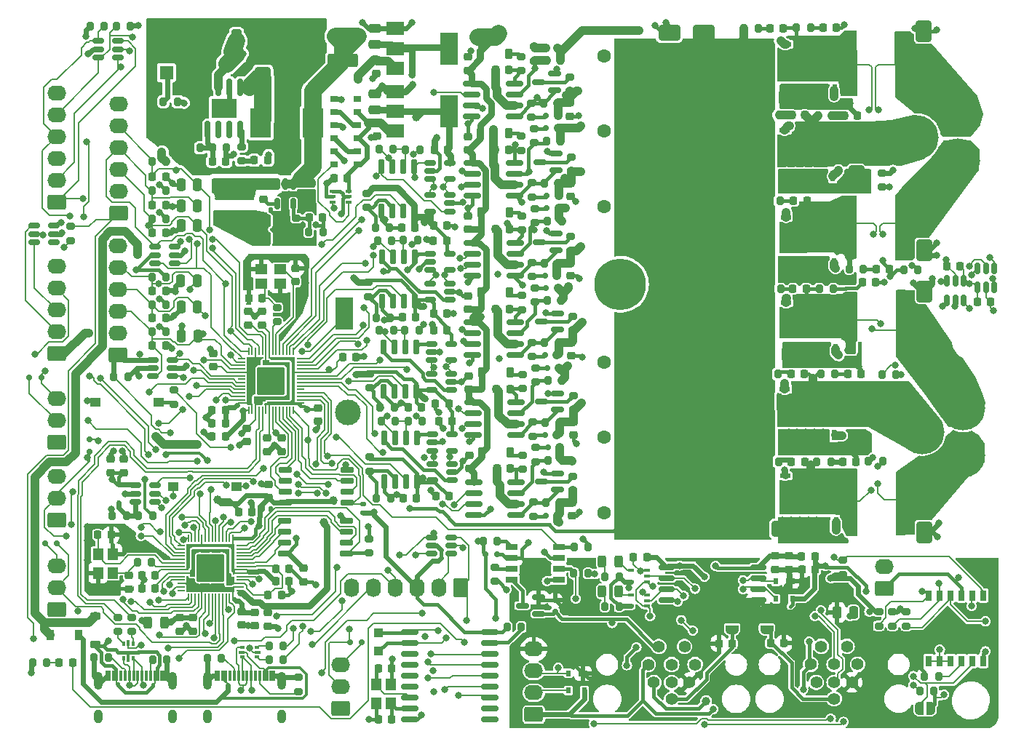
<source format=gtl>
G04 #@! TF.GenerationSoftware,KiCad,Pcbnew,7.0.2-6a45011f42~172~ubuntu22.04.1*
G04 #@! TF.CreationDate,2023-05-09T16:24:23-07:00*
G04 #@! TF.ProjectId,RP2040_motor,52503230-3430-45f6-9d6f-746f722e6b69,REV1*
G04 #@! TF.SameCoordinates,Original*
G04 #@! TF.FileFunction,Copper,L1,Top*
G04 #@! TF.FilePolarity,Positive*
%FSLAX46Y46*%
G04 Gerber Fmt 4.6, Leading zero omitted, Abs format (unit mm)*
G04 Created by KiCad (PCBNEW 7.0.2-6a45011f42~172~ubuntu22.04.1) date 2023-05-09 16:24:23*
%MOMM*%
%LPD*%
G01*
G04 APERTURE LIST*
G04 Aperture macros list*
%AMRoundRect*
0 Rectangle with rounded corners*
0 $1 Rounding radius*
0 $2 $3 $4 $5 $6 $7 $8 $9 X,Y pos of 4 corners*
0 Add a 4 corners polygon primitive as box body*
4,1,4,$2,$3,$4,$5,$6,$7,$8,$9,$2,$3,0*
0 Add four circle primitives for the rounded corners*
1,1,$1+$1,$2,$3*
1,1,$1+$1,$4,$5*
1,1,$1+$1,$6,$7*
1,1,$1+$1,$8,$9*
0 Add four rect primitives between the rounded corners*
20,1,$1+$1,$2,$3,$4,$5,0*
20,1,$1+$1,$4,$5,$6,$7,0*
20,1,$1+$1,$6,$7,$8,$9,0*
20,1,$1+$1,$8,$9,$2,$3,0*%
%AMFreePoly0*
4,1,19,0.500000,-0.750000,0.000000,-0.750000,0.000000,-0.744911,-0.071157,-0.744911,-0.207708,-0.704816,-0.327430,-0.627875,-0.420627,-0.520320,-0.479746,-0.390866,-0.500000,-0.250000,-0.500000,0.250000,-0.479746,0.390866,-0.420627,0.520320,-0.327430,0.627875,-0.207708,0.704816,-0.071157,0.744911,0.000000,0.744911,0.000000,0.750000,0.500000,0.750000,0.500000,-0.750000,0.500000,-0.750000,
$1*%
%AMFreePoly1*
4,1,19,0.000000,0.744911,0.071157,0.744911,0.207708,0.704816,0.327430,0.627875,0.420627,0.520320,0.479746,0.390866,0.500000,0.250000,0.500000,-0.250000,0.479746,-0.390866,0.420627,-0.520320,0.327430,-0.627875,0.207708,-0.704816,0.071157,-0.744911,0.000000,-0.744911,0.000000,-0.750000,-0.500000,-0.750000,-0.500000,0.750000,0.000000,0.750000,0.000000,0.744911,0.000000,0.744911,
$1*%
G04 Aperture macros list end*
G04 #@! TA.AperFunction,SMDPad,CuDef*
%ADD10RoundRect,0.225000X-0.225000X-0.250000X0.225000X-0.250000X0.225000X0.250000X-0.225000X0.250000X0*%
G04 #@! TD*
G04 #@! TA.AperFunction,SMDPad,CuDef*
%ADD11RoundRect,0.225000X0.225000X0.250000X-0.225000X0.250000X-0.225000X-0.250000X0.225000X-0.250000X0*%
G04 #@! TD*
G04 #@! TA.AperFunction,SMDPad,CuDef*
%ADD12RoundRect,0.225000X-0.250000X0.225000X-0.250000X-0.225000X0.250000X-0.225000X0.250000X0.225000X0*%
G04 #@! TD*
G04 #@! TA.AperFunction,SMDPad,CuDef*
%ADD13RoundRect,0.225000X0.250000X-0.225000X0.250000X0.225000X-0.250000X0.225000X-0.250000X-0.225000X0*%
G04 #@! TD*
G04 #@! TA.AperFunction,SMDPad,CuDef*
%ADD14RoundRect,0.135000X0.185000X-0.135000X0.185000X0.135000X-0.185000X0.135000X-0.185000X-0.135000X0*%
G04 #@! TD*
G04 #@! TA.AperFunction,SMDPad,CuDef*
%ADD15RoundRect,0.150000X0.650000X0.150000X-0.650000X0.150000X-0.650000X-0.150000X0.650000X-0.150000X0*%
G04 #@! TD*
G04 #@! TA.AperFunction,SMDPad,CuDef*
%ADD16RoundRect,0.200000X-0.275000X0.200000X-0.275000X-0.200000X0.275000X-0.200000X0.275000X0.200000X0*%
G04 #@! TD*
G04 #@! TA.AperFunction,SMDPad,CuDef*
%ADD17RoundRect,0.200000X0.275000X-0.200000X0.275000X0.200000X-0.275000X0.200000X-0.275000X-0.200000X0*%
G04 #@! TD*
G04 #@! TA.AperFunction,SMDPad,CuDef*
%ADD18RoundRect,0.050000X0.387500X0.050000X-0.387500X0.050000X-0.387500X-0.050000X0.387500X-0.050000X0*%
G04 #@! TD*
G04 #@! TA.AperFunction,SMDPad,CuDef*
%ADD19RoundRect,0.050000X0.050000X0.387500X-0.050000X0.387500X-0.050000X-0.387500X0.050000X-0.387500X0*%
G04 #@! TD*
G04 #@! TA.AperFunction,ComponentPad*
%ADD20C,0.700000*%
G04 #@! TD*
G04 #@! TA.AperFunction,SMDPad,CuDef*
%ADD21RoundRect,0.144000X1.456000X1.456000X-1.456000X1.456000X-1.456000X-1.456000X1.456000X-1.456000X0*%
G04 #@! TD*
G04 #@! TA.AperFunction,SMDPad,CuDef*
%ADD22RoundRect,0.243750X0.243750X0.456250X-0.243750X0.456250X-0.243750X-0.456250X0.243750X-0.456250X0*%
G04 #@! TD*
G04 #@! TA.AperFunction,SMDPad,CuDef*
%ADD23RoundRect,0.250000X0.250000X0.475000X-0.250000X0.475000X-0.250000X-0.475000X0.250000X-0.475000X0*%
G04 #@! TD*
G04 #@! TA.AperFunction,SMDPad,CuDef*
%ADD24RoundRect,0.200000X-0.200000X-0.275000X0.200000X-0.275000X0.200000X0.275000X-0.200000X0.275000X0*%
G04 #@! TD*
G04 #@! TA.AperFunction,SMDPad,CuDef*
%ADD25RoundRect,0.150000X0.150000X0.200000X-0.150000X0.200000X-0.150000X-0.200000X0.150000X-0.200000X0*%
G04 #@! TD*
G04 #@! TA.AperFunction,ComponentPad*
%ADD26R,1.600000X1.600000*%
G04 #@! TD*
G04 #@! TA.AperFunction,ComponentPad*
%ADD27C,1.600000*%
G04 #@! TD*
G04 #@! TA.AperFunction,SMDPad,CuDef*
%ADD28RoundRect,0.250000X1.500000X0.550000X-1.500000X0.550000X-1.500000X-0.550000X1.500000X-0.550000X0*%
G04 #@! TD*
G04 #@! TA.AperFunction,SMDPad,CuDef*
%ADD29RoundRect,0.150000X-0.150000X-0.200000X0.150000X-0.200000X0.150000X0.200000X-0.150000X0.200000X0*%
G04 #@! TD*
G04 #@! TA.AperFunction,SMDPad,CuDef*
%ADD30RoundRect,0.150000X0.587500X0.150000X-0.587500X0.150000X-0.587500X-0.150000X0.587500X-0.150000X0*%
G04 #@! TD*
G04 #@! TA.AperFunction,SMDPad,CuDef*
%ADD31R,1.200000X1.000000*%
G04 #@! TD*
G04 #@! TA.AperFunction,SMDPad,CuDef*
%ADD32RoundRect,0.250000X-0.650000X1.000000X-0.650000X-1.000000X0.650000X-1.000000X0.650000X1.000000X0*%
G04 #@! TD*
G04 #@! TA.AperFunction,SMDPad,CuDef*
%ADD33R,1.000000X1.000000*%
G04 #@! TD*
G04 #@! TA.AperFunction,SMDPad,CuDef*
%ADD34R,0.900000X1.200000*%
G04 #@! TD*
G04 #@! TA.AperFunction,SMDPad,CuDef*
%ADD35R,2.000000X1.500000*%
G04 #@! TD*
G04 #@! TA.AperFunction,SMDPad,CuDef*
%ADD36R,2.000000X3.800000*%
G04 #@! TD*
G04 #@! TA.AperFunction,SMDPad,CuDef*
%ADD37R,1.450000X0.800000*%
G04 #@! TD*
G04 #@! TA.AperFunction,SMDPad,CuDef*
%ADD38R,1.000000X0.700000*%
G04 #@! TD*
G04 #@! TA.AperFunction,SMDPad,CuDef*
%ADD39R,0.600000X0.700000*%
G04 #@! TD*
G04 #@! TA.AperFunction,SMDPad,CuDef*
%ADD40RoundRect,0.250000X-0.325000X-0.650000X0.325000X-0.650000X0.325000X0.650000X-0.325000X0.650000X0*%
G04 #@! TD*
G04 #@! TA.AperFunction,SMDPad,CuDef*
%ADD41R,0.610000X1.270000*%
G04 #@! TD*
G04 #@! TA.AperFunction,SMDPad,CuDef*
%ADD42R,3.910000X3.810000*%
G04 #@! TD*
G04 #@! TA.AperFunction,SMDPad,CuDef*
%ADD43R,0.610000X1.020000*%
G04 #@! TD*
G04 #@! TA.AperFunction,SMDPad,CuDef*
%ADD44RoundRect,0.250000X-0.250000X-0.475000X0.250000X-0.475000X0.250000X0.475000X-0.250000X0.475000X0*%
G04 #@! TD*
G04 #@! TA.AperFunction,SMDPad,CuDef*
%ADD45RoundRect,0.150000X-0.150000X0.725000X-0.150000X-0.725000X0.150000X-0.725000X0.150000X0.725000X0*%
G04 #@! TD*
G04 #@! TA.AperFunction,SMDPad,CuDef*
%ADD46RoundRect,0.050000X-0.050000X0.387500X-0.050000X-0.387500X0.050000X-0.387500X0.050000X0.387500X0*%
G04 #@! TD*
G04 #@! TA.AperFunction,SMDPad,CuDef*
%ADD47RoundRect,0.050000X-0.387500X0.050000X-0.387500X-0.050000X0.387500X-0.050000X0.387500X0.050000X0*%
G04 #@! TD*
G04 #@! TA.AperFunction,SMDPad,CuDef*
%ADD48RoundRect,0.144000X-1.456000X1.456000X-1.456000X-1.456000X1.456000X-1.456000X1.456000X1.456000X0*%
G04 #@! TD*
G04 #@! TA.AperFunction,SMDPad,CuDef*
%ADD49RoundRect,0.200000X0.200000X0.275000X-0.200000X0.275000X-0.200000X-0.275000X0.200000X-0.275000X0*%
G04 #@! TD*
G04 #@! TA.AperFunction,SMDPad,CuDef*
%ADD50R,0.500000X0.375000*%
G04 #@! TD*
G04 #@! TA.AperFunction,SMDPad,CuDef*
%ADD51R,0.650000X0.300000*%
G04 #@! TD*
G04 #@! TA.AperFunction,SMDPad,CuDef*
%ADD52RoundRect,0.218750X-0.218750X-0.256250X0.218750X-0.256250X0.218750X0.256250X-0.218750X0.256250X0*%
G04 #@! TD*
G04 #@! TA.AperFunction,ComponentPad*
%ADD53RoundRect,1.500000X1.500000X1.500000X-1.500000X1.500000X-1.500000X-1.500000X1.500000X-1.500000X0*%
G04 #@! TD*
G04 #@! TA.AperFunction,ComponentPad*
%ADD54C,6.000000*%
G04 #@! TD*
G04 #@! TA.AperFunction,ComponentPad*
%ADD55RoundRect,0.250000X0.845000X-0.620000X0.845000X0.620000X-0.845000X0.620000X-0.845000X-0.620000X0*%
G04 #@! TD*
G04 #@! TA.AperFunction,ComponentPad*
%ADD56O,2.190000X1.740000*%
G04 #@! TD*
G04 #@! TA.AperFunction,SMDPad,CuDef*
%ADD57RoundRect,0.150000X-0.512500X-0.150000X0.512500X-0.150000X0.512500X0.150000X-0.512500X0.150000X0*%
G04 #@! TD*
G04 #@! TA.AperFunction,SMDPad,CuDef*
%ADD58RoundRect,0.150000X-0.825000X-0.150000X0.825000X-0.150000X0.825000X0.150000X-0.825000X0.150000X0*%
G04 #@! TD*
G04 #@! TA.AperFunction,SMDPad,CuDef*
%ADD59RoundRect,0.225000X0.225000X0.375000X-0.225000X0.375000X-0.225000X-0.375000X0.225000X-0.375000X0*%
G04 #@! TD*
G04 #@! TA.AperFunction,SMDPad,CuDef*
%ADD60RoundRect,0.150000X0.512500X0.150000X-0.512500X0.150000X-0.512500X-0.150000X0.512500X-0.150000X0*%
G04 #@! TD*
G04 #@! TA.AperFunction,SMDPad,CuDef*
%ADD61RoundRect,0.250000X-0.362500X-1.425000X0.362500X-1.425000X0.362500X1.425000X-0.362500X1.425000X0*%
G04 #@! TD*
G04 #@! TA.AperFunction,SMDPad,CuDef*
%ADD62FreePoly0,270.000000*%
G04 #@! TD*
G04 #@! TA.AperFunction,SMDPad,CuDef*
%ADD63FreePoly1,270.000000*%
G04 #@! TD*
G04 #@! TA.AperFunction,ComponentPad*
%ADD64C,5.200000*%
G04 #@! TD*
G04 #@! TA.AperFunction,SMDPad,CuDef*
%ADD65RoundRect,0.250000X0.475000X-0.250000X0.475000X0.250000X-0.475000X0.250000X-0.475000X-0.250000X0*%
G04 #@! TD*
G04 #@! TA.AperFunction,ComponentPad*
%ADD66RoundRect,0.250000X0.620000X0.845000X-0.620000X0.845000X-0.620000X-0.845000X0.620000X-0.845000X0*%
G04 #@! TD*
G04 #@! TA.AperFunction,ComponentPad*
%ADD67O,1.740000X2.190000*%
G04 #@! TD*
G04 #@! TA.AperFunction,SMDPad,CuDef*
%ADD68R,0.650000X0.400000*%
G04 #@! TD*
G04 #@! TA.AperFunction,SMDPad,CuDef*
%ADD69R,2.350000X3.500000*%
G04 #@! TD*
G04 #@! TA.AperFunction,SMDPad,CuDef*
%ADD70R,0.375000X0.500000*%
G04 #@! TD*
G04 #@! TA.AperFunction,SMDPad,CuDef*
%ADD71R,0.300000X0.650000*%
G04 #@! TD*
G04 #@! TA.AperFunction,SMDPad,CuDef*
%ADD72R,1.270000X0.610000*%
G04 #@! TD*
G04 #@! TA.AperFunction,SMDPad,CuDef*
%ADD73R,3.810000X3.910000*%
G04 #@! TD*
G04 #@! TA.AperFunction,SMDPad,CuDef*
%ADD74R,1.020000X0.610000*%
G04 #@! TD*
G04 #@! TA.AperFunction,SMDPad,CuDef*
%ADD75R,0.900000X0.750000*%
G04 #@! TD*
G04 #@! TA.AperFunction,SMDPad,CuDef*
%ADD76RoundRect,0.150000X-0.750000X-0.150000X0.750000X-0.150000X0.750000X0.150000X-0.750000X0.150000X0*%
G04 #@! TD*
G04 #@! TA.AperFunction,SMDPad,CuDef*
%ADD77R,1.200000X1.400000*%
G04 #@! TD*
G04 #@! TA.AperFunction,SMDPad,CuDef*
%ADD78RoundRect,0.150000X-0.200000X0.150000X-0.200000X-0.150000X0.200000X-0.150000X0.200000X0.150000X0*%
G04 #@! TD*
G04 #@! TA.AperFunction,SMDPad,CuDef*
%ADD79RoundRect,0.150000X0.150000X-0.512500X0.150000X0.512500X-0.150000X0.512500X-0.150000X-0.512500X0*%
G04 #@! TD*
G04 #@! TA.AperFunction,SMDPad,CuDef*
%ADD80RoundRect,0.150000X-0.150000X0.512500X-0.150000X-0.512500X0.150000X-0.512500X0.150000X0.512500X0*%
G04 #@! TD*
G04 #@! TA.AperFunction,SMDPad,CuDef*
%ADD81R,1.400000X1.200000*%
G04 #@! TD*
G04 #@! TA.AperFunction,SMDPad,CuDef*
%ADD82RoundRect,0.225000X-0.375000X0.225000X-0.375000X-0.225000X0.375000X-0.225000X0.375000X0.225000X0*%
G04 #@! TD*
G04 #@! TA.AperFunction,SMDPad,CuDef*
%ADD83RoundRect,0.250000X0.650000X-1.000000X0.650000X1.000000X-0.650000X1.000000X-0.650000X-1.000000X0*%
G04 #@! TD*
G04 #@! TA.AperFunction,ComponentPad*
%ADD84C,1.400000*%
G04 #@! TD*
G04 #@! TA.AperFunction,SMDPad,CuDef*
%ADD85R,0.300000X1.150000*%
G04 #@! TD*
G04 #@! TA.AperFunction,ComponentPad*
%ADD86O,1.000000X2.100000*%
G04 #@! TD*
G04 #@! TA.AperFunction,ComponentPad*
%ADD87O,1.000000X1.600000*%
G04 #@! TD*
G04 #@! TA.AperFunction,ComponentPad*
%ADD88C,3.000000*%
G04 #@! TD*
G04 #@! TA.AperFunction,SMDPad,CuDef*
%ADD89RoundRect,0.150000X-0.875000X-0.150000X0.875000X-0.150000X0.875000X0.150000X-0.875000X0.150000X0*%
G04 #@! TD*
G04 #@! TA.AperFunction,SMDPad,CuDef*
%ADD90R,4.200000X1.400000*%
G04 #@! TD*
G04 #@! TA.AperFunction,SMDPad,CuDef*
%ADD91RoundRect,0.150000X-0.150000X0.825000X-0.150000X-0.825000X0.150000X-0.825000X0.150000X0.825000X0*%
G04 #@! TD*
G04 #@! TA.AperFunction,SMDPad,CuDef*
%ADD92R,3.000000X2.290000*%
G04 #@! TD*
G04 #@! TA.AperFunction,SMDPad,CuDef*
%ADD93R,0.450000X0.600000*%
G04 #@! TD*
G04 #@! TA.AperFunction,SMDPad,CuDef*
%ADD94RoundRect,0.218750X0.218750X0.256250X-0.218750X0.256250X-0.218750X-0.256250X0.218750X-0.256250X0*%
G04 #@! TD*
G04 #@! TA.AperFunction,SMDPad,CuDef*
%ADD95RoundRect,0.135000X-0.135000X-0.185000X0.135000X-0.185000X0.135000X0.185000X-0.135000X0.185000X0*%
G04 #@! TD*
G04 #@! TA.AperFunction,SMDPad,CuDef*
%ADD96RoundRect,0.250000X0.325000X1.100000X-0.325000X1.100000X-0.325000X-1.100000X0.325000X-1.100000X0*%
G04 #@! TD*
G04 #@! TA.AperFunction,SMDPad,CuDef*
%ADD97R,0.760000X1.270000*%
G04 #@! TD*
G04 #@! TA.AperFunction,SMDPad,CuDef*
%ADD98RoundRect,0.250000X-0.475000X0.250000X-0.475000X-0.250000X0.475000X-0.250000X0.475000X0.250000X0*%
G04 #@! TD*
G04 #@! TA.AperFunction,SMDPad,CuDef*
%ADD99FreePoly0,0.000000*%
G04 #@! TD*
G04 #@! TA.AperFunction,SMDPad,CuDef*
%ADD100FreePoly1,0.000000*%
G04 #@! TD*
G04 #@! TA.AperFunction,SMDPad,CuDef*
%ADD101RoundRect,0.250000X1.000000X0.650000X-1.000000X0.650000X-1.000000X-0.650000X1.000000X-0.650000X0*%
G04 #@! TD*
G04 #@! TA.AperFunction,ViaPad*
%ADD102C,0.800000*%
G04 #@! TD*
G04 #@! TA.AperFunction,ViaPad*
%ADD103C,1.000000*%
G04 #@! TD*
G04 #@! TA.AperFunction,Conductor*
%ADD104C,0.200000*%
G04 #@! TD*
G04 #@! TA.AperFunction,Conductor*
%ADD105C,0.400000*%
G04 #@! TD*
G04 #@! TA.AperFunction,Conductor*
%ADD106C,0.600000*%
G04 #@! TD*
G04 #@! TA.AperFunction,Conductor*
%ADD107C,1.000000*%
G04 #@! TD*
G04 #@! TA.AperFunction,Conductor*
%ADD108C,0.800000*%
G04 #@! TD*
G04 #@! TA.AperFunction,Conductor*
%ADD109C,2.000000*%
G04 #@! TD*
G04 #@! TA.AperFunction,Conductor*
%ADD110C,0.300000*%
G04 #@! TD*
G04 APERTURE END LIST*
D10*
X149420000Y-104445000D03*
X150970000Y-104445000D03*
D11*
X85990000Y-78840000D03*
X84440000Y-78840000D03*
D12*
X88490000Y-79410000D03*
X88490000Y-80960000D03*
D10*
X99600000Y-71125000D03*
X101150000Y-71125000D03*
D13*
X91030000Y-87505000D03*
X91030000Y-85955000D03*
D14*
X101990000Y-89245000D03*
X101990000Y-88225000D03*
D15*
X100140000Y-88080000D03*
X100140000Y-86810000D03*
X100140000Y-85540000D03*
X100140000Y-84270000D03*
X92940000Y-84270000D03*
X92940000Y-85540000D03*
X92940000Y-86810000D03*
X92940000Y-88080000D03*
D11*
X90280000Y-64300000D03*
X88730000Y-64300000D03*
D16*
X79960000Y-74990000D03*
X79960000Y-76640000D03*
D12*
X90840000Y-80560000D03*
X90840000Y-82110000D03*
D13*
X84605000Y-72225000D03*
X84605000Y-70675000D03*
X90259000Y-67390000D03*
X90259000Y-65840000D03*
D17*
X75112000Y-103072000D03*
X75112000Y-101422000D03*
D13*
X88640000Y-67390000D03*
X88640000Y-65840000D03*
D12*
X96750000Y-77075000D03*
X96750000Y-78625000D03*
D11*
X85980000Y-80400000D03*
X84430000Y-80400000D03*
D18*
X94727500Y-76500000D03*
X94727500Y-76100000D03*
X94727500Y-75700000D03*
X94727500Y-75300000D03*
X94727500Y-74900000D03*
X94727500Y-74500000D03*
X94727500Y-74100000D03*
X94727500Y-73700000D03*
X94727500Y-73300000D03*
X94727500Y-72900000D03*
X94727500Y-72500000D03*
X94727500Y-72100000D03*
X94727500Y-71700000D03*
X94727500Y-71300000D03*
D19*
X93890000Y-70462500D03*
X93490000Y-70462500D03*
X93090000Y-70462500D03*
X92690000Y-70462500D03*
X92290000Y-70462500D03*
X91890000Y-70462500D03*
X91490000Y-70462500D03*
X91090000Y-70462500D03*
X90690000Y-70462500D03*
X90290000Y-70462500D03*
X89890000Y-70462500D03*
X89490000Y-70462500D03*
X89090000Y-70462500D03*
X88690000Y-70462500D03*
D18*
X87852500Y-71300000D03*
X87852500Y-71700000D03*
X87852500Y-72100000D03*
X87852500Y-72500000D03*
X87852500Y-72900000D03*
X87852500Y-73300000D03*
X87852500Y-73700000D03*
X87852500Y-74100000D03*
X87852500Y-74500000D03*
X87852500Y-74900000D03*
X87852500Y-75300000D03*
X87852500Y-75700000D03*
X87852500Y-76100000D03*
X87852500Y-76500000D03*
D19*
X88690000Y-77337500D03*
X89090000Y-77337500D03*
X89490000Y-77337500D03*
X89890000Y-77337500D03*
X90290000Y-77337500D03*
X90690000Y-77337500D03*
X91090000Y-77337500D03*
X91490000Y-77337500D03*
X91890000Y-77337500D03*
X92290000Y-77337500D03*
X92690000Y-77337500D03*
X93090000Y-77337500D03*
X93490000Y-77337500D03*
X93890000Y-77337500D03*
D20*
X92565000Y-75175000D03*
X92565000Y-73900000D03*
X92565000Y-72625000D03*
X91290000Y-75175000D03*
X91290000Y-73900000D03*
D21*
X91290000Y-73900000D03*
D20*
X91290000Y-72625000D03*
X90015000Y-75175000D03*
X90015000Y-73900000D03*
X90015000Y-72625000D03*
D13*
X94150000Y-62350000D03*
X94150000Y-60800000D03*
D17*
X73512000Y-103072000D03*
X73512000Y-101422000D03*
D12*
X92540000Y-80560000D03*
X92540000Y-82110000D03*
D11*
X85980000Y-77300000D03*
X84430000Y-77300000D03*
D17*
X92040000Y-67010000D03*
X92040000Y-65360000D03*
D22*
X78859500Y-102081000D03*
X76984500Y-102081000D03*
D16*
X121595000Y-41570000D03*
X121595000Y-43220000D03*
X126390000Y-85005000D03*
X126390000Y-86655000D03*
D23*
X82725000Y-53505000D03*
X80825000Y-53505000D03*
D24*
X115945000Y-92520000D03*
X117595000Y-92520000D03*
D12*
X89386000Y-100839000D03*
X89386000Y-102389000D03*
D23*
X82725000Y-65285000D03*
X80825000Y-65285000D03*
D25*
X123280000Y-43025000D03*
X124680000Y-43025000D03*
D10*
X110195000Y-66070000D03*
X111745000Y-66070000D03*
D26*
X133500000Y-80450000D03*
D27*
X130000000Y-80450000D03*
D28*
X99665000Y-36610000D03*
X94265000Y-36610000D03*
D24*
X123330000Y-36600000D03*
X124980000Y-36600000D03*
D29*
X66380000Y-92825000D03*
X64980000Y-92825000D03*
D24*
X146300000Y-32835000D03*
X147950000Y-32835000D03*
D10*
X153060000Y-95865000D03*
X154610000Y-95865000D03*
D30*
X124657500Y-77250000D03*
X124657500Y-75350000D03*
X122782500Y-76300000D03*
D16*
X162410000Y-49700000D03*
X162410000Y-51350000D03*
D24*
X103430000Y-56055000D03*
X105080000Y-56055000D03*
D30*
X124407500Y-58675000D03*
X124407500Y-56775000D03*
X122532500Y-57725000D03*
D31*
X70840000Y-76350000D03*
X78240000Y-76350000D03*
D10*
X151840000Y-42975000D03*
X153390000Y-42975000D03*
D11*
X174980000Y-64730000D03*
X173430000Y-64730000D03*
D12*
X114170000Y-36205000D03*
X114170000Y-37755000D03*
D32*
X167275000Y-54670000D03*
X167275000Y-58670000D03*
D10*
X110455000Y-87345000D03*
X112005000Y-87345000D03*
D33*
X103800000Y-103250000D03*
D10*
X169925000Y-60550000D03*
X171475000Y-60550000D03*
D34*
X65580000Y-103486000D03*
X68880000Y-103486000D03*
D35*
X105725000Y-32900000D03*
X105725000Y-35200000D03*
D36*
X112025000Y-35200000D03*
D35*
X105725000Y-37500000D03*
D37*
X119310000Y-93240000D03*
X119310000Y-94510000D03*
X119310000Y-95780000D03*
X119310000Y-97050000D03*
X124760000Y-97050000D03*
X124760000Y-95780000D03*
X124760000Y-94510000D03*
X124760000Y-93240000D03*
D38*
X151735000Y-97255000D03*
D39*
X150035000Y-97255000D03*
X150035000Y-99255000D03*
X151935000Y-99255000D03*
D40*
X148025000Y-40950000D03*
X150975000Y-40950000D03*
D41*
X153195000Y-90320000D03*
X154465000Y-90320000D03*
X155735000Y-90320000D03*
X157005000Y-90320000D03*
D42*
X155100000Y-86960000D03*
D43*
X153195000Y-84855000D03*
X154465000Y-84855000D03*
X155735000Y-84855000D03*
X157005000Y-84855000D03*
D23*
X82775000Y-68695000D03*
X80875000Y-68695000D03*
D44*
X157150000Y-100850000D03*
X159050000Y-100850000D03*
D11*
X100185000Y-50270000D03*
X98635000Y-50270000D03*
D45*
X107980000Y-48990000D03*
X106710000Y-48990000D03*
X105440000Y-48990000D03*
X104170000Y-48990000D03*
X104170000Y-54140000D03*
X105440000Y-54140000D03*
X106710000Y-54140000D03*
X107980000Y-54140000D03*
D11*
X79025000Y-69808000D03*
X77475000Y-69808000D03*
D46*
X86856000Y-92246500D03*
X86456000Y-92246500D03*
X86056000Y-92246500D03*
X85656000Y-92246500D03*
X85256000Y-92246500D03*
X84856000Y-92246500D03*
X84456000Y-92246500D03*
X84056000Y-92246500D03*
X83656000Y-92246500D03*
X83256000Y-92246500D03*
X82856000Y-92246500D03*
X82456000Y-92246500D03*
X82056000Y-92246500D03*
X81656000Y-92246500D03*
D47*
X80818500Y-93084000D03*
X80818500Y-93484000D03*
X80818500Y-93884000D03*
X80818500Y-94284000D03*
X80818500Y-94684000D03*
X80818500Y-95084000D03*
X80818500Y-95484000D03*
X80818500Y-95884000D03*
X80818500Y-96284000D03*
X80818500Y-96684000D03*
X80818500Y-97084000D03*
X80818500Y-97484000D03*
X80818500Y-97884000D03*
X80818500Y-98284000D03*
D46*
X81656000Y-99121500D03*
X82056000Y-99121500D03*
X82456000Y-99121500D03*
X82856000Y-99121500D03*
X83256000Y-99121500D03*
X83656000Y-99121500D03*
X84056000Y-99121500D03*
X84456000Y-99121500D03*
X84856000Y-99121500D03*
X85256000Y-99121500D03*
X85656000Y-99121500D03*
X86056000Y-99121500D03*
X86456000Y-99121500D03*
X86856000Y-99121500D03*
D47*
X87693500Y-98284000D03*
X87693500Y-97884000D03*
X87693500Y-97484000D03*
X87693500Y-97084000D03*
X87693500Y-96684000D03*
X87693500Y-96284000D03*
X87693500Y-95884000D03*
X87693500Y-95484000D03*
X87693500Y-95084000D03*
X87693500Y-94684000D03*
X87693500Y-94284000D03*
X87693500Y-93884000D03*
X87693500Y-93484000D03*
X87693500Y-93084000D03*
D20*
X85531000Y-94409000D03*
X84256000Y-94409000D03*
X82981000Y-94409000D03*
X85531000Y-95684000D03*
X84256000Y-95684000D03*
D48*
X84256000Y-95684000D03*
D20*
X82981000Y-95684000D03*
X85531000Y-96959000D03*
X84256000Y-96959000D03*
X82981000Y-96959000D03*
D22*
X131697500Y-94930000D03*
X129822500Y-94930000D03*
D17*
X157845000Y-96430000D03*
X157845000Y-94780000D03*
D49*
X79075000Y-48400000D03*
X77425000Y-48400000D03*
D11*
X86045000Y-48370000D03*
X84495000Y-48370000D03*
D50*
X89685000Y-106037500D03*
D51*
X89760000Y-105500000D03*
D50*
X89685000Y-104962500D03*
X87985000Y-104962500D03*
D51*
X87910000Y-105500000D03*
D50*
X87985000Y-106037500D03*
D24*
X106930000Y-46975000D03*
X108580000Y-46975000D03*
D12*
X114185900Y-45460000D03*
X114185900Y-47010000D03*
D35*
X105725000Y-40200000D03*
X105725000Y-42500000D03*
D36*
X112025000Y-42500000D03*
D35*
X105725000Y-44800000D03*
D24*
X148925000Y-63155000D03*
X150575000Y-63155000D03*
D12*
X103595000Y-43880000D03*
X103595000Y-45430000D03*
D52*
X153002500Y-94320000D03*
X154577500Y-94320000D03*
D32*
X160075000Y-76920000D03*
X160075000Y-80920000D03*
D11*
X90895000Y-48210000D03*
X89345000Y-48210000D03*
D25*
X123255000Y-89575000D03*
X124655000Y-89575000D03*
D24*
X95675000Y-56570000D03*
X97325000Y-56570000D03*
D49*
X79075000Y-51790000D03*
X77425000Y-51790000D03*
D24*
X70701000Y-106106000D03*
X72351000Y-106106000D03*
X148760000Y-42975000D03*
X150410000Y-42975000D03*
D41*
X153045000Y-39999500D03*
X154315000Y-39999500D03*
X155585000Y-39999500D03*
X156855000Y-39999500D03*
D42*
X154950000Y-36639500D03*
D43*
X153045000Y-34534500D03*
X154315000Y-34534500D03*
X155585000Y-34534500D03*
X156855000Y-34534500D03*
D49*
X128170000Y-96315000D03*
X126520000Y-96315000D03*
D23*
X86185000Y-37005000D03*
X84285000Y-37005000D03*
D16*
X120590000Y-82555000D03*
X120590000Y-84205000D03*
D25*
X123405000Y-72375000D03*
X124805000Y-72375000D03*
D53*
X139140000Y-62660000D03*
D54*
X131940000Y-62660000D03*
D55*
X99390000Y-112050000D03*
D56*
X99390000Y-109510000D03*
X99390000Y-106970000D03*
D25*
X123155000Y-70925000D03*
X124555000Y-70925000D03*
D24*
X155260000Y-73095000D03*
X156910000Y-73095000D03*
D32*
X167275000Y-87520000D03*
X167275000Y-91520000D03*
D24*
X77511000Y-106346000D03*
X79161000Y-106346000D03*
D22*
X131692500Y-98410000D03*
X129817500Y-98410000D03*
D24*
X123450000Y-55290000D03*
X125100000Y-55290000D03*
D57*
X63752500Y-55850000D03*
X63752500Y-56800000D03*
X63752500Y-57750000D03*
X66027500Y-57750000D03*
X66027500Y-56800000D03*
X66027500Y-55850000D03*
D49*
X105745000Y-78560000D03*
X104095000Y-78560000D03*
D58*
X114815900Y-76395000D03*
X114815900Y-77665000D03*
X114815900Y-78935000D03*
X114815900Y-80205000D03*
X119765900Y-80205000D03*
X119765900Y-78935000D03*
X119765900Y-77665000D03*
X119765900Y-76395000D03*
D59*
X119095000Y-72950000D03*
X115795000Y-72950000D03*
D24*
X83892000Y-106176000D03*
X85542000Y-106176000D03*
D60*
X112237500Y-94025000D03*
X112237500Y-93075000D03*
X112237500Y-92125000D03*
X109962500Y-92125000D03*
X109962500Y-93075000D03*
X109962500Y-94025000D03*
D10*
X117455000Y-56245000D03*
X119005000Y-56245000D03*
X151830000Y-83300000D03*
X153380000Y-83300000D03*
D60*
X112112500Y-54175000D03*
X112112500Y-53225000D03*
X112112500Y-52275000D03*
X109837500Y-52275000D03*
X109837500Y-54175000D03*
X112087500Y-64450000D03*
X112087500Y-63500000D03*
X112087500Y-62550000D03*
X109812500Y-62550000D03*
X109812500Y-64450000D03*
D26*
X133500000Y-36120000D03*
D27*
X130000000Y-36120000D03*
D57*
X109837500Y-48525000D03*
X109837500Y-49475000D03*
X109837500Y-50425000D03*
X112112500Y-50425000D03*
X112112500Y-48525000D03*
D24*
X123205000Y-78765000D03*
X124855000Y-78765000D03*
D17*
X121955000Y-64745000D03*
X121955000Y-63095000D03*
X102790000Y-74720000D03*
X102790000Y-73070000D03*
D49*
X74925000Y-32613000D03*
X73275000Y-32613000D03*
D16*
X87845000Y-46630000D03*
X87845000Y-48280000D03*
D61*
X164657500Y-65205000D03*
X158732500Y-65205000D03*
D17*
X102470000Y-53720000D03*
X102470000Y-52070000D03*
D16*
X120590000Y-73130000D03*
X120590000Y-74780000D03*
D10*
X149330000Y-32835000D03*
X150880000Y-32835000D03*
D23*
X82725000Y-55835000D03*
X80825000Y-55835000D03*
D55*
X73540000Y-54400000D03*
D56*
X73540000Y-51860000D03*
X73540000Y-49320000D03*
X73540000Y-46780000D03*
X73540000Y-44240000D03*
X73540000Y-41700000D03*
D30*
X122412500Y-101015000D03*
X122412500Y-99115000D03*
X120537500Y-100065000D03*
D13*
X126065000Y-43095000D03*
X126065000Y-41545000D03*
D62*
X148975000Y-101550000D03*
D63*
X148975000Y-102850000D03*
D24*
X148850000Y-52955000D03*
X150500000Y-52955000D03*
D64*
X171145000Y-48295000D03*
X171145000Y-42795000D03*
X166385000Y-45545000D03*
D49*
X168975000Y-108325000D03*
X167325000Y-108325000D03*
D17*
X102625000Y-64095000D03*
X102625000Y-62445000D03*
D41*
X152845000Y-50090000D03*
X154115000Y-50090000D03*
X155385000Y-50090000D03*
X156655000Y-50090000D03*
D42*
X154750000Y-46730000D03*
D43*
X152845000Y-44625000D03*
X154115000Y-44625000D03*
X155385000Y-44625000D03*
X156655000Y-44625000D03*
D10*
X155480000Y-32770000D03*
X157030000Y-32770000D03*
D13*
X126315000Y-89595000D03*
X126315000Y-88045000D03*
D65*
X103405000Y-34775000D03*
X103405000Y-32875000D03*
D17*
X121905000Y-36670000D03*
X121905000Y-35020000D03*
D24*
X148700000Y-83300000D03*
X150350000Y-83300000D03*
D55*
X121865000Y-112747000D03*
D56*
X121865000Y-110207000D03*
X121865000Y-107667000D03*
X121865000Y-105127000D03*
D11*
X105317000Y-113297000D03*
X103767000Y-113297000D03*
D24*
X103980000Y-77000000D03*
X105630000Y-77000000D03*
D13*
X126140000Y-61695000D03*
X126140000Y-60145000D03*
D66*
X113327000Y-98012000D03*
D67*
X110787000Y-98012000D03*
X108247000Y-98012000D03*
X105707000Y-98012000D03*
X103167000Y-98012000D03*
X100627000Y-98012000D03*
D33*
X103800000Y-105350000D03*
D24*
X84455000Y-46760000D03*
X86105000Y-46760000D03*
D68*
X135055000Y-100130000D03*
X135055000Y-99480000D03*
X135055000Y-98830000D03*
X133155000Y-98830000D03*
X133155000Y-100130000D03*
D69*
X90090000Y-43855000D03*
X96140000Y-43855000D03*
D59*
X119130000Y-82200000D03*
X115830000Y-82200000D03*
D38*
X127570000Y-107935000D03*
D39*
X125870000Y-107935000D03*
X125870000Y-109935000D03*
X127770000Y-109935000D03*
D12*
X103535000Y-36530000D03*
X103535000Y-38080000D03*
D49*
X105545000Y-68020000D03*
X103895000Y-68020000D03*
D11*
X77801000Y-96524000D03*
X76251000Y-96524000D03*
D70*
X75237500Y-104465000D03*
D71*
X74700000Y-104390000D03*
D70*
X74162500Y-104465000D03*
X74162500Y-106165000D03*
D71*
X74700000Y-106240000D03*
D70*
X75237500Y-106165000D03*
D11*
X112345000Y-78590000D03*
X110795000Y-78590000D03*
D49*
X131785000Y-100150000D03*
X130135000Y-100150000D03*
D11*
X108120000Y-66525000D03*
X106570000Y-66525000D03*
D64*
X171795000Y-82570000D03*
X171795000Y-77070000D03*
X167035000Y-79820000D03*
D72*
X151020000Y-48525000D03*
X151020000Y-47255000D03*
X151020000Y-45985000D03*
X151020000Y-44715000D03*
D73*
X147660000Y-46620000D03*
D74*
X145555000Y-48525000D03*
X145555000Y-47255000D03*
X145555000Y-45985000D03*
X145555000Y-44715000D03*
D17*
X94516000Y-110078000D03*
X94516000Y-108428000D03*
D59*
X119005000Y-54325000D03*
X115705000Y-54325000D03*
D72*
X151170000Y-58655000D03*
X151170000Y-57385000D03*
X151170000Y-56115000D03*
X151170000Y-54845000D03*
D73*
X147810000Y-56750000D03*
D74*
X145705000Y-58655000D03*
X145705000Y-57385000D03*
X145705000Y-56115000D03*
X145705000Y-54845000D03*
D58*
X114660000Y-39304100D03*
X114660000Y-40574100D03*
X114660000Y-41844100D03*
X114660000Y-43114100D03*
X119610000Y-43114100D03*
X119610000Y-41844100D03*
X119610000Y-40574100D03*
X119610000Y-39304100D03*
D16*
X120495000Y-54680000D03*
X120495000Y-56330000D03*
D57*
X109812500Y-59100000D03*
X109812500Y-60050000D03*
X109812500Y-61000000D03*
X112087500Y-61000000D03*
X112087500Y-59100000D03*
D16*
X121820000Y-87995000D03*
X121820000Y-89645000D03*
D10*
X117380000Y-37725000D03*
X118930000Y-37725000D03*
D24*
X162345000Y-73185000D03*
X163995000Y-73185000D03*
X81405000Y-46770000D03*
X83055000Y-46770000D03*
D12*
X74766000Y-96559000D03*
X74766000Y-98109000D03*
D75*
X98650000Y-41110000D03*
X98650000Y-42610000D03*
X101350000Y-42610000D03*
X101350000Y-41110000D03*
D24*
X123065000Y-50906000D03*
X124715000Y-50906000D03*
D45*
X108040000Y-59475000D03*
X106770000Y-59475000D03*
X105500000Y-59475000D03*
X104230000Y-59475000D03*
X104230000Y-64625000D03*
X105500000Y-64625000D03*
X106770000Y-64625000D03*
X108040000Y-64625000D03*
D41*
X152995000Y-60220000D03*
X154265000Y-60220000D03*
X155535000Y-60220000D03*
X156805000Y-60220000D03*
D42*
X154900000Y-56860000D03*
D43*
X152995000Y-54755000D03*
X154265000Y-54755000D03*
X155535000Y-54755000D03*
X156805000Y-54755000D03*
D11*
X79025000Y-63433000D03*
X77475000Y-63433000D03*
D12*
X72660000Y-83025000D03*
X72660000Y-84575000D03*
D58*
X114739100Y-57815000D03*
X114739100Y-59085000D03*
X114739100Y-60355000D03*
X114739100Y-61625000D03*
X119689100Y-61625000D03*
X119689100Y-60355000D03*
X119689100Y-59085000D03*
X119689100Y-57815000D03*
D24*
X103505000Y-66535000D03*
X105155000Y-66535000D03*
D11*
X79025000Y-66598000D03*
X77475000Y-66598000D03*
X108195000Y-87570000D03*
X106645000Y-87570000D03*
D24*
X152400000Y-32770000D03*
X154050000Y-32770000D03*
D76*
X137315000Y-95595000D03*
X137315000Y-96865000D03*
X137315000Y-98135000D03*
X137315000Y-99405000D03*
X147965000Y-99405000D03*
X147965000Y-98135000D03*
X147965000Y-96865000D03*
X147965000Y-95595000D03*
D55*
X66340000Y-90090000D03*
D56*
X66340000Y-87550000D03*
X66340000Y-85010000D03*
D45*
X108205000Y-69940000D03*
X106935000Y-69940000D03*
X105665000Y-69940000D03*
X104395000Y-69940000D03*
X104395000Y-75090000D03*
X105665000Y-75090000D03*
X106935000Y-75090000D03*
X108205000Y-75090000D03*
D58*
X114880000Y-85689100D03*
X114880000Y-86959100D03*
X114880000Y-88229100D03*
X114880000Y-89499100D03*
X119830000Y-89499100D03*
X119830000Y-88229100D03*
X119830000Y-86959100D03*
X119830000Y-85689100D03*
D49*
X74463000Y-89580000D03*
X72813000Y-89580000D03*
D40*
X148125000Y-50650000D03*
X151075000Y-50650000D03*
D24*
X123555000Y-83150000D03*
X125205000Y-83150000D03*
D16*
X126150000Y-57100000D03*
X126150000Y-58750000D03*
D26*
X133500000Y-89275000D03*
D27*
X130000000Y-89275000D03*
D58*
X114675900Y-48545000D03*
X114675900Y-49815000D03*
X114675900Y-51085000D03*
X114675900Y-52355000D03*
X119625900Y-52355000D03*
X119625900Y-51085000D03*
X119625900Y-49815000D03*
X119625900Y-48545000D03*
D10*
X110220000Y-55815000D03*
X111770000Y-55815000D03*
D25*
X123275000Y-44475000D03*
X124675000Y-44475000D03*
D16*
X162000000Y-100775000D03*
X162000000Y-102425000D03*
D13*
X149945000Y-95840000D03*
X149945000Y-94290000D03*
D49*
X77516100Y-89580000D03*
X75866100Y-89580000D03*
D77*
X72856000Y-96254000D03*
X72856000Y-94054000D03*
X71156000Y-94054000D03*
X71156000Y-96254000D03*
D13*
X126190000Y-70995000D03*
X126190000Y-69445000D03*
D61*
X158732500Y-69115000D03*
X164657500Y-69115000D03*
D24*
X154910000Y-43040000D03*
X156560000Y-43040000D03*
D16*
X126390000Y-66380000D03*
X126390000Y-68030000D03*
D41*
X152945000Y-80220000D03*
X154215000Y-80220000D03*
X155485000Y-80220000D03*
X156755000Y-80220000D03*
D42*
X154850000Y-76860000D03*
D43*
X152945000Y-74755000D03*
X154215000Y-74755000D03*
X155485000Y-74755000D03*
X156755000Y-74755000D03*
D10*
X151755000Y-73115000D03*
X153305000Y-73115000D03*
D26*
X133500000Y-71700000D03*
D27*
X130000000Y-71700000D03*
D10*
X160090000Y-62460000D03*
X161640000Y-62460000D03*
D24*
X123005000Y-41565000D03*
X124655000Y-41565000D03*
X107230000Y-78555000D03*
X108880000Y-78555000D03*
D10*
X117555000Y-84125000D03*
X119105000Y-84125000D03*
D24*
X158560000Y-60855000D03*
X160210000Y-60855000D03*
D10*
X117530000Y-74850000D03*
X119080000Y-74850000D03*
D40*
X147875000Y-80800000D03*
X150825000Y-80800000D03*
D78*
X124345000Y-100810000D03*
X124345000Y-99410000D03*
D12*
X90886000Y-100899000D03*
X90886000Y-102449000D03*
D79*
X91980000Y-53287500D03*
X92930000Y-53287500D03*
X93880000Y-53287500D03*
X93880000Y-51012500D03*
X92930000Y-51012500D03*
X91980000Y-51012500D03*
D16*
X121625000Y-50840000D03*
X121625000Y-52490000D03*
D55*
X66340000Y-70750000D03*
D56*
X66340000Y-68210000D03*
X66340000Y-65670000D03*
X66340000Y-63130000D03*
X66340000Y-60590000D03*
D25*
X123305000Y-63100000D03*
X124705000Y-63100000D03*
D12*
X114370000Y-82555000D03*
X114370000Y-84105000D03*
D11*
X111970000Y-76570000D03*
X110420000Y-76570000D03*
D72*
X151220000Y-38525000D03*
X151220000Y-37255000D03*
X151220000Y-35985000D03*
X151220000Y-34715000D03*
D73*
X147860000Y-36620000D03*
D74*
X145755000Y-38525000D03*
X145755000Y-37255000D03*
X145755000Y-35985000D03*
X145755000Y-34715000D03*
D17*
X117375000Y-97230000D03*
X117375000Y-95580000D03*
D12*
X82176000Y-101475000D03*
X82176000Y-103025000D03*
D16*
X120415000Y-36155000D03*
X120415000Y-37805000D03*
D25*
X123350000Y-52385000D03*
X124750000Y-52385000D03*
D59*
X118955000Y-35800000D03*
X115655000Y-35800000D03*
D62*
X144925000Y-101550000D03*
D63*
X144925000Y-102850000D03*
D24*
X123105000Y-69465000D03*
X124755000Y-69465000D03*
D16*
X120395000Y-45415000D03*
X120395000Y-47065000D03*
D24*
X72975000Y-73440000D03*
X74625000Y-73440000D03*
D80*
X171850000Y-62247500D03*
X170900000Y-62247500D03*
X169950000Y-62247500D03*
X169950000Y-64522500D03*
X170900000Y-64522500D03*
X171850000Y-64522500D03*
D17*
X102658000Y-93921000D03*
X102658000Y-92271000D03*
D58*
X114740900Y-67095000D03*
X114740900Y-68365000D03*
X114740900Y-69635000D03*
X114740900Y-70905000D03*
X119690900Y-70905000D03*
X119690900Y-69635000D03*
X119690900Y-68365000D03*
X119690900Y-67095000D03*
D24*
X123230000Y-88090000D03*
X124880000Y-88090000D03*
D16*
X120465000Y-63955000D03*
X120465000Y-65605000D03*
D11*
X111770000Y-68025000D03*
X110220000Y-68025000D03*
D79*
X173501000Y-63050800D03*
X174451000Y-63050800D03*
X175401000Y-63050800D03*
X175401000Y-60775800D03*
X174451000Y-60775800D03*
X173501000Y-60775800D03*
D24*
X91075000Y-106332000D03*
X92725000Y-106332000D03*
D72*
X151070000Y-78655000D03*
X151070000Y-77385000D03*
X151070000Y-76115000D03*
X151070000Y-74845000D03*
D73*
X147710000Y-76750000D03*
D74*
X145605000Y-78655000D03*
X145605000Y-77385000D03*
X145605000Y-76115000D03*
X145605000Y-74845000D03*
D59*
X118930000Y-45100000D03*
X115630000Y-45100000D03*
D81*
X90150000Y-62600000D03*
X92350000Y-62600000D03*
X92350000Y-60900000D03*
X90150000Y-60900000D03*
D61*
X158682500Y-58035000D03*
X164607500Y-58035000D03*
D10*
X87521000Y-89172000D03*
X89071000Y-89172000D03*
D68*
X135050000Y-97270000D03*
X135050000Y-96620000D03*
X135050000Y-95970000D03*
X133150000Y-95970000D03*
X133150000Y-97270000D03*
D82*
X70825000Y-101320000D03*
X70825000Y-104620000D03*
D55*
X66340000Y-53086000D03*
D56*
X66340000Y-50546000D03*
X66340000Y-48006000D03*
X66340000Y-45466000D03*
X66340000Y-42926000D03*
X66340000Y-40386000D03*
D11*
X144930000Y-104465000D03*
X143380000Y-104465000D03*
D12*
X114245000Y-64005000D03*
X114245000Y-65555000D03*
D10*
X157815000Y-83305000D03*
X159365000Y-83305000D03*
X157990000Y-43040000D03*
X159540000Y-43040000D03*
D83*
X90365000Y-38620000D03*
X90365000Y-34620000D03*
D26*
X133500000Y-53600000D03*
D27*
X130000000Y-53600000D03*
D11*
X111820000Y-46995000D03*
X110270000Y-46995000D03*
D68*
X98440000Y-51820000D03*
X98440000Y-52470000D03*
X98440000Y-53120000D03*
X100340000Y-53120000D03*
X100340000Y-52470000D03*
X100340000Y-51820000D03*
D84*
X155300000Y-104800000D03*
X158300000Y-104800000D03*
X159525000Y-106900000D03*
X158875000Y-109000000D03*
X156800000Y-109000000D03*
X154725000Y-109000000D03*
X154075000Y-106900000D03*
X156800000Y-106900000D03*
X156800000Y-110900000D03*
D85*
X84900000Y-108230000D03*
X85700000Y-108230000D03*
X87000000Y-108230000D03*
X88000000Y-108230000D03*
X88500000Y-108230000D03*
X89500000Y-108230000D03*
X90800000Y-108230000D03*
X91600000Y-108230000D03*
X91300000Y-108230000D03*
X90500000Y-108230000D03*
X90000000Y-108230000D03*
X89000000Y-108230000D03*
X87500000Y-108230000D03*
X86500000Y-108230000D03*
X86000000Y-108230000D03*
X85200000Y-108230000D03*
D86*
X83930000Y-108795000D03*
D87*
X83930000Y-112975000D03*
D86*
X92570000Y-108795000D03*
D87*
X92570000Y-112975000D03*
D24*
X148625000Y-73115000D03*
X150275000Y-73115000D03*
D11*
X108820000Y-77010000D03*
X107270000Y-77010000D03*
D88*
X100225000Y-77550000D03*
D24*
X155060000Y-63160000D03*
X156710000Y-63160000D03*
X166770000Y-109970000D03*
X168420000Y-109970000D03*
D13*
X126150000Y-50870000D03*
X126150000Y-52420000D03*
D59*
X119020000Y-63625000D03*
X115720000Y-63625000D03*
D16*
X126230000Y-47815000D03*
X126230000Y-49465000D03*
D24*
X106680000Y-57535000D03*
X108330000Y-57535000D03*
D61*
X158732500Y-89925000D03*
X164657500Y-89925000D03*
D49*
X79075000Y-68200000D03*
X77425000Y-68200000D03*
D57*
X109987500Y-69575000D03*
X109987500Y-70525000D03*
X109987500Y-71475000D03*
X112262500Y-71475000D03*
X112262500Y-69575000D03*
D55*
X162663000Y-98050000D03*
D56*
X162663000Y-95510000D03*
D12*
X114220000Y-54705000D03*
X114220000Y-56255000D03*
D16*
X121680000Y-69405000D03*
X121680000Y-71055000D03*
D61*
X158632500Y-39045000D03*
X164557500Y-39045000D03*
D75*
X98650000Y-44150000D03*
X98650000Y-45650000D03*
X101350000Y-45650000D03*
X101350000Y-44150000D03*
D13*
X151510000Y-95840000D03*
X151510000Y-94290000D03*
D61*
X158627500Y-35080000D03*
X164552500Y-35080000D03*
D30*
X124307500Y-40050000D03*
X124307500Y-38150000D03*
X122432500Y-39100000D03*
D89*
X107465000Y-103106000D03*
X107465000Y-104376000D03*
X107465000Y-105646000D03*
X107465000Y-106916000D03*
X107465000Y-108186000D03*
X107465000Y-109456000D03*
X107465000Y-110726000D03*
X107465000Y-111996000D03*
X107465000Y-113266000D03*
X116765000Y-113266000D03*
X116765000Y-111996000D03*
X116765000Y-110726000D03*
X116765000Y-109456000D03*
X116765000Y-108186000D03*
X116765000Y-106916000D03*
X116765000Y-105646000D03*
X116765000Y-104376000D03*
X116765000Y-103106000D03*
D57*
X77577500Y-71475000D03*
X77577500Y-72425000D03*
X77577500Y-73375000D03*
X79852500Y-73375000D03*
X79852500Y-72425000D03*
X79852500Y-71475000D03*
D17*
X102755000Y-84420000D03*
X102755000Y-82770000D03*
D36*
X99825000Y-66025000D03*
D72*
X151120000Y-88755000D03*
X151120000Y-87485000D03*
X151120000Y-86215000D03*
X151120000Y-84945000D03*
D73*
X147760000Y-86850000D03*
D74*
X145655000Y-88755000D03*
X145655000Y-87485000D03*
X145655000Y-86215000D03*
X145655000Y-84945000D03*
D17*
X122095000Y-83330000D03*
X122095000Y-81680000D03*
D24*
X63542000Y-106664000D03*
X65192000Y-106664000D03*
D25*
X123480000Y-81675000D03*
X124880000Y-81675000D03*
D16*
X94230000Y-54945000D03*
X94230000Y-56595000D03*
D90*
X86825000Y-51200000D03*
X86825000Y-54900000D03*
D84*
X136400000Y-104825000D03*
X139400000Y-104825000D03*
X140625000Y-106925000D03*
X139975000Y-109025000D03*
X137900000Y-109025000D03*
X135825000Y-109025000D03*
X135175000Y-106925000D03*
X137900000Y-106925000D03*
X137900000Y-110925000D03*
D91*
X87730000Y-39725000D03*
X86460000Y-39725000D03*
X85190000Y-39725000D03*
X83920000Y-39725000D03*
X83920000Y-44675000D03*
X85190000Y-44675000D03*
X86460000Y-44675000D03*
X87730000Y-44675000D03*
D20*
X86825000Y-41550000D03*
X85825000Y-41550000D03*
X84825000Y-41550000D03*
D92*
X85825000Y-42200000D03*
D20*
X86825000Y-42850000D03*
X85825000Y-42850000D03*
X84825000Y-42850000D03*
D16*
X126440000Y-75605000D03*
X126440000Y-77255000D03*
D12*
X80644000Y-101475000D03*
X80644000Y-103025000D03*
D16*
X121770000Y-78695000D03*
X121770000Y-80345000D03*
D40*
X148325000Y-70800000D03*
X151275000Y-70800000D03*
D25*
X100460000Y-104365000D03*
X101860000Y-104365000D03*
D10*
X161690000Y-60855000D03*
X163240000Y-60855000D03*
D31*
X79907000Y-86251000D03*
X87307000Y-86251000D03*
D24*
X91075000Y-104772000D03*
X92725000Y-104772000D03*
D78*
X70175000Y-82130000D03*
X70175000Y-80730000D03*
D23*
X92685000Y-55265000D03*
X90785000Y-55265000D03*
D10*
X103802000Y-107388000D03*
X105352000Y-107388000D03*
D49*
X80420000Y-41400000D03*
X78770000Y-41400000D03*
D24*
X106880000Y-68015000D03*
X108530000Y-68015000D03*
D93*
X73580000Y-85970000D03*
X73580000Y-88070000D03*
D49*
X105345000Y-57560000D03*
X103695000Y-57560000D03*
D17*
X122095000Y-74055000D03*
X122095000Y-72405000D03*
D24*
X103555000Y-87575000D03*
X105205000Y-87575000D03*
D32*
X159375000Y-46070000D03*
X159375000Y-50070000D03*
D13*
X74180000Y-84575000D03*
X74180000Y-83025000D03*
D12*
X87876000Y-100749000D03*
X87876000Y-102299000D03*
D94*
X68227500Y-106670000D03*
X66652500Y-106670000D03*
D10*
X152005000Y-63155000D03*
X153555000Y-63155000D03*
D41*
X153145000Y-70210500D03*
X154415000Y-70210500D03*
X155685000Y-70210500D03*
X156955000Y-70210500D03*
D42*
X155050000Y-66850500D03*
D43*
X153145000Y-64745500D03*
X154415000Y-64745500D03*
X155685000Y-64745500D03*
X156955000Y-64745500D03*
D72*
X151220000Y-68605000D03*
X151220000Y-67335000D03*
X151220000Y-66065000D03*
X151220000Y-64795000D03*
D73*
X147860000Y-66700000D03*
D74*
X145755000Y-68605000D03*
X145755000Y-67335000D03*
X145755000Y-66065000D03*
X145755000Y-64795000D03*
D49*
X105520000Y-46965000D03*
X103870000Y-46965000D03*
D95*
X90234000Y-88868000D03*
X91254000Y-88868000D03*
D10*
X91841000Y-95764000D03*
X93391000Y-95764000D03*
D24*
X123075000Y-60180000D03*
X124725000Y-60180000D03*
D23*
X92685000Y-57280000D03*
X90785000Y-57280000D03*
D96*
X87275000Y-34340000D03*
X84325000Y-34340000D03*
D55*
X66340000Y-81050000D03*
D56*
X66340000Y-78510000D03*
X66340000Y-75970000D03*
D49*
X79075000Y-55050000D03*
X77425000Y-55050000D03*
D60*
X73487500Y-36250000D03*
X73487500Y-35300000D03*
X73487500Y-34350000D03*
X71212500Y-34350000D03*
X71212500Y-35300000D03*
X71212500Y-36250000D03*
D17*
X121915000Y-46190000D03*
X121915000Y-44540000D03*
D49*
X131780000Y-96675000D03*
X130130000Y-96675000D03*
D11*
X108045000Y-56055000D03*
X106495000Y-56055000D03*
D17*
X121990000Y-55485000D03*
X121990000Y-53835000D03*
D11*
X79025000Y-53413000D03*
X77475000Y-53413000D03*
D75*
X98650000Y-47200000D03*
X98650000Y-48700000D03*
X101350000Y-48700000D03*
X101350000Y-47200000D03*
D60*
X112337500Y-85475000D03*
X112337500Y-84525000D03*
X112337500Y-83575000D03*
X110062500Y-83575000D03*
X110062500Y-85475000D03*
D97*
X167800000Y-106505000D03*
X169070000Y-106505000D03*
X170340000Y-106505000D03*
X171610000Y-106505000D03*
X172880000Y-106505000D03*
X174150000Y-106505000D03*
X174150000Y-98885000D03*
X172880000Y-98885000D03*
X171610000Y-98885000D03*
X170340000Y-98885000D03*
X169070000Y-98885000D03*
X167800000Y-98885000D03*
D16*
X165200000Y-100775000D03*
X165200000Y-102425000D03*
D57*
X75514200Y-86066000D03*
X75514200Y-87016000D03*
X75514200Y-87966000D03*
X77789200Y-87966000D03*
X77789200Y-87016000D03*
X77789200Y-86066000D03*
D12*
X95038000Y-95721000D03*
X95038000Y-97271000D03*
D24*
X123505000Y-73825000D03*
X125155000Y-73825000D03*
D16*
X67960000Y-55925000D03*
X67960000Y-57575000D03*
D30*
X124467500Y-49375000D03*
X124467500Y-47475000D03*
X122592500Y-48425000D03*
D55*
X73490000Y-70850000D03*
D56*
X73490000Y-68310000D03*
X73490000Y-65770000D03*
X73490000Y-63230000D03*
X73490000Y-60690000D03*
X73490000Y-58150000D03*
D10*
X91851000Y-97254000D03*
X93401000Y-97254000D03*
D25*
X123155000Y-80225000D03*
X124555000Y-80225000D03*
D61*
X158732500Y-86005000D03*
X164657500Y-86005000D03*
D16*
X126065000Y-38505000D03*
X126065000Y-40155000D03*
D61*
X158662500Y-54105000D03*
X164587500Y-54105000D03*
D24*
X123345000Y-45956000D03*
X124995000Y-45956000D03*
D23*
X82725000Y-51095000D03*
X80825000Y-51095000D03*
D77*
X105229000Y-111424000D03*
X105229000Y-109224000D03*
X103529000Y-109224000D03*
X103529000Y-111424000D03*
D49*
X79075000Y-61850000D03*
X77425000Y-61850000D03*
D26*
X79130302Y-38025000D03*
D27*
X79130302Y-34525000D03*
D13*
X90415000Y-52790000D03*
X90415000Y-51240000D03*
D49*
X79075000Y-65010000D03*
X77425000Y-65010000D03*
D23*
X82675000Y-62275000D03*
X80775000Y-62275000D03*
D10*
X152080000Y-52955000D03*
X153630000Y-52955000D03*
D26*
X133500000Y-44820000D03*
D27*
X130000000Y-44820000D03*
D45*
X108265000Y-80500000D03*
X106995000Y-80500000D03*
X105725000Y-80500000D03*
X104455000Y-80500000D03*
X104455000Y-85650000D03*
X105725000Y-85650000D03*
X106995000Y-85650000D03*
X108265000Y-85650000D03*
D10*
X117455000Y-65550000D03*
X119005000Y-65550000D03*
D11*
X79025000Y-50137000D03*
X77475000Y-50137000D03*
D13*
X126440000Y-80220000D03*
X126440000Y-78670000D03*
D98*
X95750000Y-50900000D03*
X95750000Y-52800000D03*
D99*
X166725000Y-112025000D03*
D100*
X168025000Y-112025000D03*
D11*
X77791000Y-98024000D03*
X76241000Y-98024000D03*
D10*
X71131000Y-91834000D03*
X72681000Y-91834000D03*
X90951000Y-98824000D03*
X92501000Y-98824000D03*
D57*
X110062500Y-80125000D03*
X110062500Y-81075000D03*
X110062500Y-82025000D03*
X112337500Y-82025000D03*
X112337500Y-80125000D03*
D24*
X123405000Y-64550000D03*
X125055000Y-64550000D03*
X154785000Y-83305000D03*
X156435000Y-83305000D03*
D16*
X163600000Y-100775000D03*
X163600000Y-102425000D03*
D40*
X148275000Y-60750000D03*
X151225000Y-60750000D03*
D11*
X97265000Y-54880000D03*
X95715000Y-54880000D03*
D10*
X117370900Y-47010000D03*
X118920900Y-47010000D03*
X133445000Y-94430000D03*
X134995000Y-94430000D03*
D12*
X114320000Y-73305000D03*
X114320000Y-74855000D03*
D83*
X167325000Y-67480000D03*
X167325000Y-63480000D03*
D25*
X123350000Y-53825000D03*
X124750000Y-53825000D03*
D49*
X120415000Y-102530000D03*
X118765000Y-102530000D03*
D30*
X124632500Y-67950000D03*
X124632500Y-66050000D03*
X122757500Y-67000000D03*
D65*
X103380000Y-42350000D03*
X103380000Y-40450000D03*
D10*
X158390000Y-73095000D03*
X159940000Y-73095000D03*
D11*
X79025000Y-56648000D03*
X77475000Y-56648000D03*
D15*
X100098000Y-93972000D03*
X100098000Y-92702000D03*
X100098000Y-91432000D03*
X100098000Y-90162000D03*
X92898000Y-90162000D03*
X92898000Y-91432000D03*
X92898000Y-92702000D03*
X92898000Y-93972000D03*
D49*
X128175000Y-93240000D03*
X126525000Y-93240000D03*
D60*
X80092500Y-60195000D03*
X80092500Y-59245000D03*
X80092500Y-58295000D03*
X77817500Y-58295000D03*
X77817500Y-59245000D03*
X77817500Y-60195000D03*
D83*
X167225000Y-37205000D03*
X167225000Y-33205000D03*
D49*
X71875000Y-32612000D03*
X70225000Y-32612000D03*
D25*
X123230000Y-35125000D03*
X124630000Y-35125000D03*
X123175000Y-61650000D03*
X124575000Y-61650000D03*
X116230000Y-94115000D03*
X117630000Y-94115000D03*
D40*
X147160000Y-91145000D03*
X150110000Y-91145000D03*
D11*
X111720000Y-57560000D03*
X110170000Y-57560000D03*
D85*
X72200000Y-108230000D03*
X73000000Y-108230000D03*
X74300000Y-108230000D03*
X75300000Y-108230000D03*
X75800000Y-108230000D03*
X76800000Y-108230000D03*
X78100000Y-108230000D03*
X78900000Y-108230000D03*
X78600000Y-108230000D03*
X77800000Y-108230000D03*
X77300000Y-108230000D03*
X76300000Y-108230000D03*
X74800000Y-108230000D03*
X73800000Y-108230000D03*
X73300000Y-108230000D03*
X72500000Y-108230000D03*
D86*
X71230000Y-108795000D03*
D87*
X71230000Y-112975000D03*
D86*
X79870000Y-108795000D03*
D87*
X79870000Y-112975000D03*
D49*
X77411000Y-95024000D03*
X75761000Y-95024000D03*
D60*
X112262500Y-74950000D03*
X112262500Y-74000000D03*
X112262500Y-73050000D03*
X109987500Y-73050000D03*
X109987500Y-74950000D03*
D101*
X141630000Y-33375000D03*
X137630000Y-33375000D03*
D24*
X160805000Y-83260000D03*
X162455000Y-83260000D03*
D25*
X63170000Y-73475000D03*
X64570000Y-73475000D03*
D30*
X124632500Y-86575000D03*
X124632500Y-84675000D03*
X122757500Y-85625000D03*
D55*
X66340000Y-100500000D03*
D56*
X66340000Y-97960000D03*
X66340000Y-95420000D03*
D16*
X121670000Y-60115000D03*
X121670000Y-61765000D03*
D49*
X166535000Y-61010000D03*
X164885000Y-61010000D03*
D102*
X66911043Y-55471737D03*
X121875000Y-56325000D03*
X115725000Y-66425000D03*
X120525000Y-62725000D03*
X120475000Y-53075000D03*
X119700000Y-46450000D03*
X118772831Y-55524470D03*
X107170217Y-60991025D03*
X104400000Y-61150000D03*
X125491041Y-50291041D03*
X121975000Y-37500000D03*
X125595000Y-40702081D03*
X103550000Y-50050000D03*
X108000000Y-50250000D03*
X122250000Y-40950000D03*
X121300000Y-49550000D03*
X158650000Y-101300000D03*
X109400000Y-57400000D03*
X154650000Y-69800000D03*
X79786118Y-70117789D03*
X82000000Y-44000000D03*
X155800000Y-92100000D03*
X137250000Y-32200000D03*
X73000000Y-82100000D03*
X154800000Y-91100000D03*
X99400000Y-89600000D03*
X99600000Y-44400000D03*
X74800000Y-35500000D03*
X151300000Y-59800000D03*
X95000000Y-34000000D03*
X76246530Y-101801472D03*
X151650000Y-70800000D03*
X153500000Y-81900000D03*
X88580421Y-61663393D03*
X93000000Y-44000000D03*
X81000000Y-44000000D03*
X94700000Y-64300000D03*
X97000000Y-33000000D03*
X96200000Y-57800000D03*
X155650000Y-71800000D03*
X156200000Y-41800000D03*
X82000000Y-34000000D03*
X155800000Y-91100000D03*
X151300000Y-39800000D03*
X127500000Y-71150000D03*
X152800000Y-91100000D03*
X169100000Y-105200000D03*
X112470000Y-66070000D03*
X81000000Y-34000000D03*
X158200000Y-50800000D03*
X81283867Y-58762635D03*
X168700000Y-33050000D03*
X155500000Y-81900000D03*
X79789486Y-50903032D03*
X168246481Y-62025322D03*
X153650000Y-69800000D03*
X153300000Y-61800000D03*
X124573998Y-37647506D03*
X97800000Y-50900000D03*
X151300000Y-50600000D03*
X91600000Y-59650000D03*
X110925000Y-70525000D03*
X114400000Y-71800000D03*
X109100000Y-82825000D03*
X93000000Y-34000000D03*
X152300000Y-40800000D03*
X89000000Y-33000000D03*
X153300000Y-59800000D03*
X79924849Y-56366554D03*
X102950000Y-45550000D03*
X153300000Y-50600000D03*
X153650000Y-70800000D03*
X155500000Y-80900000D03*
X151500000Y-80900000D03*
X95300000Y-62500000D03*
X151300000Y-40800000D03*
X110097168Y-67299500D03*
X89400000Y-66400000D03*
X155300000Y-61800000D03*
X152650000Y-69800000D03*
X154500000Y-81900000D03*
X136000000Y-32500000D03*
X152300000Y-59800000D03*
X96000000Y-34000000D03*
X93000000Y-42000000D03*
X152300000Y-51600000D03*
X93000000Y-33000000D03*
X138593245Y-99606755D03*
X134246075Y-96059398D03*
X94025000Y-57799500D03*
X92000000Y-34000000D03*
X155650000Y-69800000D03*
X154500000Y-79900000D03*
X123505869Y-75350000D03*
X75900000Y-73300000D03*
X153300000Y-49600000D03*
X150800000Y-92100000D03*
X163350000Y-61750000D03*
X104588811Y-55129735D03*
X93000000Y-43000000D03*
X88650000Y-102391862D03*
X74100000Y-91000000D03*
X92000000Y-33000000D03*
X153800000Y-91100000D03*
X71225000Y-80900000D03*
X168850000Y-92050000D03*
X73200000Y-98300000D03*
X114569732Y-35499500D03*
X169000000Y-90450000D03*
X151800000Y-92100000D03*
X93700000Y-98400000D03*
X111325237Y-79416441D03*
X83450000Y-79850000D03*
X87600000Y-81400000D03*
X110200000Y-110050000D03*
X123372536Y-56422536D03*
X127100000Y-43000000D03*
X80000000Y-44000000D03*
X93100000Y-64250000D03*
X106450000Y-76500000D03*
X151650000Y-69800000D03*
X82000000Y-33000000D03*
X123100000Y-93800000D03*
X153300000Y-60800000D03*
X88500000Y-60200000D03*
X88700000Y-62900000D03*
X96525000Y-97675000D03*
X80000000Y-43000000D03*
X153650000Y-71800000D03*
X116800000Y-88800000D03*
X158000000Y-71800000D03*
X96200000Y-53600000D03*
X91721669Y-81382328D03*
X117850000Y-71325000D03*
X80000000Y-45000000D03*
X105400000Y-106300000D03*
X72689322Y-88822671D03*
X152300000Y-41800000D03*
X153500000Y-80900000D03*
X151300000Y-51600000D03*
X155300000Y-40800000D03*
X151300000Y-60800000D03*
X93000000Y-45000000D03*
X81400000Y-102400000D03*
X157950000Y-32450000D03*
X154300000Y-51600000D03*
X151800000Y-91100000D03*
X169850000Y-59800000D03*
X75725539Y-92950000D03*
X90000000Y-33000000D03*
X127200000Y-62000000D03*
X152800000Y-92100000D03*
X151800000Y-90100000D03*
X151500000Y-79900000D03*
X92000000Y-64250000D03*
X114220000Y-53780000D03*
X95100000Y-59600000D03*
X69900000Y-92500000D03*
X83700000Y-78150000D03*
X158250000Y-62000000D03*
X93000000Y-46000000D03*
X153500000Y-79900000D03*
X123250000Y-66000000D03*
X88835499Y-104996421D03*
X156300000Y-61800000D03*
X153300000Y-40800000D03*
X155300000Y-39800000D03*
X105919012Y-87123207D03*
X94000000Y-34000000D03*
X95000000Y-33000000D03*
X127200000Y-89200000D03*
X79000000Y-43000000D03*
X150800000Y-91100000D03*
X154300000Y-39800000D03*
X153800000Y-92100000D03*
X152500000Y-80900000D03*
X157500000Y-81900000D03*
X157500000Y-41750000D03*
X154300000Y-59800000D03*
X104200000Y-39600000D03*
X123400000Y-97200000D03*
X166200000Y-32900000D03*
X154300000Y-41800000D03*
X155300000Y-41800000D03*
X153300000Y-51600000D03*
X152500000Y-81900000D03*
X103100000Y-38700000D03*
X158500000Y-81900000D03*
X114400000Y-81000000D03*
X153300000Y-41800000D03*
X94000000Y-33000000D03*
X155500000Y-79900000D03*
X175350000Y-65750000D03*
X174400000Y-105400000D03*
X168750000Y-59300000D03*
X158619052Y-41586673D03*
X71500000Y-98200000D03*
X110800000Y-77550000D03*
X99500000Y-41200000D03*
X123400000Y-47199500D03*
X152650000Y-71800000D03*
X67200500Y-58350000D03*
X64975000Y-72750000D03*
X152800000Y-90100000D03*
X154300000Y-40800000D03*
X93400000Y-56200000D03*
X81000000Y-45000000D03*
X157750000Y-92350000D03*
X80178870Y-63538808D03*
X152500000Y-79900000D03*
X92146220Y-102710639D03*
X99950000Y-83700000D03*
X153800000Y-90100000D03*
X152300000Y-60800000D03*
X154500000Y-80900000D03*
X73950000Y-82100000D03*
X113400000Y-74000000D03*
X150800000Y-90100000D03*
X109200000Y-103676500D03*
X156500000Y-81900000D03*
X64765500Y-56950000D03*
X155300000Y-60800000D03*
X79000000Y-44000000D03*
X155650000Y-70800000D03*
X157250000Y-62000000D03*
X114200000Y-44000000D03*
X104504500Y-66790967D03*
X102700000Y-113300000D03*
X152300000Y-39800000D03*
X107758973Y-39398503D03*
X152300000Y-61800000D03*
X96000000Y-33000000D03*
X113600000Y-53100000D03*
X95200000Y-57800000D03*
X92800000Y-52274500D03*
X70000000Y-98200000D03*
X126800000Y-81200000D03*
X79800000Y-53600000D03*
X111200000Y-81000000D03*
X155300000Y-59800000D03*
X159650000Y-72250000D03*
X97000000Y-34000000D03*
X82000000Y-39000000D03*
X134500000Y-98500000D03*
X80000000Y-66300000D03*
X151300000Y-49600000D03*
X80899500Y-67500000D03*
X162500000Y-59900000D03*
X84200500Y-70190030D03*
X113580347Y-83256642D03*
X112700000Y-56000000D03*
X101967756Y-32200500D03*
X151650000Y-71800000D03*
X154800000Y-90100000D03*
X95200000Y-38550000D03*
X154300000Y-50600000D03*
X117650000Y-61475000D03*
X93000000Y-66000000D03*
X109875000Y-86600000D03*
X76525242Y-97069830D03*
X113200000Y-63600000D03*
X155300000Y-51600000D03*
X153300000Y-39800000D03*
X102075000Y-71025000D03*
X164615000Y-73185000D03*
X154650000Y-70800000D03*
X79000000Y-45000000D03*
X154300000Y-49600000D03*
X99800000Y-48300000D03*
X160500000Y-51500000D03*
X154800000Y-92100000D03*
X114200000Y-62400000D03*
X155300000Y-50600000D03*
X82000000Y-43000000D03*
X76182257Y-104671500D03*
X79900000Y-87300000D03*
X151300000Y-41800000D03*
X91800000Y-56200000D03*
X155300000Y-49600000D03*
X107675707Y-32200500D03*
X108545275Y-60899500D03*
X156750000Y-92350000D03*
X89000000Y-88099500D03*
X69900000Y-90900000D03*
X157300000Y-51600000D03*
X154650000Y-71800000D03*
X154300000Y-61800000D03*
X110600000Y-45550000D03*
X91000000Y-33000000D03*
X77100000Y-93300000D03*
X94650000Y-65650000D03*
X74316000Y-87016000D03*
X123000000Y-84500000D03*
X110150000Y-107615500D03*
X152300000Y-49600000D03*
X81000000Y-43000000D03*
X113575000Y-93350000D03*
X168700000Y-57850000D03*
X166000000Y-62500000D03*
X96525000Y-79600000D03*
X69950000Y-76250000D03*
X151300000Y-61800000D03*
X108748389Y-112774466D03*
X156300000Y-51600000D03*
X126750000Y-53050000D03*
X152300000Y-50600000D03*
X154300000Y-60800000D03*
X152650000Y-70800000D03*
X162650000Y-62450000D03*
X94800000Y-53600000D03*
X81000000Y-33000000D03*
X151500000Y-81900000D03*
X69900000Y-94800000D03*
X159000000Y-71500000D03*
X82000000Y-45000000D03*
X156600000Y-71800000D03*
X90200000Y-85900000D03*
X78306075Y-51096265D03*
X103300000Y-89200000D03*
X160900000Y-100775000D03*
X164479743Y-100399500D03*
X81895474Y-98093973D03*
X78307469Y-54324222D03*
X94247100Y-92201971D03*
X89000000Y-71800000D03*
X95500000Y-77200000D03*
X138800000Y-95400000D03*
X70007552Y-35813179D03*
X78600000Y-47300000D03*
X128950000Y-96400000D03*
X98000000Y-72600500D03*
X89899995Y-90750000D03*
X141700000Y-96700000D03*
X107700000Y-38299003D03*
X81438236Y-72135416D03*
D103*
X98500000Y-87800000D03*
X85075000Y-87775000D03*
D102*
X75875000Y-32550000D03*
X67000000Y-56700000D03*
X99500000Y-54500000D03*
D103*
X70095999Y-68310000D03*
D102*
X78345351Y-67578164D03*
X79700000Y-102000000D03*
X69775000Y-33800000D03*
X75600000Y-61000000D03*
X156400000Y-96900000D03*
X78341153Y-64379576D03*
X127600000Y-92300000D03*
X63400000Y-107925000D03*
X132900000Y-98000000D03*
X91890000Y-79910000D03*
X87850812Y-80008134D03*
X110244841Y-51335374D03*
X117625000Y-40000000D03*
X157600000Y-34700000D03*
X160875000Y-42380390D03*
X107400000Y-88750000D03*
X86200000Y-36200000D03*
X79050500Y-82509918D03*
X87400000Y-36600000D03*
X83887897Y-83204397D03*
X76651700Y-85340651D03*
X86800000Y-35400000D03*
X88000000Y-35800000D03*
X80246991Y-49406018D03*
X82700500Y-57950000D03*
X84170491Y-56291247D03*
X158450000Y-78300000D03*
X154350000Y-73600000D03*
X117800000Y-76100000D03*
X125925000Y-62900000D03*
X151275000Y-64250000D03*
X150605926Y-34294074D03*
X134125000Y-33125000D03*
X157325000Y-70925000D03*
X127500000Y-67100000D03*
X156800000Y-40800000D03*
X126950000Y-40150000D03*
X125800000Y-72150000D03*
X151025000Y-74150000D03*
X151600000Y-44250000D03*
X127350000Y-44200000D03*
X157700000Y-80250000D03*
X127400000Y-76450000D03*
X157300000Y-49400000D03*
X127350000Y-49550000D03*
X151050000Y-84273148D03*
X126350000Y-83250000D03*
X151225000Y-54250000D03*
X125550000Y-53825000D03*
X157005000Y-91250000D03*
X124750000Y-90400000D03*
X127350000Y-58250000D03*
X157000000Y-60800000D03*
X78221214Y-62595796D03*
X80711043Y-70713957D03*
X81850000Y-63300000D03*
X154000000Y-43550000D03*
X160775000Y-47375000D03*
X117200000Y-44650000D03*
X115400000Y-33900000D03*
X99900000Y-33800000D03*
X96140000Y-47200000D03*
X117800000Y-33500000D03*
X116500000Y-33800000D03*
X101400000Y-33800000D03*
X86950000Y-47500000D03*
X98800001Y-33799999D03*
X83479078Y-71470631D03*
X81098222Y-73532608D03*
X83600500Y-66325000D03*
X83425500Y-68450000D03*
X86050000Y-62550000D03*
X74862500Y-109362500D03*
X76427856Y-109363380D03*
X80725000Y-57699500D03*
X77000000Y-55800000D03*
X86574500Y-68050000D03*
X86600000Y-81600500D03*
X95612504Y-80828114D03*
X112607464Y-88328022D03*
X104300000Y-82200500D03*
X103399500Y-80040648D03*
X111248303Y-88225159D03*
X152600000Y-54600000D03*
X117700000Y-57800000D03*
X161375000Y-56826527D03*
X110482345Y-61569319D03*
X161076624Y-86594813D03*
X117950000Y-86050000D03*
X110228920Y-82768891D03*
X154100000Y-83650000D03*
X113300000Y-59600000D03*
X102072016Y-65392920D03*
X89050000Y-109925000D03*
X87750000Y-109925000D03*
X113347596Y-60796600D03*
X102000500Y-67400000D03*
X89902401Y-96969301D03*
X94950000Y-102450000D03*
X93907557Y-102723817D03*
X89124388Y-97596755D03*
X88352424Y-86129735D03*
X102600000Y-90900000D03*
X146200255Y-97105150D03*
X155259530Y-100588486D03*
X166000000Y-109325000D03*
X166000000Y-108275000D03*
X154552774Y-101295241D03*
X146200255Y-98155150D03*
X115364286Y-92550000D03*
X132700000Y-107000000D03*
X117450000Y-101550000D03*
X133800000Y-104900000D03*
D103*
X141900000Y-111200000D03*
D102*
X80891031Y-89796763D03*
X100419622Y-102775500D03*
X82690812Y-83208688D03*
X83079059Y-87050499D03*
X69990000Y-78510000D03*
X171300000Y-96800000D03*
X80993887Y-77251185D03*
X78200000Y-78849500D03*
X76157071Y-91957573D03*
X98600000Y-53800000D03*
X68850000Y-100725000D03*
X69900000Y-82800000D03*
X67500000Y-92000000D03*
X79350000Y-104999000D03*
X131000000Y-102075000D03*
X78355032Y-91444468D03*
X86352968Y-100491556D03*
X76155525Y-90958072D03*
X76050000Y-70775000D03*
X79588769Y-79926912D03*
X81815359Y-57424500D03*
X80600000Y-106200000D03*
X63662500Y-103937500D03*
X84499500Y-57400000D03*
X69400000Y-52700000D03*
X73819643Y-37369643D03*
X84499500Y-58399503D03*
X77100000Y-75200000D03*
X67900000Y-54700000D03*
X75205277Y-33926083D03*
X82291372Y-72656877D03*
X69500000Y-54800000D03*
X69850000Y-46050000D03*
X78850000Y-98422000D03*
X114036288Y-101749500D03*
X98975000Y-95575000D03*
X91959152Y-101311139D03*
X79485938Y-97650905D03*
X106250000Y-94200000D03*
X86998002Y-104191362D03*
X84650000Y-103800000D03*
X104850000Y-95950000D03*
X110250000Y-91599500D03*
X163250000Y-51350000D03*
X165884423Y-60500500D03*
X175275000Y-62037800D03*
X97172933Y-58028925D03*
X82655378Y-74455378D03*
X95572743Y-69736297D03*
X81800000Y-75700000D03*
X100279840Y-73934769D03*
X84927464Y-76127464D03*
X108125000Y-94200000D03*
X96050000Y-104549500D03*
X84141125Y-102100000D03*
X77846283Y-81901383D03*
X71427277Y-73588033D03*
X75026039Y-99591934D03*
X77047585Y-82502288D03*
X70150000Y-73300000D03*
X74039622Y-99360378D03*
X78263729Y-103521820D03*
X63800000Y-70800000D03*
X68100000Y-90600000D03*
X68200000Y-86800000D03*
X169600000Y-110400000D03*
X172800000Y-100100000D03*
X157900000Y-113600000D03*
X174400000Y-101900000D03*
X141686993Y-113901544D03*
X83650500Y-103271507D03*
X169025000Y-97500000D03*
X139000000Y-101750000D03*
X140342208Y-102951965D03*
X97153128Y-107849500D03*
X77225039Y-99670124D03*
X108900000Y-100950000D03*
X78200000Y-99450000D03*
X156400000Y-113200000D03*
X167000000Y-98400000D03*
X128850000Y-113800000D03*
X156800000Y-94400000D03*
X135700000Y-97800000D03*
X113799500Y-104300000D03*
X135400000Y-101299500D03*
X99519622Y-99469622D03*
X126750000Y-99250000D03*
X95947535Y-103052465D03*
X79850000Y-98650000D03*
X97824500Y-82638685D03*
X97966958Y-85993798D03*
X94297640Y-84783893D03*
X90400000Y-84100000D03*
X139300000Y-98900000D03*
X110700000Y-103000000D03*
X111700000Y-103850000D03*
X140600000Y-98100000D03*
X174900500Y-59576241D03*
X169400000Y-65200000D03*
X78550000Y-88700000D03*
X86579404Y-90353494D03*
X79057670Y-87839027D03*
X88211907Y-91015545D03*
X172524500Y-60550000D03*
X170850000Y-65250000D03*
X169200000Y-62325000D03*
X163900000Y-72100000D03*
X161900000Y-83815000D03*
X89000000Y-90250000D03*
X172800000Y-61600000D03*
X89200000Y-85600000D03*
X96674500Y-87000500D03*
X94475000Y-86950000D03*
X96519372Y-83555128D03*
X97674003Y-87000500D03*
X94475000Y-85950497D03*
X86081255Y-85999500D03*
X98353300Y-83486844D03*
X81860556Y-85160556D03*
X84285094Y-86553179D03*
X113125000Y-110550000D03*
X84846056Y-90207803D03*
X80570280Y-91524423D03*
X111500000Y-109850000D03*
X81111872Y-92384500D03*
X109550000Y-108500000D03*
X86000000Y-76099500D03*
X98908968Y-80450500D03*
X81250000Y-90729579D03*
X109550000Y-106650000D03*
X82248553Y-90926339D03*
X109908800Y-105717119D03*
X107075000Y-72600000D03*
X113125000Y-77125000D03*
X104000000Y-71475000D03*
X113559313Y-79442232D03*
X113500000Y-49500000D03*
X103200000Y-59300000D03*
X113400000Y-51300000D03*
X102299500Y-60200000D03*
X102399002Y-69200500D03*
X113500000Y-67900000D03*
X113700000Y-69300000D03*
X101399500Y-69600500D03*
X110200000Y-40300000D03*
X101519622Y-56369622D03*
X115900500Y-42200000D03*
X101841166Y-55149880D03*
X94900000Y-70475500D03*
X86600000Y-70900000D03*
X90090000Y-43855000D03*
X91000000Y-47600000D03*
X81150000Y-41550000D03*
X100900000Y-61899500D03*
X108950000Y-85200000D03*
X101200000Y-73200000D03*
X72800000Y-85400000D03*
X109200000Y-76000000D03*
X109000000Y-65200000D03*
D103*
X82699500Y-81300000D03*
X77846283Y-80346454D03*
D102*
X161257500Y-82807500D03*
X109100000Y-55500000D03*
X88000000Y-77400000D03*
D103*
X97465668Y-90396332D03*
D102*
X172550500Y-62600000D03*
X163650000Y-49350000D03*
D103*
X108200000Y-43200000D03*
X88100000Y-56500000D03*
X75800000Y-59200000D03*
D102*
X102600000Y-43860000D03*
X101418211Y-38797801D03*
X89600000Y-55000000D03*
X96514500Y-55746532D03*
X128000000Y-103200000D03*
X131800000Y-105800000D03*
X127500000Y-97300000D03*
X172000000Y-102800000D03*
X119800000Y-109000000D03*
X172100000Y-104900000D03*
X125000000Y-102500000D03*
X119800000Y-111200000D03*
X124000000Y-110700000D03*
X145000000Y-96900000D03*
X134500000Y-112800000D03*
X132800000Y-111200000D03*
X150700000Y-101900000D03*
X160500000Y-101900000D03*
X141300000Y-101800000D03*
X122100000Y-102600000D03*
X119800000Y-106200000D03*
X156200000Y-99600000D03*
X142700000Y-97700000D03*
X166600000Y-105600000D03*
X147400000Y-104200000D03*
X121200000Y-92750000D03*
X147300000Y-106200000D03*
X162900000Y-104700000D03*
X143800000Y-107700000D03*
X162300000Y-112100000D03*
X147150000Y-101000000D03*
X143100000Y-110100000D03*
X142400000Y-106300000D03*
X154700000Y-112600000D03*
X144200000Y-99100000D03*
X141600000Y-99300000D03*
X162200000Y-110000000D03*
X127500000Y-105900000D03*
X160000000Y-104800000D03*
X156700000Y-98700000D03*
X162099500Y-107000000D03*
X133600000Y-110400000D03*
X145200000Y-98300000D03*
X152700000Y-104200000D03*
X167900000Y-105100000D03*
X168900000Y-102100000D03*
X141800000Y-104200000D03*
X121300000Y-97100000D03*
X166100000Y-103500000D03*
X124500000Y-109000000D03*
X133000000Y-109300000D03*
X172539909Y-65467294D03*
X85753980Y-89789862D03*
X108175138Y-77990224D03*
X104798274Y-77999340D03*
X109019671Y-67299500D03*
X104545500Y-68190467D03*
X107890892Y-47495449D03*
X162225000Y-67275561D03*
X117700000Y-66900000D03*
X152700000Y-64800000D03*
X110200000Y-72300000D03*
X161225501Y-67800000D03*
X111700000Y-72278079D03*
X169900000Y-72400000D03*
X161900000Y-85900000D03*
X112078920Y-82768891D03*
X166450000Y-85825000D03*
X168900000Y-37875000D03*
X161925000Y-42380390D03*
X111294841Y-51335374D03*
X162425000Y-56826527D03*
X111532345Y-61569319D03*
X168550000Y-52850000D03*
X118700000Y-98200000D03*
X143000000Y-95450000D03*
X153900000Y-104250500D03*
X155800000Y-95425000D03*
X160500000Y-98400000D03*
X153200000Y-109800000D03*
X142750000Y-112100000D03*
X124700000Y-107300000D03*
X72350000Y-104200000D03*
X105012348Y-47977937D03*
X107646919Y-58041013D03*
X103204420Y-58300508D03*
D104*
X82456000Y-99121500D02*
X82456000Y-99923980D01*
X82456000Y-99923980D02*
X82080479Y-100299501D01*
X82080479Y-100299501D02*
X79552611Y-100299501D01*
X75531211Y-99591934D02*
X75026039Y-99591934D01*
X79552611Y-100299501D02*
X79303111Y-100549001D01*
X79303111Y-100549001D02*
X76488278Y-100549001D01*
X76488278Y-100549001D02*
X75531211Y-99591934D01*
X74039622Y-99360378D02*
X74039622Y-99594760D01*
X82314284Y-100725000D02*
X82856000Y-100183284D01*
X82856000Y-100183284D02*
X82856000Y-99121500D01*
X74039622Y-99594760D02*
X75143863Y-100699001D01*
X75648328Y-100699001D02*
X75897829Y-100948502D01*
X75143863Y-100699001D02*
X75648328Y-100699001D01*
X75897829Y-100948502D02*
X79701498Y-100948502D01*
X79701498Y-100948502D02*
X79925000Y-100725000D01*
X79925000Y-100725000D02*
X82314284Y-100725000D01*
X82176000Y-101475000D02*
X82176000Y-101428970D01*
X83256000Y-100348970D02*
X83256000Y-99121500D01*
X82176000Y-101428970D02*
X83256000Y-100348970D01*
X83656000Y-99121500D02*
X83655963Y-99121537D01*
X83655963Y-99121537D02*
X83655963Y-100794037D01*
X83655963Y-100794037D02*
X82950500Y-101499500D01*
X82950500Y-101499500D02*
X82950500Y-103467962D01*
X82950500Y-103467962D02*
X82643462Y-103775000D01*
X78516909Y-103775000D02*
X78263729Y-103521820D01*
X82643462Y-103775000D02*
X78516909Y-103775000D01*
X84056000Y-99121500D02*
X84056000Y-99539361D01*
X84056000Y-99539361D02*
X84055464Y-99539897D01*
X83441125Y-101708875D02*
X83441125Y-103062132D01*
X84055464Y-99539897D02*
X84055464Y-101094536D01*
X84055464Y-101094536D02*
X83441125Y-101708875D01*
X83441125Y-103062132D02*
X83650500Y-103271507D01*
X82056000Y-99121500D02*
X82056000Y-99653975D01*
X82056000Y-99653975D02*
X81810474Y-99899501D01*
X81810474Y-99899501D02*
X79200499Y-99899501D01*
X79200499Y-99899501D02*
X78950500Y-100149500D01*
X78950500Y-100149500D02*
X77704415Y-100149500D01*
X77704415Y-100149500D02*
X77225039Y-99670124D01*
X81656000Y-99121500D02*
X81377500Y-99400000D01*
X78250000Y-99400000D02*
X78200000Y-99450000D01*
X81377500Y-99400000D02*
X78250000Y-99400000D01*
X86998002Y-104191362D02*
X90158638Y-104191362D01*
X90600000Y-103750000D02*
X92350000Y-103750000D01*
X90158638Y-104191362D02*
X90600000Y-103750000D01*
X99350000Y-98650000D02*
X99350000Y-97250000D01*
X100200000Y-96400000D02*
X104095000Y-96400000D01*
X92350000Y-103750000D02*
X93100000Y-103000000D01*
X93100000Y-103000000D02*
X93100000Y-102350000D01*
X93100000Y-102350000D02*
X93700000Y-101750000D01*
X93700000Y-101750000D02*
X96250000Y-101750000D01*
X96250000Y-101750000D02*
X99350000Y-98650000D01*
X99350000Y-97250000D02*
X100200000Y-96400000D01*
X104095000Y-96400000D02*
X105707000Y-98012000D01*
X96050000Y-104549500D02*
X96350500Y-104549500D01*
X102888000Y-98012000D02*
X103167000Y-98012000D01*
X96350500Y-104549500D02*
X102888000Y-98012000D01*
X99519622Y-100480378D02*
X99519622Y-99469622D01*
X96947535Y-103052465D02*
X99519622Y-100480378D01*
X95947535Y-103052465D02*
X96947535Y-103052465D01*
X131000000Y-102075000D02*
X131450000Y-101625000D01*
X131450000Y-101625000D02*
X131775000Y-101625000D01*
D105*
X136400000Y-104825000D02*
X135825000Y-104825000D01*
X135825000Y-104825000D02*
X132625000Y-101625000D01*
X132625000Y-101625000D02*
X131775000Y-101625000D01*
X116765000Y-104376000D02*
X116841000Y-104300000D01*
X116841000Y-104300000D02*
X118900000Y-104300000D01*
X118900000Y-104300000D02*
X120415000Y-102785000D01*
X120415000Y-102785000D02*
X120415000Y-102530000D01*
X117450000Y-101550000D02*
X117450000Y-99300000D01*
X117450000Y-99300000D02*
X116230000Y-98080000D01*
X116230000Y-98080000D02*
X116230000Y-94115000D01*
X108247000Y-98012000D02*
X108247000Y-99165629D01*
X108247000Y-99165629D02*
X109031371Y-99950000D01*
X109031371Y-99950000D02*
X110650000Y-99950000D01*
X110650000Y-99950000D02*
X113806000Y-103106000D01*
X113806000Y-103106000D02*
X116765000Y-103106000D01*
D104*
X114036288Y-101749500D02*
X114100000Y-101685788D01*
X114100000Y-101685788D02*
X114100000Y-98785000D01*
X114100000Y-98785000D02*
X113327000Y-98012000D01*
X111174000Y-104376000D02*
X107465000Y-104376000D01*
X111700000Y-103850000D02*
X111174000Y-104376000D01*
X110700000Y-103000000D02*
X110600000Y-102900000D01*
X110600000Y-102900000D02*
X107671000Y-102900000D01*
X107671000Y-102900000D02*
X107465000Y-103106000D01*
X113799500Y-104300000D02*
X113449500Y-103950000D01*
X100480000Y-113220000D02*
X98317183Y-113220000D01*
X113449500Y-103950000D02*
X112850000Y-103950000D01*
X112850000Y-103950000D02*
X111000000Y-102100000D01*
X103225000Y-102100000D02*
X102629000Y-102696000D01*
X102629000Y-102696000D02*
X102629000Y-111071000D01*
X102629000Y-111071000D02*
X100480000Y-113220000D01*
X111000000Y-102100000D02*
X103225000Y-102100000D01*
X98317183Y-113220000D02*
X96972183Y-111875000D01*
X96972183Y-111875000D02*
X70250736Y-111875000D01*
X70250736Y-111875000D02*
X68227500Y-109851764D01*
X68227500Y-109851764D02*
X68227500Y-106670000D01*
X108900000Y-100950000D02*
X103200000Y-100950000D01*
X103200000Y-100950000D02*
X102400000Y-101750000D01*
X102400000Y-101750000D02*
X100159314Y-101750000D01*
X100159314Y-101750000D02*
X97595000Y-104314314D01*
X97595000Y-104314314D02*
X97595000Y-107407628D01*
X97595000Y-107407628D02*
X97153128Y-107849500D01*
X100419622Y-102775500D02*
X100419622Y-104324622D01*
X100419622Y-104324622D02*
X100460000Y-104365000D01*
X98975000Y-95575000D02*
X98800000Y-95750000D01*
X98800000Y-95750000D02*
X98800000Y-98425000D01*
X98800000Y-98425000D02*
X96100000Y-101125000D01*
X96100000Y-101125000D02*
X92145291Y-101125000D01*
X92145291Y-101125000D02*
X91959152Y-101311139D01*
D105*
X73850000Y-109700000D02*
X74350000Y-110200000D01*
X74350000Y-110200000D02*
X76750000Y-110200000D01*
X76750000Y-110200000D02*
X77580000Y-109370000D01*
X77580000Y-109370000D02*
X77580000Y-109275000D01*
D104*
X73350000Y-109200000D02*
X73350000Y-108580000D01*
D105*
X73439000Y-109289000D02*
X73439000Y-109177500D01*
X73850000Y-109700000D02*
X73439000Y-109289000D01*
D104*
X73350000Y-108580000D02*
X73000000Y-108230000D01*
X73850000Y-109700000D02*
X73350000Y-109200000D01*
X74862500Y-109362500D02*
X74985000Y-109240000D01*
X76427856Y-109363380D02*
X76300000Y-109235524D01*
X76300000Y-109235524D02*
X76300000Y-108230000D01*
D106*
X84925000Y-111275000D02*
X71525000Y-111275000D01*
X71525000Y-111275000D02*
X69400000Y-109150000D01*
X69400000Y-109150000D02*
X69400000Y-104006000D01*
X69400000Y-104006000D02*
X68880000Y-103486000D01*
D105*
X79789486Y-50903032D02*
X79981454Y-51095000D01*
X79789486Y-50903032D02*
X79789486Y-50901486D01*
X79981454Y-51095000D02*
X80825000Y-51095000D01*
X79789486Y-50901486D02*
X79025000Y-50137000D01*
D104*
X80246991Y-49406018D02*
X80200000Y-49359027D01*
X80200000Y-49359027D02*
X80200000Y-49225000D01*
D107*
X78600000Y-47300000D02*
X78600000Y-47925000D01*
X78600000Y-47925000D02*
X79075000Y-48400000D01*
D104*
X66340000Y-45466000D02*
X64850000Y-43976000D01*
X64850000Y-43976000D02*
X64850000Y-39700000D01*
X64850000Y-39700000D02*
X65750000Y-38800000D01*
X65750000Y-38800000D02*
X66400000Y-38800000D01*
X70214950Y-34350000D02*
X71212500Y-34350000D01*
X66400000Y-38800000D02*
X69225000Y-35975000D01*
X69225000Y-35975000D02*
X69225000Y-35125000D01*
X69225000Y-35125000D02*
X69850000Y-34500000D01*
X69850000Y-34500000D02*
X70064950Y-34500000D01*
X70064950Y-34500000D02*
X70214950Y-34350000D01*
D106*
X70007552Y-35813179D02*
X70025134Y-35830761D01*
X70025134Y-35830761D02*
X70050000Y-35830761D01*
X70050000Y-35830761D02*
X70580761Y-35300000D01*
X70580761Y-35300000D02*
X71212500Y-35300000D01*
D104*
X70100000Y-46300000D02*
X70100000Y-52989950D01*
X69850000Y-46050000D02*
X70100000Y-46300000D01*
X70100000Y-52989950D02*
X69500000Y-53589950D01*
X69500000Y-53589950D02*
X69500000Y-54800000D01*
X73487500Y-34350000D02*
X74639950Y-34350000D01*
X74639950Y-34350000D02*
X75500000Y-35210050D01*
X75500000Y-35210050D02*
X75500000Y-37250000D01*
X75500000Y-37250000D02*
X68900000Y-43850000D01*
X68900000Y-43850000D02*
X68900000Y-50526000D01*
X68900000Y-50526000D02*
X66340000Y-53086000D01*
X73819643Y-37369643D02*
X73487500Y-37037500D01*
X73487500Y-37037500D02*
X73487500Y-36250000D01*
X73487500Y-36250000D02*
X73487500Y-37662500D01*
X73487500Y-37662500D02*
X68400000Y-42750000D01*
X68400000Y-42750000D02*
X68400000Y-48486000D01*
X68400000Y-48486000D02*
X66340000Y-50546000D01*
D107*
X69639500Y-68310000D02*
X67199500Y-70750000D01*
X67199500Y-70750000D02*
X66340000Y-70750000D01*
X70095999Y-68310000D02*
X69639500Y-68310000D01*
D104*
X67200500Y-58350000D02*
X67200500Y-58334500D01*
X67200500Y-58334500D02*
X67960000Y-57575000D01*
X67900000Y-54700000D02*
X67800000Y-54600000D01*
X67800000Y-54600000D02*
X65500000Y-54600000D01*
X65500000Y-54600000D02*
X64700000Y-53800000D01*
X64700000Y-53800000D02*
X64700000Y-47106000D01*
X64700000Y-47106000D02*
X66340000Y-45466000D01*
X66911043Y-55471737D02*
X66405763Y-55471737D01*
X66405763Y-55471737D02*
X66027500Y-55850000D01*
X64101396Y-56800000D02*
X63752500Y-56800000D01*
X64765500Y-56950000D02*
X64251396Y-56950000D01*
X64251396Y-56950000D02*
X64101396Y-56800000D01*
X77817500Y-58295000D02*
X75500000Y-55977500D01*
X72800000Y-53100000D02*
X72145000Y-52445000D01*
X75500000Y-55977500D02*
X75500000Y-53800000D01*
X75500000Y-53800000D02*
X74800000Y-53100000D01*
X74800000Y-53100000D02*
X72800000Y-53100000D01*
X72145000Y-48175000D02*
X73540000Y-46780000D01*
X72145000Y-52445000D02*
X72145000Y-48175000D01*
X86050000Y-62550000D02*
X83400000Y-59900000D01*
X83400000Y-59900000D02*
X83400000Y-57400000D01*
X79725000Y-57600000D02*
X78512500Y-57600000D01*
X78512500Y-57600000D02*
X77817500Y-58295000D01*
X83400000Y-57400000D02*
X83050000Y-57050000D01*
X82430809Y-57050000D02*
X82105309Y-56724500D01*
X83050000Y-57050000D02*
X82430809Y-57050000D01*
X82105309Y-56724500D02*
X81438317Y-56724500D01*
X81438317Y-56724500D02*
X81196263Y-56966554D01*
X81196263Y-56966554D02*
X80358446Y-56966554D01*
X80358446Y-56966554D02*
X79725000Y-57600000D01*
D107*
X64920000Y-102070000D02*
X63800000Y-100950000D01*
X63800000Y-100950000D02*
X63800000Y-85104686D01*
X63800000Y-85104686D02*
X65555185Y-83349501D01*
X65555185Y-83349501D02*
X67481165Y-83349501D01*
X67481165Y-83349501D02*
X68534501Y-82296164D01*
X68534501Y-82296164D02*
X68534501Y-73046164D01*
X71695000Y-57385666D02*
X72580666Y-56500000D01*
X68534501Y-73046164D02*
X71695000Y-69885665D01*
X71695000Y-69885665D02*
X71695000Y-57385666D01*
X72580666Y-56500000D02*
X74300000Y-56500000D01*
X74300000Y-56500000D02*
X75800000Y-58000000D01*
X75800000Y-58000000D02*
X75800000Y-59200000D01*
D106*
X101350000Y-48700000D02*
X101675000Y-48700000D01*
X101675000Y-48700000D02*
X102450000Y-47925000D01*
X101500000Y-45650000D02*
X101350000Y-45650000D01*
X102450000Y-47925000D02*
X102450000Y-46600000D01*
X102450000Y-46600000D02*
X101500000Y-45650000D01*
D108*
X107980000Y-54140000D02*
X107980000Y-53474340D01*
X107980000Y-53474340D02*
X105955660Y-51450000D01*
X105955660Y-51450000D02*
X103150000Y-51450000D01*
X103150000Y-51450000D02*
X102570000Y-52030000D01*
D104*
X97172933Y-58028925D02*
X97651858Y-57550000D01*
X97651858Y-57550000D02*
X98450000Y-57550000D01*
X98450000Y-57550000D02*
X101200000Y-54800000D01*
X101200000Y-54800000D02*
X101200000Y-53650000D01*
X102000000Y-52850000D02*
X102900000Y-52850000D01*
X106710000Y-53898604D02*
X106710000Y-54140000D01*
X101200000Y-53650000D02*
X102000000Y-52850000D01*
X102900000Y-52850000D02*
X103450000Y-52300000D01*
X103450000Y-52300000D02*
X105111396Y-52300000D01*
X105111396Y-52300000D02*
X106710000Y-53898604D01*
X95572743Y-69736297D02*
X95572743Y-69192943D01*
X95572743Y-69192943D02*
X97800000Y-66965686D01*
X105236396Y-62850000D02*
X106770000Y-64383604D01*
X97800000Y-66965686D02*
X97800000Y-64300000D01*
X97800000Y-64300000D02*
X98800000Y-63300000D01*
X98800000Y-63300000D02*
X103150000Y-63300000D01*
X103150000Y-63300000D02*
X103600000Y-62850000D01*
X103600000Y-62850000D02*
X105236396Y-62850000D01*
X106770000Y-64383604D02*
X106770000Y-64625000D01*
X102399002Y-69200500D02*
X102399002Y-69750998D01*
X102399002Y-69750998D02*
X101850000Y-70300000D01*
X101850000Y-70300000D02*
X99000000Y-70300000D01*
X99000000Y-70300000D02*
X96800000Y-72500000D01*
X96800000Y-72500000D02*
X94727500Y-72500000D01*
X100279840Y-73934769D02*
X103165231Y-73934769D01*
X106935000Y-74848604D02*
X106935000Y-75090000D01*
X103165231Y-73934769D02*
X103785000Y-73315000D01*
X103785000Y-73315000D02*
X105401396Y-73315000D01*
X105401396Y-73315000D02*
X106935000Y-74848604D01*
D105*
X102790000Y-73070000D02*
X103045000Y-72815000D01*
X106721752Y-73700000D02*
X107700000Y-73700000D01*
X107700000Y-73700000D02*
X108205000Y-74205000D01*
X103045000Y-72815000D02*
X105836752Y-72815000D01*
X108205000Y-74205000D02*
X108205000Y-75090000D01*
X105836752Y-72815000D02*
X106721752Y-73700000D01*
X104180000Y-77000000D02*
X103880000Y-77000000D01*
X103880000Y-77000000D02*
X103980000Y-76900000D01*
X103980000Y-76900000D02*
X103980000Y-76580000D01*
X103980000Y-76580000D02*
X103200000Y-75800000D01*
X103200000Y-75800000D02*
X103200000Y-75130000D01*
X103200000Y-75130000D02*
X102790000Y-74720000D01*
X105665000Y-74707183D02*
X105665000Y-75090000D01*
X102790000Y-74720000D02*
X103112183Y-74720000D01*
X103112183Y-74720000D02*
X104017183Y-73815000D01*
X104017183Y-73815000D02*
X104772817Y-73815000D01*
X104772817Y-73815000D02*
X105665000Y-74707183D01*
D104*
X103399500Y-80040648D02*
X103100000Y-79741148D01*
X103100000Y-79741148D02*
X103100000Y-76900000D01*
X103100000Y-76900000D02*
X101177464Y-74977464D01*
X101177464Y-74977464D02*
X100332585Y-74977464D01*
X100332585Y-74977464D02*
X99455121Y-74100000D01*
X99455121Y-74100000D02*
X94727500Y-74100000D01*
X104300000Y-82200500D02*
X103950500Y-82200500D01*
X103950500Y-82200500D02*
X102400000Y-80650000D01*
X102400000Y-80650000D02*
X102400000Y-76850000D01*
X102400000Y-76850000D02*
X101100000Y-75550000D01*
X101100000Y-75550000D02*
X100194364Y-75550000D01*
X100194364Y-75550000D02*
X99144364Y-74500000D01*
X99144364Y-74500000D02*
X94727500Y-74500000D01*
X98908968Y-80450500D02*
X99200500Y-80450500D01*
X106995000Y-85408604D02*
X106995000Y-85650000D01*
X99200500Y-80450500D02*
X102300000Y-83550000D01*
X102300000Y-83550000D02*
X105136396Y-83550000D01*
X105136396Y-83550000D02*
X106995000Y-85408604D01*
X97824500Y-82638685D02*
X97913185Y-82550000D01*
X97913185Y-82550000D02*
X100425000Y-82550000D01*
X100425000Y-82550000D02*
X101950000Y-84075000D01*
X101950000Y-84075000D02*
X101950000Y-84782233D01*
X101950000Y-84782233D02*
X102040000Y-84872233D01*
X103147893Y-88350000D02*
X103962107Y-88350000D01*
X122720000Y-91200000D02*
X124760000Y-93240000D01*
X102040000Y-84872233D02*
X102040000Y-87242107D01*
X102040000Y-87242107D02*
X103147893Y-88350000D01*
X111900000Y-91200000D02*
X122720000Y-91200000D01*
X103962107Y-88350000D02*
X105412107Y-89800000D01*
X105412107Y-89800000D02*
X110500000Y-89800000D01*
X110500000Y-89800000D02*
X111900000Y-91200000D01*
X101640000Y-85037919D02*
X101640000Y-87360000D01*
X101640000Y-87360000D02*
X100920000Y-88080000D01*
X99040000Y-84035000D02*
X99040000Y-83620050D01*
X99660050Y-83000000D02*
X100306396Y-83000000D01*
X99040000Y-83620050D02*
X99660050Y-83000000D01*
X98775000Y-84300000D02*
X99040000Y-84035000D01*
X96275000Y-84300000D02*
X98775000Y-84300000D01*
X95725000Y-83750000D02*
X96275000Y-84300000D01*
X95700000Y-82909314D02*
X95725000Y-82934315D01*
X101500000Y-84897919D02*
X101640000Y-85037919D01*
X101500000Y-84193604D02*
X101500000Y-84897919D01*
X100306396Y-83000000D02*
X101500000Y-84193604D01*
X95725000Y-82934315D02*
X95725000Y-83750000D01*
X95700000Y-79500000D02*
X95700000Y-82909314D01*
X100920000Y-88080000D02*
X100140000Y-88080000D01*
X93490000Y-77337500D02*
X93490000Y-78024314D01*
X93490000Y-78024314D02*
X94913004Y-79447318D01*
X100590000Y-86810000D02*
X100140000Y-86810000D01*
X94913004Y-79447318D02*
X94913004Y-82688004D01*
X94913004Y-82688004D02*
X95325000Y-83100000D01*
X95325000Y-83100000D02*
X95325000Y-84050000D01*
X96075000Y-84800000D02*
X99233604Y-84800000D01*
X99233604Y-84800000D02*
X99303604Y-84870000D01*
X99303604Y-84870000D02*
X100906396Y-84870000D01*
X101240000Y-86160000D02*
X100590000Y-86810000D01*
X95325000Y-84050000D02*
X96075000Y-84800000D01*
X100906396Y-84870000D02*
X101240000Y-85203604D01*
X101240000Y-85203604D02*
X101240000Y-86160000D01*
X93090000Y-77337500D02*
X93090000Y-78190000D01*
X93090000Y-78190000D02*
X94513503Y-79613503D01*
X94513503Y-79613503D02*
X94513503Y-83163503D01*
X94513503Y-83163503D02*
X94850000Y-83500000D01*
X94850000Y-83500000D02*
X94850000Y-84275000D01*
X94850000Y-84275000D02*
X95868798Y-85293798D01*
X95868798Y-85293798D02*
X98821421Y-85293798D01*
X98821421Y-85293798D02*
X99067623Y-85540000D01*
X99067623Y-85540000D02*
X100140000Y-85540000D01*
D105*
X108748389Y-112774466D02*
X108256855Y-113266000D01*
X108256855Y-113266000D02*
X107465000Y-113266000D01*
X118920900Y-47010000D02*
X119140000Y-47010000D01*
X119140000Y-47010000D02*
X119700000Y-46450000D01*
X119625900Y-47100000D02*
X119865000Y-47100000D01*
X119865000Y-47100000D02*
X119900000Y-47065000D01*
D108*
X88775000Y-39725000D02*
X88800000Y-39700000D01*
D109*
X90365000Y-43580000D02*
X90090000Y-43855000D01*
X90365000Y-38670000D02*
X90365000Y-43580000D01*
X90365000Y-38670000D02*
X89830000Y-38670000D01*
X89830000Y-38670000D02*
X88800000Y-39700000D01*
D108*
X87730000Y-39725000D02*
X88775000Y-39725000D01*
D105*
X121562500Y-55912500D02*
X121395000Y-56080000D01*
X121990000Y-55485000D02*
X121562500Y-55912500D01*
X121562500Y-55912500D02*
X121875000Y-56225000D01*
X121875000Y-56225000D02*
X121875000Y-56325000D01*
X123372536Y-56422536D02*
X123725000Y-56775000D01*
X123725000Y-56775000D02*
X124407500Y-56775000D01*
D108*
X114740900Y-67095000D02*
X115055000Y-67095000D01*
X115055000Y-67095000D02*
X115725000Y-66425000D01*
D105*
X119689100Y-61625000D02*
X119689100Y-61889100D01*
X119689100Y-61889100D02*
X120525000Y-62725000D01*
X119625900Y-52355000D02*
X119755000Y-52355000D01*
X119755000Y-52355000D02*
X120475000Y-53075000D01*
X119625900Y-46524100D02*
X119700000Y-46450000D01*
X119625900Y-47339100D02*
X119625900Y-46524100D01*
X121035000Y-49815000D02*
X121270000Y-49580000D01*
X121270000Y-49580000D02*
X121270000Y-46885000D01*
X121915000Y-46240000D02*
X123061000Y-46240000D01*
X121270000Y-46885000D02*
X121915000Y-46240000D01*
X123061000Y-46240000D02*
X123345000Y-45956000D01*
X119005000Y-56245000D02*
X119005000Y-55756639D01*
X119005000Y-55756639D02*
X118772831Y-55524470D01*
X108040000Y-59475000D02*
X108040000Y-60121242D01*
X108040000Y-60121242D02*
X107170217Y-60991025D01*
X112087500Y-64450000D02*
X111350000Y-64450000D01*
X111350000Y-64450000D02*
X110400000Y-63500000D01*
X110400000Y-63500000D02*
X108567817Y-63500000D01*
X108398528Y-63350000D02*
X105862437Y-60813909D01*
X108567817Y-63500000D02*
X108417817Y-63350000D01*
X108417817Y-63350000D02*
X108398528Y-63350000D01*
X105862437Y-60813909D02*
X105186091Y-60813909D01*
X109322182Y-60050000D02*
X109812500Y-60050000D01*
X108545275Y-60899500D02*
X108545275Y-60826907D01*
X108545275Y-60826907D02*
X109322182Y-60050000D01*
X104850000Y-61150000D02*
X104400000Y-61150000D01*
X105186091Y-60813909D02*
X104850000Y-61150000D01*
X105186091Y-60813909D02*
X104230000Y-59857817D01*
X126750000Y-53050000D02*
X126750000Y-53020000D01*
X126750000Y-53020000D02*
X126150000Y-52420000D01*
D107*
X126150000Y-50870000D02*
X126070000Y-50870000D01*
X126070000Y-50870000D02*
X125491041Y-50291041D01*
D105*
X121975000Y-37500000D02*
X121975000Y-36600000D01*
X119610000Y-40574100D02*
X120092817Y-40574100D01*
X121200000Y-38400000D02*
X121975000Y-37625000D01*
X120092817Y-40574100D02*
X121200000Y-39466917D01*
X121200000Y-39466917D02*
X121200000Y-38400000D01*
X121975000Y-37625000D02*
X121975000Y-37500000D01*
D107*
X126065000Y-40935000D02*
X125827919Y-40935000D01*
X125827919Y-40935000D02*
X125595000Y-40702081D01*
D104*
X104170000Y-49430000D02*
X103550000Y-50050000D01*
X104170000Y-48990000D02*
X104170000Y-49430000D01*
D105*
X107980000Y-50230000D02*
X108000000Y-50250000D01*
X107980000Y-48990000D02*
X107980000Y-50230000D01*
X123005000Y-41565000D02*
X122865000Y-41565000D01*
X122865000Y-41565000D02*
X122250000Y-40950000D01*
X121630000Y-41570000D02*
X122250000Y-40950000D01*
X121595000Y-41570000D02*
X121630000Y-41570000D01*
X121035000Y-49815000D02*
X121300000Y-49550000D01*
X119625900Y-49815000D02*
X121035000Y-49815000D01*
D107*
X117200000Y-44650000D02*
X117200000Y-48747805D01*
X117200000Y-48747805D02*
X117350900Y-48898705D01*
X117350900Y-48898705D02*
X117350900Y-50300900D01*
X117350900Y-50300900D02*
X118135000Y-51085000D01*
X118135000Y-51085000D02*
X119625900Y-51085000D01*
D105*
X124573998Y-37883502D02*
X124307500Y-38150000D01*
X124573998Y-37647506D02*
X124573998Y-37883502D01*
X144930000Y-104315000D02*
X144930000Y-102730000D01*
X144930000Y-102730000D02*
X144925000Y-102725000D01*
X137900000Y-110925000D02*
X139630635Y-110925000D01*
X139630635Y-110925000D02*
X141950000Y-108605635D01*
X141950000Y-107881371D02*
X144930000Y-104901371D01*
X141950000Y-108605635D02*
X141950000Y-107881371D01*
X144930000Y-104901371D02*
X144930000Y-104315000D01*
X142800000Y-100400000D02*
X142249500Y-100950500D01*
X142249500Y-100950500D02*
X138374500Y-100950500D01*
X138374500Y-100950500D02*
X138300000Y-101025000D01*
X158750000Y-101200000D02*
X158650000Y-101300000D01*
X158750000Y-100350000D02*
X158750000Y-101200000D01*
D106*
X162000000Y-100775000D02*
X161602207Y-100775000D01*
X159600000Y-97851422D02*
X158648578Y-96900000D01*
X161602207Y-100775000D02*
X159600000Y-98772793D01*
X159600000Y-98772793D02*
X159600000Y-97851422D01*
X158648578Y-96900000D02*
X156400000Y-96900000D01*
D105*
X149420000Y-104295000D02*
X149420000Y-103270000D01*
X149420000Y-103270000D02*
X148975000Y-102825000D01*
X156800000Y-110900000D02*
X153168629Y-110900000D01*
X153168629Y-110900000D02*
X151850000Y-109581371D01*
X151850000Y-109581371D02*
X151850000Y-106725000D01*
X151850000Y-106725000D02*
X149420000Y-104295000D01*
X141900000Y-111200000D02*
X141075000Y-112025000D01*
X137200000Y-112025000D02*
X135825000Y-110650000D01*
X141075000Y-112025000D02*
X137200000Y-112025000D01*
X135825000Y-110650000D02*
X135825000Y-109025000D01*
X142750000Y-112100000D02*
X142225000Y-112625000D01*
X142225000Y-112625000D02*
X136025000Y-112625000D01*
X136025000Y-112625000D02*
X134525001Y-111125001D01*
X92685000Y-55485000D02*
X93400000Y-56200000D01*
D106*
X103100000Y-38700000D02*
X103535000Y-38265000D01*
D105*
X105919012Y-87123207D02*
X105656793Y-87123207D01*
X123505869Y-75350000D02*
X124657500Y-75350000D01*
X107190000Y-77010000D02*
X107270000Y-77010000D01*
X114320000Y-73305000D02*
X114095000Y-73305000D01*
D106*
X80844000Y-103025000D02*
X81400000Y-102469000D01*
X99950000Y-84080000D02*
X100140000Y-84270000D01*
D105*
X110170000Y-57560000D02*
X109560000Y-57560000D01*
D104*
X134830000Y-98830000D02*
X134500000Y-98500000D01*
D105*
X114815900Y-80205000D02*
X114815900Y-80584100D01*
D106*
X90259000Y-65840000D02*
X89960000Y-65840000D01*
D105*
X123175000Y-84675000D02*
X123000000Y-84500000D01*
D106*
X92005000Y-108230000D02*
X92570000Y-108795000D01*
D105*
X110420000Y-77170000D02*
X110420000Y-76570000D01*
X106680000Y-76500000D02*
X107190000Y-77010000D01*
D106*
X80178870Y-63538808D02*
X79973062Y-63333000D01*
X79161000Y-106346000D02*
X79161000Y-108491000D01*
D105*
X124760000Y-94510000D02*
X123810000Y-94510000D01*
D106*
X84430000Y-80400000D02*
X84000000Y-80400000D01*
D105*
X112337500Y-84525000D02*
X112827817Y-84525000D01*
D108*
X110270000Y-45880000D02*
X110270000Y-46995000D01*
D104*
X94300000Y-66300000D02*
X94450000Y-66150000D01*
D105*
X80825000Y-53505000D02*
X79895000Y-53505000D01*
X163350000Y-61750000D02*
X164090000Y-61010000D01*
X109560000Y-57560000D02*
X109400000Y-57400000D01*
D106*
X70701000Y-106106000D02*
X70701000Y-108266000D01*
D105*
X110800000Y-77550000D02*
X110420000Y-77170000D01*
X167325000Y-33205000D02*
X168545000Y-33205000D01*
D106*
X91030000Y-85955000D02*
X90255000Y-85955000D01*
X168246481Y-62025322D02*
X168246481Y-62608519D01*
D105*
X104504500Y-66790967D02*
X104899033Y-66790967D01*
D106*
X100098000Y-90162000D02*
X99962000Y-90162000D01*
D104*
X64570000Y-74200000D02*
X64570000Y-73475000D01*
D105*
X79613000Y-53413000D02*
X79800000Y-53600000D01*
D106*
X88490000Y-80960000D02*
X88040000Y-80960000D01*
D105*
X112827817Y-84525000D02*
X113400000Y-83952817D01*
D104*
X135055000Y-98830000D02*
X134830000Y-98830000D01*
D108*
X104200000Y-39600000D02*
X104200000Y-39630000D01*
D105*
X113605000Y-64005000D02*
X113200000Y-63600000D01*
X106198207Y-87123207D02*
X106645000Y-87570000D01*
X79025000Y-53413000D02*
X79613000Y-53413000D01*
X162640000Y-62460000D02*
X161640000Y-62460000D01*
D106*
X99350000Y-44150000D02*
X99600000Y-44400000D01*
D105*
X106370000Y-66525000D02*
X106360000Y-66535000D01*
X104395000Y-75565000D02*
X105830000Y-77000000D01*
X103529000Y-111424000D02*
X103529000Y-113059000D01*
D104*
X88835499Y-104996421D02*
X88835499Y-105150499D01*
D105*
X110062500Y-81075000D02*
X111125000Y-81075000D01*
X110900000Y-47625000D02*
X110900000Y-49100000D01*
D106*
X168005000Y-59300000D02*
X167375000Y-58670000D01*
D104*
X88835499Y-105150499D02*
X89185000Y-105500000D01*
D106*
X168750000Y-59300000D02*
X168005000Y-59300000D01*
D105*
X127345000Y-70995000D02*
X126190000Y-70995000D01*
D104*
X74700000Y-104965000D02*
X74750000Y-105015000D01*
D105*
X123675500Y-47475000D02*
X124467500Y-47475000D01*
D104*
X66340000Y-94185000D02*
X64980000Y-92825000D01*
D105*
X105656793Y-87123207D02*
X105205000Y-87575000D01*
D104*
X74600000Y-35300000D02*
X74800000Y-35500000D01*
D106*
X158619052Y-42119052D02*
X159540000Y-43040000D01*
X75640000Y-72425000D02*
X75640000Y-73040000D01*
D105*
X97715000Y-52420000D02*
X97765000Y-52470000D01*
D106*
X103405000Y-32875000D02*
X102642256Y-32875000D01*
X102075000Y-71025000D02*
X101150000Y-71025000D01*
X71230000Y-108795000D02*
X71230000Y-108037000D01*
X79973062Y-63333000D02*
X79025000Y-63333000D01*
D105*
X126440000Y-80840000D02*
X126800000Y-81200000D01*
D104*
X75585000Y-105015000D02*
X75928500Y-104671500D01*
D106*
X167375000Y-58670000D02*
X167880000Y-58670000D01*
X88040000Y-80960000D02*
X87600000Y-81400000D01*
D104*
X170340000Y-106505000D02*
X169070000Y-106505000D01*
X169070000Y-106505000D02*
X167800000Y-106505000D01*
X170900000Y-61525000D02*
X169925000Y-60550000D01*
D105*
X126315000Y-89595000D02*
X126805000Y-89595000D01*
X110097168Y-67299500D02*
X110220000Y-67422332D01*
D104*
X174980000Y-65380000D02*
X175350000Y-65750000D01*
D105*
X105830000Y-77000000D02*
X106330000Y-76500000D01*
X136000000Y-32500000D02*
X136875000Y-33375000D01*
D106*
X80178870Y-63538808D02*
X80178870Y-62871130D01*
X98650000Y-47200000D02*
X98700000Y-47200000D01*
X88557138Y-102299000D02*
X88650000Y-102391862D01*
X167930000Y-91520000D02*
X169000000Y-90450000D01*
X166980000Y-63480000D02*
X167375000Y-63480000D01*
X83892000Y-106176000D02*
X83892000Y-108757000D01*
X88652862Y-102389000D02*
X88650000Y-102391862D01*
X72689322Y-88822671D02*
X72689322Y-89456322D01*
X168850000Y-92050000D02*
X168320000Y-91520000D01*
D105*
X97715000Y-50985000D02*
X97715000Y-52420000D01*
X124760000Y-97050000D02*
X123550000Y-97050000D01*
D106*
X159365000Y-82765000D02*
X158500000Y-81900000D01*
X79924849Y-56366554D02*
X79643403Y-56648000D01*
D105*
X76241000Y-98124000D02*
X76241000Y-97354072D01*
X113400000Y-83436989D02*
X113580347Y-83256642D01*
D104*
X174980000Y-64730000D02*
X174451000Y-64201000D01*
D105*
X104588811Y-55563811D02*
X105080000Y-56055000D01*
X163350000Y-60965000D02*
X163240000Y-60855000D01*
D106*
X102642256Y-32875000D02*
X101967756Y-32200500D01*
D104*
X169070000Y-105230000D02*
X169100000Y-105200000D01*
D106*
X82176000Y-103025000D02*
X82025000Y-103025000D01*
X89960000Y-65840000D02*
X89400000Y-66400000D01*
D104*
X92290000Y-70462500D02*
X92290000Y-68710000D01*
D106*
X91567672Y-81382328D02*
X90840000Y-82110000D01*
X91600000Y-108230000D02*
X92005000Y-108230000D01*
D104*
X66340000Y-75970000D02*
X64570000Y-74200000D01*
D106*
X168320000Y-91520000D02*
X167930000Y-91520000D01*
D105*
X104899033Y-66790967D02*
X105155000Y-66535000D01*
X163350000Y-61750000D02*
X163350000Y-60965000D01*
X114370000Y-82555000D02*
X114281989Y-82555000D01*
X110525000Y-49475000D02*
X109837500Y-49475000D01*
D106*
X76526058Y-102081000D02*
X76984500Y-102081000D01*
D105*
X113400000Y-83952817D02*
X113400000Y-83436989D01*
D106*
X90886000Y-102449000D02*
X91884581Y-102449000D01*
X84495000Y-108230000D02*
X83930000Y-108795000D01*
X79870000Y-108795000D02*
X79465000Y-108795000D01*
D105*
X105080000Y-56055000D02*
X104170000Y-55145000D01*
X104455000Y-86825000D02*
X105205000Y-87575000D01*
D104*
X133445000Y-95258323D02*
X134246075Y-96059398D01*
X135050000Y-95970000D02*
X134335473Y-95970000D01*
D105*
X103767000Y-113297000D02*
X102703000Y-113297000D01*
D106*
X71230000Y-108795000D02*
X71635000Y-108795000D01*
D105*
X95175000Y-52225000D02*
X93502183Y-52225000D01*
D104*
X169925000Y-60550000D02*
X169925000Y-59875000D01*
D105*
X126140000Y-61695000D02*
X126895000Y-61695000D01*
X162500000Y-60115000D02*
X163240000Y-60855000D01*
X76251000Y-96524000D02*
X76251000Y-96795588D01*
D106*
X79924849Y-56366554D02*
X80293446Y-56366554D01*
D104*
X64570000Y-73475000D02*
X64570000Y-73155000D01*
D108*
X104200000Y-39630000D02*
X103380000Y-40450000D01*
X104800000Y-40200000D02*
X105725000Y-40200000D01*
D105*
X159940000Y-72540000D02*
X159650000Y-72250000D01*
D106*
X98650000Y-44150000D02*
X99350000Y-44150000D01*
X76246530Y-101801472D02*
X76526058Y-102081000D01*
X105725000Y-32900000D02*
X106976207Y-32900000D01*
D105*
X114170000Y-35899232D02*
X114569732Y-35499500D01*
X114220000Y-53780000D02*
X114220000Y-54705000D01*
X104588811Y-55129735D02*
X104588811Y-55563811D01*
X92685000Y-53532500D02*
X92930000Y-53287500D01*
D106*
X91812328Y-81382328D02*
X91567672Y-81382328D01*
D104*
X92290000Y-68710000D02*
X94300000Y-66700000D01*
D105*
X126065000Y-43095000D02*
X127005000Y-43095000D01*
X110925000Y-70525000D02*
X109987500Y-70525000D01*
X114739100Y-61625000D02*
X114739100Y-61860900D01*
X92685000Y-56915000D02*
X93400000Y-56200000D01*
X92146220Y-102710639D02*
X92024581Y-102589000D01*
D106*
X99950000Y-83700000D02*
X99950000Y-84080000D01*
X79702000Y-66598000D02*
X80000000Y-66300000D01*
D104*
X169925000Y-59875000D02*
X169850000Y-59800000D01*
D105*
X111125000Y-81075000D02*
X111200000Y-81000000D01*
D106*
X98700000Y-47200000D02*
X99800000Y-48300000D01*
D105*
X159940000Y-73095000D02*
X159940000Y-72540000D01*
X106495000Y-56055000D02*
X105080000Y-56055000D01*
X114815900Y-80584100D02*
X114400000Y-81000000D01*
D106*
X88640000Y-65840000D02*
X88840000Y-65840000D01*
X81283867Y-58762635D02*
X80801502Y-59245000D01*
X106976207Y-32900000D02*
X107675707Y-32200500D01*
D105*
X102703000Y-113297000D02*
X102700000Y-113300000D01*
X166505000Y-33205000D02*
X166200000Y-32900000D01*
D104*
X101860000Y-104500000D02*
X99390000Y-106970000D01*
D106*
X80825000Y-65285000D02*
X80825000Y-65475000D01*
X82025000Y-103025000D02*
X81400000Y-102400000D01*
X80875000Y-67524500D02*
X80899500Y-67500000D01*
D105*
X136875000Y-33375000D02*
X137630000Y-33375000D01*
D106*
X89071000Y-88170500D02*
X89071000Y-89172000D01*
X99962000Y-90162000D02*
X99400000Y-89600000D01*
D105*
X114095000Y-73305000D02*
X113400000Y-74000000D01*
X126805000Y-89595000D02*
X127200000Y-89200000D01*
X88650000Y-102391862D02*
X89428862Y-102391862D01*
D104*
X74700000Y-104390000D02*
X74700000Y-104965000D01*
D105*
X114185900Y-44014100D02*
X114200000Y-44000000D01*
X103529000Y-113059000D02*
X103767000Y-113297000D01*
X123400000Y-47199500D02*
X123675500Y-47475000D01*
X124632500Y-84675000D02*
X123175000Y-84675000D01*
X162650000Y-62450000D02*
X162640000Y-62460000D01*
D106*
X92540000Y-82110000D02*
X91812328Y-81382328D01*
D104*
X74750000Y-105015000D02*
X75585000Y-105015000D01*
D105*
X114740900Y-70905000D02*
X114740900Y-71459100D01*
D104*
X79184000Y-94684000D02*
X79000000Y-94500000D01*
D105*
X96525000Y-79600000D02*
X96750000Y-79375000D01*
D108*
X105725000Y-40200000D02*
X106957476Y-40200000D01*
D105*
X113475000Y-53225000D02*
X112112500Y-53225000D01*
X114880000Y-89499100D02*
X116100900Y-89499100D01*
X93795000Y-56595000D02*
X93400000Y-56200000D01*
X114281989Y-82555000D02*
X113580347Y-83256642D01*
X114675900Y-53324100D02*
X114675900Y-52355000D01*
X112470000Y-66070000D02*
X111745000Y-66070000D01*
X112262500Y-74000000D02*
X113400000Y-74000000D01*
X97800000Y-50900000D02*
X97715000Y-50985000D01*
X106450000Y-76500000D02*
X106680000Y-76500000D01*
X92930000Y-52404500D02*
X92800000Y-52274500D01*
D106*
X83750000Y-78150000D02*
X84440000Y-78840000D01*
D105*
X167325000Y-33205000D02*
X166505000Y-33205000D01*
D106*
X80178870Y-62871130D02*
X80775000Y-62275000D01*
D108*
X110600000Y-45550000D02*
X110270000Y-45880000D01*
D106*
X91884581Y-102449000D02*
X92146220Y-102710639D01*
D105*
X137630000Y-33375000D02*
X137630000Y-32580000D01*
X174150000Y-105650000D02*
X174400000Y-105400000D01*
X123810000Y-94510000D02*
X123100000Y-93800000D01*
X113100000Y-63500000D02*
X113200000Y-63600000D01*
D104*
X80818500Y-94684000D02*
X79184000Y-94684000D01*
D105*
X106330000Y-76500000D02*
X106450000Y-76500000D01*
X93276000Y-98824000D02*
X93700000Y-98400000D01*
X110900000Y-49100000D02*
X110525000Y-49475000D01*
D104*
X101860000Y-104365000D02*
X101860000Y-104500000D01*
D106*
X102950000Y-45550000D02*
X103475000Y-45550000D01*
X103535000Y-38265000D02*
X103535000Y-38080000D01*
D105*
X93502183Y-52225000D02*
X92930000Y-52797183D01*
X97765000Y-52470000D02*
X98440000Y-52470000D01*
D106*
X72660000Y-82440000D02*
X73000000Y-82100000D01*
X84900000Y-108230000D02*
X84495000Y-108230000D01*
D104*
X73487500Y-35300000D02*
X74600000Y-35300000D01*
D106*
X105725000Y-32900000D02*
X103430000Y-32900000D01*
D105*
X93401000Y-97254000D02*
X93401000Y-98101000D01*
D106*
X90255000Y-85955000D02*
X90200000Y-85900000D01*
X92937000Y-108428000D02*
X92570000Y-108795000D01*
D105*
X104395000Y-75090000D02*
X104395000Y-75565000D01*
D106*
X79161000Y-108491000D02*
X79185000Y-108515000D01*
X168246481Y-62608519D02*
X167375000Y-63480000D01*
D105*
X96750000Y-79375000D02*
X96750000Y-78625000D01*
D108*
X106957476Y-40200000D02*
X107758973Y-39398503D01*
D104*
X137516755Y-99606755D02*
X137315000Y-99405000D01*
D105*
X92685000Y-57280000D02*
X92685000Y-56915000D01*
D104*
X170900000Y-62247500D02*
X170900000Y-61525000D01*
D105*
X114660000Y-43114100D02*
X114660000Y-43540000D01*
D106*
X79185000Y-108515000D02*
X78900000Y-108230000D01*
X84000000Y-80400000D02*
X83450000Y-79850000D01*
D105*
X111325237Y-79416441D02*
X110795000Y-78886204D01*
D104*
X70175000Y-80730000D02*
X71055000Y-80730000D01*
D105*
X70740000Y-76250000D02*
X69950000Y-76250000D01*
D106*
X87876000Y-102299000D02*
X88557138Y-102299000D01*
D105*
X104455000Y-85650000D02*
X104455000Y-86825000D01*
X127005000Y-43095000D02*
X127100000Y-43000000D01*
X114220000Y-53780000D02*
X114675900Y-53324100D01*
X127500000Y-71150000D02*
X127345000Y-70995000D01*
X164615000Y-73185000D02*
X163995000Y-73185000D01*
X174150000Y-106655000D02*
X174150000Y-105650000D01*
D106*
X79465000Y-108795000D02*
X79185000Y-108515000D01*
X84430000Y-77420000D02*
X83700000Y-78150000D01*
D105*
X94230000Y-56595000D02*
X93795000Y-56595000D01*
D106*
X79786118Y-70117789D02*
X79476329Y-69808000D01*
D105*
X137630000Y-32580000D02*
X137250000Y-32200000D01*
X123550000Y-97050000D02*
X123400000Y-97200000D01*
X76241000Y-97354072D02*
X76525242Y-97069830D01*
X103529000Y-111424000D02*
X103529000Y-110924000D01*
X123300000Y-66050000D02*
X123250000Y-66000000D01*
X164090000Y-61010000D02*
X164885000Y-61010000D01*
X92685000Y-55265000D02*
X92685000Y-55485000D01*
X70840000Y-76350000D02*
X70740000Y-76250000D01*
D106*
X83892000Y-108757000D02*
X83930000Y-108795000D01*
X72689322Y-89456322D02*
X72813000Y-89580000D01*
D105*
X114170000Y-36205000D02*
X114170000Y-35899232D01*
X168545000Y-33205000D02*
X168700000Y-33050000D01*
D106*
X166000000Y-62500000D02*
X166980000Y-63480000D01*
D105*
X104170000Y-55145000D02*
X104170000Y-54140000D01*
D106*
X79025000Y-66598000D02*
X79702000Y-66598000D01*
X75640000Y-73040000D02*
X75900000Y-73300000D01*
D105*
X126440000Y-80220000D02*
X126440000Y-80840000D01*
X111770000Y-55815000D02*
X112515000Y-55815000D01*
D106*
X84430000Y-77300000D02*
X84430000Y-77420000D01*
D105*
X124632500Y-66050000D02*
X123300000Y-66050000D01*
D104*
X75928500Y-104671500D02*
X76182257Y-104671500D01*
X79900000Y-87300000D02*
X79900000Y-86258000D01*
X94300000Y-66700000D02*
X94300000Y-66300000D01*
D106*
X103430000Y-32900000D02*
X103405000Y-32875000D01*
D105*
X96121000Y-97271000D02*
X95038000Y-97271000D01*
D106*
X74625000Y-73440000D02*
X75640000Y-72425000D01*
D105*
X96525000Y-97675000D02*
X96121000Y-97271000D01*
X89428862Y-102391862D02*
X89626000Y-102589000D01*
X126895000Y-61695000D02*
X127200000Y-62000000D01*
X105352000Y-107388000D02*
X105352000Y-109101000D01*
D106*
X70701000Y-108266000D02*
X71230000Y-108795000D01*
D105*
X157030000Y-32770000D02*
X157630000Y-32770000D01*
X76251000Y-96795588D02*
X76525242Y-97069830D01*
D106*
X91721669Y-81382328D02*
X90993997Y-82110000D01*
X98430000Y-50270000D02*
X98635000Y-50270000D01*
D104*
X174980000Y-64730000D02*
X174980000Y-65380000D01*
X134335473Y-95970000D02*
X134246075Y-96059398D01*
D106*
X159365000Y-83305000D02*
X159365000Y-82765000D01*
X71635000Y-108795000D02*
X72200000Y-108230000D01*
D105*
X105352000Y-107388000D02*
X105352000Y-106348000D01*
X92501000Y-98824000D02*
X93276000Y-98824000D01*
X93391000Y-95764000D02*
X93531000Y-95764000D01*
X95750000Y-52800000D02*
X95175000Y-52225000D01*
D104*
X112237500Y-93075000D02*
X113300000Y-93075000D01*
X133445000Y-94430000D02*
X133445000Y-95258323D01*
D106*
X89000000Y-88099500D02*
X89071000Y-88170500D01*
D105*
X113600000Y-53100000D02*
X113475000Y-53225000D01*
D106*
X80801502Y-59245000D02*
X80092500Y-59245000D01*
D105*
X110220000Y-67422332D02*
X110220000Y-68025000D01*
X92930000Y-53287500D02*
X92930000Y-52404500D01*
D106*
X99410000Y-41110000D02*
X99500000Y-41200000D01*
D104*
X71055000Y-80730000D02*
X71225000Y-80900000D01*
X79900000Y-86258000D02*
X79907000Y-86251000D01*
D108*
X104200000Y-39600000D02*
X104800000Y-40200000D01*
D106*
X80825000Y-65475000D02*
X80000000Y-66300000D01*
D105*
X104230000Y-65610000D02*
X105155000Y-66535000D01*
D106*
X79643403Y-56648000D02*
X79025000Y-56648000D01*
D105*
X76341000Y-98224000D02*
X76241000Y-98124000D01*
X109875000Y-86600000D02*
X109875000Y-86765000D01*
D106*
X98650000Y-41110000D02*
X99410000Y-41110000D01*
D105*
X110795000Y-78886204D02*
X110795000Y-78590000D01*
D106*
X84200500Y-70190030D02*
X84200500Y-70270500D01*
X80293446Y-56366554D02*
X80825000Y-55835000D01*
D105*
X116100900Y-89499100D02*
X116800000Y-88800000D01*
X162500000Y-59900000D02*
X162500000Y-60115000D01*
D106*
X84200500Y-70270500D02*
X84605000Y-70675000D01*
D105*
X110270000Y-46995000D02*
X110900000Y-47625000D01*
X157630000Y-32770000D02*
X157950000Y-32450000D01*
X79895000Y-53505000D02*
X79800000Y-53600000D01*
X104230000Y-64625000D02*
X104230000Y-65610000D01*
D106*
X88840000Y-65840000D02*
X89400000Y-66400000D01*
X75640000Y-72425000D02*
X77577500Y-72425000D01*
D105*
X93531000Y-95764000D02*
X95038000Y-97271000D01*
D106*
X94516000Y-108428000D02*
X92937000Y-108428000D01*
X81400000Y-102469000D02*
X81400000Y-102400000D01*
D105*
X105352000Y-109101000D02*
X105229000Y-109224000D01*
X74180000Y-83025000D02*
X74180000Y-82330000D01*
D106*
X79476329Y-69808000D02*
X79025000Y-69808000D01*
D104*
X89185000Y-105500000D02*
X89760000Y-105500000D01*
D105*
X109875000Y-86765000D02*
X110455000Y-87345000D01*
D104*
X138593245Y-99606755D02*
X137516755Y-99606755D01*
D105*
X105352000Y-106348000D02*
X105400000Y-106300000D01*
X92930000Y-52797183D02*
X92930000Y-53287500D01*
X74180000Y-82330000D02*
X73950000Y-82100000D01*
X114740900Y-71459100D02*
X114400000Y-71800000D01*
X112515000Y-55815000D02*
X112700000Y-56000000D01*
D106*
X74316000Y-87016000D02*
X75514200Y-87016000D01*
X83700000Y-78150000D02*
X83750000Y-78150000D01*
D105*
X106360000Y-66535000D02*
X105155000Y-66535000D01*
D106*
X80875000Y-68695000D02*
X80875000Y-67524500D01*
D104*
X66340000Y-95420000D02*
X66340000Y-94185000D01*
D105*
X114739100Y-61860900D02*
X114200000Y-62400000D01*
X114660000Y-43540000D02*
X114200000Y-44000000D01*
D104*
X113300000Y-93075000D02*
X113575000Y-93350000D01*
D105*
X105229000Y-109624000D02*
X105229000Y-109224000D01*
D104*
X64570000Y-73155000D02*
X64975000Y-72750000D01*
D106*
X97800000Y-50900000D02*
X98430000Y-50270000D01*
X167880000Y-58670000D02*
X168700000Y-57850000D01*
X103475000Y-45550000D02*
X103595000Y-45430000D01*
D105*
X93401000Y-98101000D02*
X93700000Y-98400000D01*
X112087500Y-63500000D02*
X113100000Y-63500000D01*
X105919012Y-87123207D02*
X106198207Y-87123207D01*
D104*
X169070000Y-106505000D02*
X169070000Y-105230000D01*
D106*
X158619052Y-41586673D02*
X158619052Y-42119052D01*
X90993997Y-82110000D02*
X90840000Y-82110000D01*
D105*
X114185900Y-45460000D02*
X114185900Y-44014100D01*
X92685000Y-55265000D02*
X92685000Y-53532500D01*
D104*
X174451000Y-64201000D02*
X174451000Y-63050800D01*
D106*
X89386000Y-102389000D02*
X88652862Y-102389000D01*
D105*
X114245000Y-64005000D02*
X113605000Y-64005000D01*
D104*
X88550000Y-105700000D02*
X88350000Y-105500000D01*
D110*
X95400000Y-110446817D02*
X95018817Y-110828000D01*
D106*
X86239000Y-109550000D02*
X86239000Y-109305000D01*
D104*
X90500000Y-107405000D02*
X90450000Y-107355000D01*
D110*
X85628000Y-110828000D02*
X85500000Y-110700000D01*
D106*
X86239000Y-109961000D02*
X86239000Y-109550000D01*
D110*
X86000000Y-108904038D02*
X85700000Y-108604038D01*
X90500000Y-107805000D02*
X91000000Y-107305000D01*
D106*
X85100000Y-111100000D02*
X84925000Y-111275000D01*
D110*
X94655000Y-107305000D02*
X95400000Y-108050000D01*
D104*
X89955000Y-107355000D02*
X88550000Y-105950000D01*
X88550000Y-105950000D02*
X88550000Y-105700000D01*
D110*
X95400000Y-108050000D02*
X95400000Y-110446817D01*
D104*
X90500000Y-108230000D02*
X90500000Y-107405000D01*
D106*
X85500000Y-110700000D02*
X86239000Y-109961000D01*
D110*
X85700000Y-108604038D02*
X85700000Y-108230000D01*
X90500000Y-108230000D02*
X90500000Y-107805000D01*
X91000000Y-107305000D02*
X94655000Y-107305000D01*
D104*
X86000000Y-108904038D02*
X86239000Y-109143038D01*
X88350000Y-105500000D02*
X87910000Y-105500000D01*
X90450000Y-107355000D02*
X89955000Y-107355000D01*
X86239000Y-109143038D02*
X86239000Y-109550000D01*
D106*
X85500000Y-110700000D02*
X84925000Y-111275000D01*
D110*
X95018817Y-110828000D02*
X85628000Y-110828000D01*
D106*
X90021000Y-88514000D02*
X90021000Y-89722305D01*
D105*
X89499501Y-91800499D02*
X89053500Y-92246500D01*
X78345351Y-67578164D02*
X78453164Y-67578164D01*
D104*
X81566975Y-97700000D02*
X81350975Y-97484000D01*
D106*
X95038000Y-95721000D02*
X93289000Y-93972000D01*
D104*
X91090000Y-71190000D02*
X91100000Y-71200000D01*
X87693500Y-96284000D02*
X88500000Y-96284000D01*
X83256000Y-92944000D02*
X83200000Y-93000000D01*
X83256000Y-98244000D02*
X83300000Y-98200000D01*
D105*
X118189000Y-103106000D02*
X118765000Y-102530000D01*
D104*
X77801000Y-96524000D02*
X78441000Y-95884000D01*
D106*
X110744239Y-94825000D02*
X111100000Y-94469239D01*
X87966000Y-100839000D02*
X87876000Y-100749000D01*
D105*
X99615000Y-54385000D02*
X99615000Y-52670000D01*
D108*
X111925000Y-35100000D02*
X112025000Y-35200000D01*
D105*
X130805000Y-97650000D02*
X131780000Y-96675000D01*
D106*
X90234000Y-88301000D02*
X91030000Y-87505000D01*
D105*
X78341153Y-64379576D02*
X78444576Y-64379576D01*
X111102881Y-94466358D02*
X111100000Y-94469239D01*
D110*
X95500000Y-77200000D02*
X95227500Y-76927500D01*
D106*
X89780761Y-96046446D02*
X89743207Y-96084000D01*
D108*
X103405000Y-34775000D02*
X105300000Y-34775000D01*
D104*
X87852500Y-76500000D02*
X88700000Y-76500000D01*
D105*
X99615000Y-52270000D02*
X99815000Y-52470000D01*
X78307469Y-54324222D02*
X78349222Y-54324222D01*
D106*
X101990000Y-89245000D02*
X103255000Y-89245000D01*
D104*
X87084000Y-96284000D02*
X86900000Y-96100000D01*
X89490000Y-70462500D02*
X89490000Y-71310000D01*
D106*
X91851000Y-97254000D02*
X91670000Y-97254000D01*
X81148652Y-72425000D02*
X81438236Y-72135416D01*
D105*
X132800000Y-97900000D02*
X132900000Y-98000000D01*
X78381265Y-51096265D02*
X79075000Y-51790000D01*
X86409429Y-87775000D02*
X87521000Y-88886571D01*
D106*
X98500000Y-87800000D02*
X98400000Y-87900000D01*
X134995000Y-94430000D02*
X136150000Y-94430000D01*
D104*
X91090000Y-70462500D02*
X91090000Y-71190000D01*
D106*
X90526347Y-96046446D02*
X89780761Y-96046446D01*
X79619000Y-102081000D02*
X78859500Y-102081000D01*
X138800000Y-95400000D02*
X140400000Y-95400000D01*
D105*
X128950000Y-96400000D02*
X128255000Y-96400000D01*
X89499501Y-91150494D02*
X89499501Y-91800499D01*
D104*
X88500000Y-95884000D02*
X88700000Y-96084000D01*
D106*
X85990000Y-78840000D02*
X85990000Y-77310000D01*
X132375000Y-97270000D02*
X131780000Y-96675000D01*
D104*
X91090000Y-77337500D02*
X91090000Y-80410000D01*
D106*
X133155000Y-100130000D02*
X131805000Y-100130000D01*
D108*
X105725000Y-35200000D02*
X107525000Y-35200000D01*
D106*
X90021000Y-89722305D02*
X89899995Y-89843310D01*
D104*
X87852500Y-72900000D02*
X88700000Y-72900000D01*
D108*
X107700000Y-35375000D02*
X107700000Y-38299003D01*
D104*
X94727500Y-72900000D02*
X93900000Y-72900000D01*
D106*
X89743207Y-96084000D02*
X88700000Y-96084000D01*
D105*
X87521000Y-88886571D02*
X87521000Y-89172000D01*
D104*
X86900000Y-96100000D02*
X87116000Y-95884000D01*
X91090000Y-77337500D02*
X91090000Y-76710000D01*
D105*
X89899995Y-90750000D02*
X89499501Y-91150494D01*
X93205817Y-93972000D02*
X92898000Y-93972000D01*
D106*
X136150000Y-94430000D02*
X137315000Y-95595000D01*
X93289000Y-93972000D02*
X92898000Y-93972000D01*
D104*
X85500000Y-72200000D02*
X86200000Y-72900000D01*
D106*
X163600000Y-100775000D02*
X164104243Y-100775000D01*
D105*
X76951472Y-61000000D02*
X76976472Y-60975000D01*
D106*
X108247000Y-98012000D02*
X108247000Y-96597239D01*
D105*
X77327183Y-59245000D02*
X77817500Y-59245000D01*
D104*
X98000000Y-72600500D02*
X98524500Y-72600500D01*
D108*
X105725000Y-35200000D02*
X105825000Y-35100000D01*
D106*
X90234000Y-88301000D02*
X90021000Y-88514000D01*
D104*
X78441000Y-95884000D02*
X80818500Y-95884000D01*
D105*
X78453164Y-67578164D02*
X79075000Y-68200000D01*
D104*
X81895474Y-97795474D02*
X81800000Y-97700000D01*
D106*
X79852500Y-72425000D02*
X81148652Y-72425000D01*
X108247000Y-96597239D02*
X110019239Y-94825000D01*
X110019239Y-94825000D02*
X110744239Y-94825000D01*
D104*
X98225000Y-72900000D02*
X94727500Y-72900000D01*
D106*
X157845000Y-96430000D02*
X156870000Y-96430000D01*
D110*
X94727500Y-76927500D02*
X94727500Y-76550000D01*
D105*
X75600000Y-61000000D02*
X75600000Y-60972183D01*
X99320000Y-51820000D02*
X99615000Y-52115000D01*
D106*
X85990000Y-77310000D02*
X85980000Y-77300000D01*
D105*
X128255000Y-96400000D02*
X128170000Y-96315000D01*
D104*
X86856000Y-99121500D02*
X86856000Y-99306000D01*
D105*
X128175000Y-92875000D02*
X127600000Y-92300000D01*
D110*
X96625000Y-77200000D02*
X96750000Y-77075000D01*
D104*
X81350975Y-97484000D02*
X80818500Y-97484000D01*
D106*
X165200000Y-100775000D02*
X164855243Y-100775000D01*
X104600000Y-94365000D02*
X108247000Y-98012000D01*
X75875000Y-32550000D02*
X74988000Y-32550000D01*
D104*
X91090000Y-76710000D02*
X91200000Y-76600000D01*
D106*
X138800000Y-95400000D02*
X137510000Y-95400000D01*
X109962500Y-93075000D02*
X110600000Y-93075000D01*
X87534000Y-99484000D02*
X87234303Y-99484000D01*
D105*
X131785000Y-100150000D02*
X131785000Y-100112900D01*
D106*
X74988000Y-32550000D02*
X74925000Y-32613000D01*
D104*
X83256000Y-92246500D02*
X83256000Y-92944000D01*
D106*
X91030000Y-87505000D02*
X91605000Y-88080000D01*
X104600000Y-90869239D02*
X104600000Y-94365000D01*
D104*
X81895474Y-98093973D02*
X81895474Y-97795474D01*
D105*
X132800000Y-97270000D02*
X132800000Y-97900000D01*
D106*
X164855243Y-100775000D02*
X164479743Y-100399500D01*
X140400000Y-95400000D02*
X141700000Y-96700000D01*
D104*
X88800000Y-76400000D02*
X89090000Y-76690000D01*
X98524500Y-72600500D02*
X98925000Y-72200000D01*
D105*
X87521000Y-89172000D02*
X87672000Y-89172000D01*
D106*
X103300000Y-89569239D02*
X104600000Y-90869239D01*
D104*
X81800000Y-97700000D02*
X81566975Y-97700000D01*
X80818500Y-95884000D02*
X81416000Y-95884000D01*
D106*
X69775000Y-33800000D02*
X69775000Y-33062000D01*
D104*
X86200000Y-72900000D02*
X87852500Y-72900000D01*
D106*
X79700000Y-102000000D02*
X79619000Y-102081000D01*
X137510000Y-95400000D02*
X137315000Y-95595000D01*
D104*
X87693500Y-96284000D02*
X87084000Y-96284000D01*
D106*
X103300000Y-89200000D02*
X103300000Y-89569239D01*
X85980000Y-77300000D02*
X86330000Y-76950000D01*
D104*
X88500000Y-96284000D02*
X88700000Y-96084000D01*
D106*
X86330000Y-76950000D02*
X87050000Y-76950000D01*
D105*
X99500000Y-54500000D02*
X99615000Y-54385000D01*
D106*
X63400000Y-106806000D02*
X63542000Y-106664000D01*
D104*
X84605000Y-72225000D02*
X84630000Y-72200000D01*
X89090000Y-76690000D02*
X89090000Y-77337500D01*
D110*
X95500000Y-77200000D02*
X96625000Y-77200000D01*
D105*
X78349222Y-54324222D02*
X79075000Y-55050000D01*
D104*
X98925000Y-71700000D02*
X99600000Y-71025000D01*
D106*
X93120000Y-87900000D02*
X92940000Y-88080000D01*
D104*
X81416000Y-95884000D02*
X81600000Y-95700000D01*
D106*
X89386000Y-100839000D02*
X87966000Y-100839000D01*
D104*
X86856000Y-98044000D02*
X87016000Y-97884000D01*
D106*
X131805000Y-100130000D02*
X131785000Y-100150000D01*
X90234000Y-88868000D02*
X90234000Y-88301000D01*
D104*
X83256000Y-99121500D02*
X83256000Y-98244000D01*
X91090000Y-70462500D02*
X91090000Y-68221000D01*
D106*
X82176000Y-101475000D02*
X80225000Y-101475000D01*
X133150000Y-97270000D02*
X132800000Y-97270000D01*
X103255000Y-89245000D02*
X103300000Y-89200000D01*
D105*
X78200000Y-60975000D02*
X79075000Y-61850000D01*
X131785000Y-100112900D02*
X130805000Y-99132900D01*
D104*
X87852500Y-76500000D02*
X87500000Y-76500000D01*
X84630000Y-72200000D02*
X85500000Y-72200000D01*
D106*
X87876000Y-99826000D02*
X87534000Y-99484000D01*
D104*
X86856000Y-99121500D02*
X86856000Y-98044000D01*
D106*
X91851000Y-97254000D02*
X91733901Y-97254000D01*
D104*
X87500000Y-76500000D02*
X87050000Y-76950000D01*
D105*
X89053500Y-92246500D02*
X86956000Y-92246500D01*
D104*
X88700000Y-76500000D02*
X88800000Y-76400000D01*
D108*
X105825000Y-35100000D02*
X111925000Y-35100000D01*
D106*
X89899995Y-89843310D02*
X89899995Y-90750000D01*
D105*
X99615000Y-52670000D02*
X99815000Y-52470000D01*
D110*
X95227500Y-76927500D02*
X94727500Y-76927500D01*
D104*
X90690000Y-77337500D02*
X90690000Y-76710000D01*
D105*
X128175000Y-93240000D02*
X128175000Y-92875000D01*
D106*
X91733901Y-97254000D02*
X90526347Y-96046446D01*
X69775000Y-33062000D02*
X70225000Y-32612000D01*
X98400000Y-87900000D02*
X93120000Y-87900000D01*
X156870000Y-96430000D02*
X156400000Y-96900000D01*
D105*
X116765000Y-103106000D02*
X118189000Y-103106000D01*
D106*
X87234303Y-99484000D02*
X87056000Y-99305697D01*
D104*
X98925000Y-72200000D02*
X98225000Y-72900000D01*
D106*
X85450000Y-88150000D02*
X87457000Y-88150000D01*
D105*
X85075000Y-87775000D02*
X86409429Y-87775000D01*
X78444576Y-64379576D02*
X79075000Y-65010000D01*
D104*
X86856000Y-92144000D02*
X86856000Y-92246500D01*
D106*
X85075000Y-87775000D02*
X85450000Y-88150000D01*
D105*
X94247100Y-92201971D02*
X94247100Y-92930717D01*
D110*
X94350000Y-76550000D02*
X93800000Y-76550000D01*
D106*
X110600000Y-93075000D02*
X111102881Y-93577881D01*
D104*
X87016000Y-97884000D02*
X87693500Y-97884000D01*
X89490000Y-71310000D02*
X89400000Y-71400000D01*
X87693500Y-95884000D02*
X88500000Y-95884000D01*
X86856000Y-92246500D02*
X86856000Y-93244000D01*
D105*
X76976472Y-60975000D02*
X78200000Y-60975000D01*
D104*
X91090000Y-80410000D02*
X90940000Y-80560000D01*
D106*
X88407000Y-87200000D02*
X90725000Y-87200000D01*
D105*
X99815000Y-52470000D02*
X100340000Y-52470000D01*
D106*
X79053500Y-102275000D02*
X78859500Y-102081000D01*
X164104243Y-100775000D02*
X164479743Y-100399500D01*
D108*
X105300000Y-34775000D02*
X105725000Y-35200000D01*
D110*
X94727500Y-76927500D02*
X94350000Y-76550000D01*
D104*
X87116000Y-95884000D02*
X87693500Y-95884000D01*
D105*
X98440000Y-51820000D02*
X99320000Y-51820000D01*
X99615000Y-52115000D02*
X99615000Y-52270000D01*
D106*
X80225000Y-101475000D02*
X79700000Y-102000000D01*
X66027500Y-56800000D02*
X66900000Y-56800000D01*
X91605000Y-88080000D02*
X92940000Y-88080000D01*
X66900000Y-56800000D02*
X67000000Y-56700000D01*
D104*
X90690000Y-76710000D02*
X90800000Y-76600000D01*
X91090000Y-68221000D02*
X90259000Y-67390000D01*
D105*
X78306075Y-51096265D02*
X78381265Y-51096265D01*
X75600000Y-60972183D02*
X77327183Y-59245000D01*
X130805000Y-99132900D02*
X130805000Y-97650000D01*
D106*
X132800000Y-97270000D02*
X132375000Y-97270000D01*
D105*
X94247100Y-92930717D02*
X93205817Y-93972000D01*
D106*
X87050000Y-76950000D02*
X87300000Y-76700000D01*
X98600000Y-88000000D02*
X98500000Y-87800000D01*
X87457000Y-88150000D02*
X88407000Y-87200000D01*
D108*
X107525000Y-35200000D02*
X107700000Y-35375000D01*
D106*
X90725000Y-87200000D02*
X91030000Y-87505000D01*
X87300000Y-76700000D02*
X87350000Y-76700000D01*
D104*
X98925000Y-72200000D02*
X98925000Y-71700000D01*
D105*
X75600000Y-61000000D02*
X76951472Y-61000000D01*
D106*
X87876000Y-100749000D02*
X87876000Y-99826000D01*
D105*
X111102881Y-93577881D02*
X111102881Y-94466358D01*
D106*
X63400000Y-107925000D02*
X63400000Y-106806000D01*
D104*
X90690000Y-68625020D02*
X90204980Y-68140000D01*
X89484000Y-67832462D02*
X89484000Y-67800998D01*
X89490000Y-78410000D02*
X89490000Y-77337500D01*
D105*
X87891866Y-80008134D02*
X88490000Y-79410000D01*
D104*
X91490000Y-79510000D02*
X91490000Y-77337500D01*
X92540000Y-80560000D02*
X91490000Y-79510000D01*
X90690000Y-70462500D02*
X90690000Y-68625020D01*
X89484000Y-67800998D02*
X89073002Y-67390000D01*
X90204980Y-68140000D02*
X89791538Y-68140000D01*
X89490000Y-77337500D02*
X89490000Y-76610000D01*
X90690000Y-70462500D02*
X90690000Y-71790000D01*
D105*
X87850812Y-80008134D02*
X87891866Y-80008134D01*
X91890000Y-79910000D02*
X92540000Y-80560000D01*
D104*
X89073002Y-67390000D02*
X88640000Y-67390000D01*
X89490000Y-76610000D02*
X89600000Y-76500000D01*
X88490000Y-79410000D02*
X89490000Y-78410000D01*
X89791538Y-68140000D02*
X89484000Y-67832462D01*
X90690000Y-71790000D02*
X90700000Y-71800000D01*
D107*
X118702918Y-41844100D02*
X117625000Y-40766182D01*
D104*
X109837500Y-51742715D02*
X110244841Y-51335374D01*
D107*
X117380000Y-39755000D02*
X117625000Y-40000000D01*
D104*
X161175000Y-37400002D02*
X161174999Y-42180391D01*
D105*
X152400000Y-32770000D02*
X152400000Y-33889500D01*
X152400000Y-33889500D02*
X153045000Y-34534500D01*
D104*
X158677500Y-37080000D02*
X160855000Y-37080000D01*
X110244841Y-50832341D02*
X109837500Y-50425000D01*
X161174999Y-42180391D02*
X160875000Y-42480390D01*
D107*
X117625000Y-40766182D02*
X117625000Y-40000000D01*
X117380000Y-37725000D02*
X117380000Y-39755000D01*
D105*
X152400000Y-32770000D02*
X150945000Y-32770000D01*
D104*
X109837500Y-52275000D02*
X109837500Y-51742715D01*
D105*
X150945000Y-32770000D02*
X150880000Y-32835000D01*
D104*
X110244841Y-51335374D02*
X110244841Y-50832341D01*
D107*
X119610000Y-41844100D02*
X118702918Y-41844100D01*
D104*
X160855000Y-37080000D02*
X161175000Y-37400002D01*
D110*
X82983500Y-82300000D02*
X83887897Y-83204397D01*
D105*
X123654999Y-90719213D02*
X124335787Y-91400001D01*
X123654999Y-90600000D02*
X123654999Y-90719213D01*
D106*
X79250000Y-38144698D02*
X79130302Y-38025000D01*
D107*
X85190000Y-38309924D02*
X86185000Y-37314924D01*
D106*
X79250000Y-40920000D02*
X79250000Y-38144698D01*
D107*
X146300000Y-32835000D02*
X146300000Y-34170000D01*
D105*
X124335787Y-91400001D02*
X131169697Y-91400001D01*
X110500351Y-88750000D02*
X110875510Y-89125159D01*
D110*
X76651700Y-88715600D02*
X76651700Y-85340651D01*
X79050500Y-82509918D02*
X79260418Y-82300000D01*
D105*
X131169697Y-91400001D02*
X133544698Y-89025000D01*
X111225159Y-89125159D02*
X112700000Y-90600000D01*
D109*
X86800000Y-35600000D02*
X87275000Y-35915000D01*
D106*
X78770000Y-41400000D02*
X79250000Y-40920000D01*
D105*
X110875510Y-89125159D02*
X111225159Y-89125159D01*
X112700000Y-90600000D02*
X123654999Y-90600000D01*
D107*
X85190000Y-39725000D02*
X85190000Y-38309924D01*
D109*
X87275000Y-35915000D02*
X86185000Y-37005000D01*
D107*
X146300000Y-34170000D02*
X145755000Y-34715000D01*
D109*
X87275000Y-34340000D02*
X86800000Y-35600000D01*
D110*
X79260418Y-82300000D02*
X82983500Y-82300000D01*
D105*
X107400000Y-88750000D02*
X110500351Y-88750000D01*
D110*
X77516100Y-89580000D02*
X76651700Y-88715600D01*
D107*
X86185000Y-37314924D02*
X86185000Y-37005000D01*
D104*
X80855000Y-49225000D02*
X80200000Y-49225000D01*
X77475000Y-48175000D02*
X73540000Y-44240000D01*
X79345000Y-60795000D02*
X78745000Y-60195000D01*
X82725000Y-51095000D02*
X80855000Y-49225000D01*
X77425000Y-48387000D02*
X77475000Y-48337000D01*
X82600000Y-60795000D02*
X79345000Y-60795000D01*
X77475000Y-48337000D02*
X77475000Y-48175000D01*
X82700500Y-57950000D02*
X82600000Y-58050500D01*
X86889950Y-70200000D02*
X86800000Y-70200000D01*
X82725000Y-51095000D02*
X84170491Y-52540491D01*
X84300000Y-61600000D02*
X83495000Y-60795000D01*
X82600000Y-58050500D02*
X82600000Y-60795000D01*
X78745000Y-60195000D02*
X77817500Y-60195000D01*
X84170491Y-52540491D02*
X84170491Y-56291247D01*
X86800000Y-70200000D02*
X84300000Y-67700000D01*
X77425000Y-50000000D02*
X77425000Y-48387000D01*
X87852500Y-71162550D02*
X86889950Y-70200000D01*
X87852500Y-71300000D02*
X87852500Y-71162550D01*
X78200000Y-49225000D02*
X77425000Y-50000000D01*
X83495000Y-60795000D02*
X82600000Y-60795000D01*
X84300000Y-67700000D02*
X84300000Y-61600000D01*
X80200000Y-49225000D02*
X78200000Y-49225000D01*
D105*
X153865000Y-73115000D02*
X154350000Y-73600000D01*
D107*
X117800000Y-77876182D02*
X117800000Y-76100000D01*
D105*
X153305000Y-73115000D02*
X153865000Y-73115000D01*
D107*
X119765900Y-78935000D02*
X118858818Y-78935000D01*
X117800000Y-76100000D02*
X117800000Y-75120000D01*
X118858818Y-78935000D02*
X117800000Y-77876182D01*
X154350000Y-74620000D02*
X154215000Y-74755000D01*
X117800000Y-75120000D02*
X117530000Y-74850000D01*
X154350000Y-73600000D02*
X154350000Y-74620000D01*
D105*
X154855000Y-73095000D02*
X154350000Y-73600000D01*
X155260000Y-73095000D02*
X154855000Y-73095000D01*
D107*
X154215000Y-74755000D02*
X152945000Y-74755000D01*
D104*
X88225975Y-97484000D02*
X87693500Y-97484000D01*
X91841000Y-95764000D02*
X91523446Y-95446446D01*
X79298620Y-96284000D02*
X80818500Y-96284000D01*
X89532233Y-95446446D02*
X89494679Y-95484000D01*
X91841000Y-95764000D02*
X92601000Y-96524000D01*
X77891000Y-98224000D02*
X77891000Y-97691620D01*
X92601000Y-97950000D02*
X92502000Y-98049000D01*
X92601000Y-96524000D02*
X92601000Y-97950000D01*
X88431000Y-98031000D02*
X88431000Y-97689025D01*
X77891000Y-97691620D02*
X79298620Y-96284000D01*
X92502000Y-98049000D02*
X91726000Y-98049000D01*
X91726000Y-98049000D02*
X90951000Y-98824000D01*
X80818500Y-96284000D02*
X82084000Y-96284000D01*
X86684000Y-97484000D02*
X86600000Y-97400000D01*
X89224000Y-98824000D02*
X88431000Y-98031000D01*
X91523446Y-95446446D02*
X89532233Y-95446446D01*
X90951000Y-98824000D02*
X89224000Y-98824000D01*
X87693500Y-97484000D02*
X86684000Y-97484000D01*
X88431000Y-97689025D02*
X88225975Y-97484000D01*
X82084000Y-96284000D02*
X82100000Y-96300000D01*
X89494679Y-95484000D02*
X87693500Y-95484000D01*
D107*
X125925000Y-63080000D02*
X125305000Y-63700000D01*
X151220000Y-64305000D02*
X151275000Y-64250000D01*
X151220000Y-64795000D02*
X151220000Y-64305000D01*
X125925000Y-62900000D02*
X125925000Y-63080000D01*
X125305000Y-63700000D02*
X125305000Y-64300000D01*
X125305000Y-63700000D02*
X124705000Y-63100000D01*
X125305000Y-64300000D02*
X125055000Y-64550000D01*
X151026852Y-34715000D02*
X150605926Y-34294074D01*
X127530000Y-33125000D02*
X125080000Y-35575000D01*
X125080000Y-35575000D02*
X124630000Y-35125000D01*
X124980000Y-35675000D02*
X125080000Y-35575000D01*
X151220000Y-34715000D02*
X151026852Y-34715000D01*
X124980000Y-36600000D02*
X124980000Y-35675000D01*
X134125000Y-33125000D02*
X127530000Y-33125000D01*
X157325000Y-70925000D02*
X156955000Y-70555000D01*
X124755000Y-69465000D02*
X124755000Y-70725000D01*
X126390000Y-68030000D02*
X126390000Y-69245000D01*
X124775000Y-69445000D02*
X124755000Y-69465000D01*
X127500000Y-67100000D02*
X126570000Y-68030000D01*
X124755000Y-70725000D02*
X124555000Y-70925000D01*
X156955000Y-70555000D02*
X156955000Y-70210500D01*
X126190000Y-69445000D02*
X124775000Y-69445000D01*
X126570000Y-68030000D02*
X126390000Y-68030000D01*
X126390000Y-69245000D02*
X126190000Y-69445000D01*
X126950000Y-40150000D02*
X126850000Y-40150000D01*
X124680000Y-41590000D02*
X124655000Y-41565000D01*
X156800000Y-40800000D02*
X156800000Y-40054500D01*
X126065000Y-41545000D02*
X124675000Y-41545000D01*
X126850000Y-40150000D02*
X126065000Y-40935000D01*
X126065000Y-40935000D02*
X126065000Y-41545000D01*
X124675000Y-41545000D02*
X124655000Y-41565000D01*
X126065000Y-40155000D02*
X126065000Y-41545000D01*
X124680000Y-43025000D02*
X124680000Y-41590000D01*
X125430000Y-73000000D02*
X125430000Y-73550000D01*
X125430000Y-72520000D02*
X125430000Y-73000000D01*
X151070000Y-74845000D02*
X151070000Y-74195000D01*
X125800000Y-72150000D02*
X125430000Y-72520000D01*
X151070000Y-74195000D02*
X151025000Y-74150000D01*
X125430000Y-73550000D02*
X125155000Y-73825000D01*
X125430000Y-73000000D02*
X124805000Y-72375000D01*
X124995000Y-44795000D02*
X124675000Y-44475000D01*
X127350000Y-44200000D02*
X127075000Y-44475000D01*
X124995000Y-45956000D02*
X124995000Y-44795000D01*
X151600000Y-44250000D02*
X151485000Y-44250000D01*
X151485000Y-44250000D02*
X151020000Y-44715000D01*
X127075000Y-44475000D02*
X124675000Y-44475000D01*
X126440000Y-77410000D02*
X126440000Y-78670000D01*
X124855000Y-79925000D02*
X124555000Y-80225000D01*
X157010000Y-80250000D02*
X156980000Y-80220000D01*
X126440000Y-78670000D02*
X124950000Y-78670000D01*
X124855000Y-78765000D02*
X124855000Y-79925000D01*
X126440000Y-77255000D02*
X126440000Y-78670000D01*
X157700000Y-80250000D02*
X157010000Y-80250000D01*
X124950000Y-78670000D02*
X124855000Y-78765000D01*
X127400000Y-76450000D02*
X126440000Y-77410000D01*
X126230000Y-49465000D02*
X126230000Y-50790000D01*
X126230000Y-50790000D02*
X126150000Y-50870000D01*
X127350000Y-49550000D02*
X126315000Y-49550000D01*
X157300000Y-49445000D02*
X156655000Y-50090000D01*
X157300000Y-49400000D02*
X157300000Y-49445000D01*
X126315000Y-49550000D02*
X126230000Y-49465000D01*
X124751000Y-50870000D02*
X124715000Y-50906000D01*
X124750000Y-50941000D02*
X124715000Y-50906000D01*
X124750000Y-52385000D02*
X124750000Y-50941000D01*
X126150000Y-50870000D02*
X124751000Y-50870000D01*
D105*
X120080000Y-45100000D02*
X120395000Y-45415000D01*
X118930000Y-45100000D02*
X120080000Y-45100000D01*
X103529000Y-107661000D02*
X103802000Y-107388000D01*
D104*
X104505000Y-110300000D02*
X103529000Y-109324000D01*
X107039000Y-110300000D02*
X104505000Y-110300000D01*
X103529000Y-109324000D02*
X103529000Y-109224000D01*
X107465000Y-110726000D02*
X107039000Y-110300000D01*
D105*
X103529000Y-109224000D02*
X103529000Y-107661000D01*
X105317000Y-111512000D02*
X105229000Y-111424000D01*
X107465000Y-111996000D02*
X105801000Y-111996000D01*
X105317000Y-113297000D02*
X105317000Y-111512000D01*
X105801000Y-111996000D02*
X105229000Y-111424000D01*
X120395000Y-47065000D02*
X119900000Y-47065000D01*
X118975900Y-47065000D02*
X118920900Y-47010000D01*
X119900000Y-47065000D02*
X118975900Y-47065000D01*
X119625900Y-48545000D02*
X119625900Y-47339100D01*
D107*
X126250000Y-83150000D02*
X126350000Y-83250000D01*
X124880000Y-81675000D02*
X124880000Y-82825000D01*
D108*
X151050000Y-84875000D02*
X151120000Y-84945000D01*
D107*
X125205000Y-83150000D02*
X126250000Y-83150000D01*
D108*
X151050000Y-84273148D02*
X151050000Y-84875000D01*
D107*
X124880000Y-82825000D02*
X125205000Y-83150000D01*
X151170000Y-54305000D02*
X151170000Y-54845000D01*
X151225000Y-54250000D02*
X151170000Y-54305000D01*
X124750000Y-53825000D02*
X124750000Y-54940000D01*
X124750000Y-54940000D02*
X125100000Y-55290000D01*
X125550000Y-53825000D02*
X124750000Y-53825000D01*
X124880000Y-89350000D02*
X124655000Y-89575000D01*
X124925000Y-88045000D02*
X124880000Y-88090000D01*
X157005000Y-91250000D02*
X157005000Y-90320000D01*
X124655000Y-90305000D02*
X124750000Y-90400000D01*
X126315000Y-88045000D02*
X124925000Y-88045000D01*
X126390000Y-86655000D02*
X126390000Y-87970000D01*
X124880000Y-88090000D02*
X124880000Y-89350000D01*
X126390000Y-87970000D02*
X126315000Y-88045000D01*
X124655000Y-89575000D02*
X124655000Y-90305000D01*
X124575000Y-60330000D02*
X124725000Y-60180000D01*
X126850000Y-58750000D02*
X126150000Y-58750000D01*
X157000000Y-60800000D02*
X156805000Y-60605000D01*
X124575000Y-61650000D02*
X124575000Y-60330000D01*
X127350000Y-58250000D02*
X126850000Y-58750000D01*
X126105000Y-60180000D02*
X126140000Y-60145000D01*
X126150000Y-58750000D02*
X126150000Y-60135000D01*
X126150000Y-60135000D02*
X126140000Y-60145000D01*
X156805000Y-60605000D02*
X156805000Y-60220000D01*
X124725000Y-60180000D02*
X126105000Y-60180000D01*
D105*
X121785000Y-61650000D02*
X121670000Y-61765000D01*
X123175000Y-61650000D02*
X121785000Y-61650000D01*
X121990000Y-53835000D02*
X123340000Y-53835000D01*
X123340000Y-53835000D02*
X123350000Y-53825000D01*
D104*
X80818500Y-95084000D02*
X78653107Y-95084000D01*
X71156000Y-94054000D02*
X71156000Y-91859000D01*
X71156000Y-91859000D02*
X71131000Y-91834000D01*
X74700000Y-94200000D02*
X73750000Y-95150000D01*
X77769107Y-94200000D02*
X74700000Y-94200000D01*
X71156000Y-94281000D02*
X71156000Y-94054000D01*
X73750000Y-95150000D02*
X72025000Y-95150000D01*
X78653107Y-95084000D02*
X77769107Y-94200000D01*
X72025000Y-95150000D02*
X71156000Y-94281000D01*
X90580000Y-64300000D02*
X90580000Y-63030000D01*
X90980000Y-64300000D02*
X90580000Y-64300000D01*
X92240000Y-65460000D02*
X92140000Y-65460000D01*
X90580000Y-63030000D02*
X90150000Y-62600000D01*
X92140000Y-65460000D02*
X90980000Y-64300000D01*
D105*
X123210000Y-44540000D02*
X123275000Y-44475000D01*
X121915000Y-44540000D02*
X123210000Y-44540000D01*
D104*
X77475000Y-62500000D02*
X77425000Y-62450000D01*
X75050000Y-61750000D02*
X73990000Y-60690000D01*
X81650000Y-61250000D02*
X80150000Y-61250000D01*
X77600000Y-62625000D02*
X77475000Y-62500000D01*
X87852500Y-73300000D02*
X84319203Y-73300000D01*
X80711043Y-70713957D02*
X79950000Y-71475000D01*
X82944203Y-71925000D02*
X82217770Y-71925000D01*
X81850000Y-63100000D02*
X82675000Y-62275000D01*
X79950000Y-71475000D02*
X79852500Y-71475000D01*
X81728186Y-71435416D02*
X79892084Y-71435416D01*
X73990000Y-60690000D02*
X73490000Y-60690000D01*
X77425000Y-62450000D02*
X77425000Y-61750000D01*
X79482107Y-62625000D02*
X77600000Y-62625000D01*
X80150000Y-61250000D02*
X79800000Y-61600000D01*
X77425000Y-61750000D02*
X75050000Y-61750000D01*
X79800000Y-61600000D02*
X79800000Y-62307107D01*
X82217770Y-71925000D02*
X81728186Y-71435416D01*
X79892084Y-71435416D02*
X79852500Y-71475000D01*
X81850000Y-63300000D02*
X81850000Y-63100000D01*
X82675000Y-62275000D02*
X81650000Y-61250000D01*
X84319203Y-73300000D02*
X82944203Y-71925000D01*
X79800000Y-62307107D02*
X79482107Y-62625000D01*
X77475000Y-63433000D02*
X77475000Y-62500000D01*
D107*
X154400000Y-43550000D02*
X154910000Y-43040000D01*
X154000000Y-43550000D02*
X154400000Y-43550000D01*
X153425000Y-42975000D02*
X154000000Y-43550000D01*
X117200000Y-46839100D02*
X117370900Y-47010000D01*
X117200000Y-44650000D02*
X117200000Y-46839100D01*
X153390000Y-42975000D02*
X153425000Y-42975000D01*
D104*
X93850000Y-62650000D02*
X94150000Y-62350000D01*
X91890000Y-70462500D02*
X91890000Y-68410000D01*
X92700000Y-60900000D02*
X94150000Y-62350000D01*
X92350000Y-60900000D02*
X92700000Y-60900000D01*
X93850000Y-66450000D02*
X93850000Y-62650000D01*
X91890000Y-68410000D02*
X93850000Y-66450000D01*
D106*
X115655000Y-34155000D02*
X115400000Y-33900000D01*
D108*
X116390900Y-77204340D02*
X115581560Y-76395000D01*
D109*
X96140000Y-43855000D02*
X96140000Y-40135000D01*
D108*
X115639760Y-44170000D02*
X116235000Y-43574760D01*
D109*
X96140000Y-40135000D02*
X99665000Y-36610000D01*
D108*
X115504760Y-57815000D02*
X114739100Y-57815000D01*
X114220000Y-56255000D02*
X115560000Y-56255000D01*
D106*
X115655000Y-35800000D02*
X115655000Y-34645000D01*
X86045000Y-47650000D02*
X86800000Y-47650000D01*
D109*
X99665000Y-34664998D02*
X98800001Y-33799999D01*
D108*
X115719100Y-39304100D02*
X114660000Y-39304100D01*
X115630000Y-44170000D02*
X115639760Y-44170000D01*
X115560000Y-56255000D02*
X115705000Y-56400000D01*
D106*
X115655000Y-35645000D02*
X117800000Y-33500000D01*
D108*
X116315900Y-67904340D02*
X115506560Y-67095000D01*
X114320000Y-75899100D02*
X114815900Y-76395000D01*
X115830000Y-82200000D02*
X116390900Y-81639100D01*
X114320000Y-74855000D02*
X114320000Y-75899100D01*
D109*
X99665000Y-35535000D02*
X101400000Y-33800000D01*
D108*
X115630000Y-45100000D02*
X115630000Y-44170000D01*
D106*
X115655000Y-34645000D02*
X116500000Y-33800000D01*
D108*
X115655000Y-36361726D02*
X115655000Y-35800000D01*
X116235000Y-43565000D02*
X116900000Y-42900000D01*
X116314100Y-63030900D02*
X116314100Y-58624340D01*
X115720000Y-63625000D02*
X115720000Y-65480000D01*
D109*
X96140000Y-47200000D02*
X96140000Y-49060000D01*
D108*
X115745000Y-74855000D02*
X114320000Y-74855000D01*
D107*
X93880000Y-51012500D02*
X92980000Y-51012500D01*
D108*
X115720000Y-65480000D02*
X115600000Y-65600000D01*
X115506560Y-67095000D02*
X114740900Y-67095000D01*
D109*
X98800001Y-33799999D02*
X101399999Y-33799999D01*
D106*
X86045000Y-46820000D02*
X86105000Y-46760000D01*
D108*
X114880000Y-85689100D02*
X114880000Y-84615000D01*
X116280000Y-39865000D02*
X115719100Y-39304100D01*
X114277626Y-47010000D02*
X115630000Y-45657626D01*
X115441560Y-48545000D02*
X114675900Y-48545000D01*
X115795000Y-72950000D02*
X115795000Y-74805000D01*
X116250900Y-49354340D02*
X115441560Y-48545000D01*
X114185900Y-47010000D02*
X114277626Y-47010000D01*
X114660000Y-39304100D02*
X114660000Y-38245000D01*
D107*
X93992500Y-50900000D02*
X93880000Y-51012500D01*
D106*
X86045000Y-48370000D02*
X86045000Y-47650000D01*
D107*
X95750000Y-50900000D02*
X93992500Y-50900000D01*
D108*
X114170000Y-37755000D02*
X114261726Y-37755000D01*
X116314100Y-58624340D02*
X115504760Y-57815000D01*
D109*
X96140000Y-43855000D02*
X96140000Y-47200000D01*
X99665000Y-36610000D02*
X99665000Y-34664998D01*
D108*
X115705000Y-54325000D02*
X115705000Y-56400000D01*
X115555000Y-65555000D02*
X114245000Y-65555000D01*
X116390900Y-81639100D02*
X116390900Y-77204340D01*
X115600000Y-65600000D02*
X115555000Y-65555000D01*
X114740900Y-66459100D02*
X115600000Y-65600000D01*
X115720000Y-63625000D02*
X116314100Y-63030900D01*
D106*
X115655000Y-35800000D02*
X115655000Y-34155000D01*
D108*
X114660000Y-38245000D02*
X114170000Y-37755000D01*
X116315900Y-72429100D02*
X116315900Y-67904340D01*
X114880000Y-84615000D02*
X114370000Y-84105000D01*
X115830000Y-82200000D02*
X115830000Y-82736726D01*
X115705000Y-54325000D02*
X116250900Y-53779100D01*
X116235000Y-43574760D02*
X116235000Y-43565000D01*
X115795000Y-72950000D02*
X116315900Y-72429100D01*
X114261726Y-37755000D02*
X115655000Y-36361726D01*
X116280000Y-40976817D02*
X116280000Y-39865000D01*
X116900000Y-42900000D02*
X116900000Y-41596817D01*
D109*
X96140000Y-49060000D02*
X94800000Y-50400000D01*
D108*
X115705000Y-56849100D02*
X114739100Y-57815000D01*
X114740900Y-67095000D02*
X114740900Y-66459100D01*
D106*
X115655000Y-35800000D02*
X115655000Y-35645000D01*
D108*
X115705000Y-56400000D02*
X115705000Y-56849100D01*
D106*
X86800000Y-47650000D02*
X86950000Y-47500000D01*
D108*
X114675900Y-47500000D02*
X114185900Y-47010000D01*
X115630000Y-45657626D02*
X115630000Y-45100000D01*
X115830000Y-82736726D02*
X114461726Y-84105000D01*
D109*
X117400000Y-33900000D02*
X117800000Y-33500000D01*
D108*
X115581560Y-76395000D02*
X114815900Y-76395000D01*
X115795000Y-74805000D02*
X115745000Y-74855000D01*
D106*
X86045000Y-47650000D02*
X86045000Y-46820000D01*
D108*
X114675900Y-48545000D02*
X114675900Y-47500000D01*
X114461726Y-84105000D02*
X114370000Y-84105000D01*
D109*
X115400000Y-33900000D02*
X117400000Y-33900000D01*
D108*
X116250900Y-53779100D02*
X116250900Y-49354340D01*
X116900000Y-41596817D02*
X116280000Y-40976817D01*
D109*
X101399999Y-33799999D02*
X101400000Y-33800000D01*
X99665000Y-36610000D02*
X99665000Y-35535000D01*
D104*
X81531162Y-84500000D02*
X81570606Y-84460556D01*
X82189950Y-84500000D02*
X88682844Y-84500000D01*
X90290000Y-79592844D02*
X90290000Y-77337500D01*
X69299001Y-85683843D02*
X71200000Y-83782844D01*
X69199001Y-98716157D02*
X69199001Y-87355222D01*
X90000000Y-79882844D02*
X90290000Y-79592844D01*
X90000000Y-83182844D02*
X90000000Y-79882844D01*
X71200000Y-82782844D02*
X72582825Y-81400019D01*
X82150506Y-84460556D02*
X82189950Y-84500000D01*
X76717156Y-84500000D02*
X81531162Y-84500000D01*
X81570606Y-84460556D02*
X82150506Y-84460556D01*
X69199001Y-87355222D02*
X69299001Y-87255222D01*
X69883842Y-99400998D02*
X69199001Y-98716157D01*
X69299001Y-87255222D02*
X69299001Y-85683843D01*
X72582825Y-81400019D02*
X74239969Y-81400019D01*
X88682844Y-84500000D02*
X90000000Y-83182844D01*
X74955000Y-82115050D02*
X74955000Y-82737844D01*
X71200000Y-83782844D02*
X71200000Y-82782844D01*
X74955000Y-82737844D02*
X76717156Y-84500000D01*
X73090998Y-99400998D02*
X69883842Y-99400998D01*
X75112000Y-101422000D02*
X75112000Y-101347000D01*
X74239969Y-81400019D02*
X74955000Y-82115050D01*
X75112000Y-101422000D02*
X73090998Y-99400998D01*
X79852500Y-73375000D02*
X80940614Y-73375000D01*
X80025000Y-64582183D02*
X80407183Y-64200000D01*
X85475000Y-71475000D02*
X86500000Y-72500000D01*
X80940614Y-73375000D02*
X81098222Y-73532608D01*
X77425000Y-65010000D02*
X77425000Y-66548000D01*
X83483447Y-71475000D02*
X85475000Y-71475000D01*
X78215000Y-65800000D02*
X79510050Y-65800000D01*
X77425000Y-65010000D02*
X78215000Y-65800000D01*
X79510050Y-65800000D02*
X80025000Y-65285050D01*
X80025000Y-65285050D02*
X80025000Y-64582183D01*
X75645000Y-63230000D02*
X73490000Y-63230000D01*
X77425000Y-65010000D02*
X75645000Y-63230000D01*
X80407183Y-64200000D02*
X81640000Y-64200000D01*
X77425000Y-66548000D02*
X77475000Y-66598000D01*
X83479078Y-71470631D02*
X83483447Y-71475000D01*
X83600500Y-66325000D02*
X82725000Y-65449500D01*
X82725000Y-65449500D02*
X82725000Y-65285000D01*
X81640000Y-64200000D02*
X82725000Y-65285000D01*
X86500000Y-72500000D02*
X87852500Y-72500000D01*
X83155000Y-69075000D02*
X82775000Y-68695000D01*
X77475000Y-68250000D02*
X77425000Y-68200000D01*
X85500000Y-70900000D02*
X85500000Y-69800000D01*
X77475000Y-69000000D02*
X79550000Y-69000000D01*
X80397183Y-69720000D02*
X81750000Y-69720000D01*
X80075000Y-69397817D02*
X80397183Y-69720000D01*
X77425000Y-68200000D02*
X74995000Y-65770000D01*
X77577500Y-73375000D02*
X77926396Y-73375000D01*
X77267000Y-69600000D02*
X77475000Y-69808000D01*
X79550000Y-69000000D02*
X79947817Y-69397817D01*
X83425500Y-68450000D02*
X83020000Y-68450000D01*
X84775000Y-69075000D02*
X83155000Y-69075000D01*
X85500000Y-69800000D02*
X84775000Y-69075000D01*
X83020000Y-68450000D02*
X82775000Y-68695000D01*
X77475000Y-69000000D02*
X77475000Y-68250000D01*
X74995000Y-65770000D02*
X73490000Y-65770000D01*
X79947817Y-69397817D02*
X80075000Y-69397817D01*
X77475000Y-69808000D02*
X77475000Y-69000000D01*
X81750000Y-69720000D02*
X82775000Y-68695000D01*
X86700000Y-72100000D02*
X85500000Y-70900000D01*
X78540000Y-72761396D02*
X78540000Y-70873000D01*
X87852500Y-72100000D02*
X86700000Y-72100000D01*
X78540000Y-70873000D02*
X77475000Y-69808000D01*
X77926396Y-73375000D02*
X78540000Y-72761396D01*
D105*
X123245000Y-52490000D02*
X123350000Y-52385000D01*
X121625000Y-52490000D02*
X123245000Y-52490000D01*
D104*
X79620000Y-52480000D02*
X79500000Y-52600000D01*
X76725000Y-49965000D02*
X73540000Y-46780000D01*
X87762500Y-70462500D02*
X88690000Y-70462500D01*
X82725000Y-53505000D02*
X81700000Y-52480000D01*
X77475000Y-51840000D02*
X77425000Y-51790000D01*
X77475000Y-53413000D02*
X77475000Y-52600000D01*
X76725000Y-51190000D02*
X76725000Y-49965000D01*
X77475000Y-52600000D02*
X77475000Y-51840000D01*
X77425000Y-51790000D02*
X77325000Y-51790000D01*
X85875000Y-68575000D02*
X87762500Y-70462500D01*
X85875000Y-62725000D02*
X85875000Y-68575000D01*
X77325000Y-51790000D02*
X76725000Y-51190000D01*
X86050000Y-62550000D02*
X85875000Y-62725000D01*
X81700000Y-52480000D02*
X79620000Y-52480000D01*
X79500000Y-52600000D02*
X77475000Y-52600000D01*
X74340000Y-106955000D02*
X74555000Y-106955000D01*
X74985000Y-109240000D02*
X74800000Y-109055000D01*
X74162500Y-106777500D02*
X74340000Y-106955000D01*
X75145000Y-109400000D02*
X74985000Y-109240000D01*
X74800000Y-109055000D02*
X74800000Y-108230000D01*
X75455000Y-109400000D02*
X75145000Y-109400000D01*
X74162500Y-106165000D02*
X74162500Y-106777500D01*
X75800000Y-109055000D02*
X75455000Y-109400000D01*
X74555000Y-106955000D02*
X74800000Y-107200000D01*
X75800000Y-108230000D02*
X75800000Y-109055000D01*
X74800000Y-107200000D02*
X74800000Y-108230000D01*
X75300000Y-106227500D02*
X75300000Y-108230000D01*
X76300000Y-108230000D02*
X76300000Y-107227500D01*
X76300000Y-107227500D02*
X75237500Y-106165000D01*
X75237500Y-106165000D02*
X75300000Y-106227500D01*
X86550000Y-68050000D02*
X86574500Y-68050000D01*
X82725000Y-55835000D02*
X81700000Y-54810000D01*
X81700000Y-54810000D02*
X80322183Y-54810000D01*
X83800000Y-58775000D02*
X83800000Y-56910000D01*
X79775000Y-55357183D02*
X79775000Y-55532107D01*
X88759975Y-69600000D02*
X88100000Y-69600000D01*
X77425000Y-55050000D02*
X76500000Y-54125000D01*
X79775000Y-55532107D02*
X79482107Y-55825000D01*
X83800000Y-56910000D02*
X82725000Y-55835000D01*
X89090000Y-69930025D02*
X88759975Y-69600000D01*
X86412500Y-67912500D02*
X86550000Y-68050000D01*
X80322183Y-54810000D02*
X79775000Y-55357183D01*
X86412500Y-67912500D02*
X86800000Y-67525000D01*
X77000000Y-55800000D02*
X77375000Y-55800000D01*
X76500000Y-54125000D02*
X76500000Y-52280000D01*
X77550000Y-55825000D02*
X77475000Y-55900000D01*
X77475000Y-56648000D02*
X77475000Y-55900000D01*
X79482107Y-55825000D02*
X77550000Y-55825000D01*
X86800000Y-67525000D02*
X86800000Y-61775000D01*
X80725000Y-57699500D02*
X80129500Y-58295000D01*
X86800000Y-61775000D02*
X83800000Y-58775000D01*
X89090000Y-70462500D02*
X89090000Y-69930025D01*
X77375000Y-55800000D02*
X77475000Y-55900000D01*
X77475000Y-55900000D02*
X77475000Y-55100000D01*
X76500000Y-52280000D02*
X73540000Y-49320000D01*
X77475000Y-55100000D02*
X77425000Y-55050000D01*
X80129500Y-58295000D02*
X80092500Y-58295000D01*
X88100000Y-69600000D02*
X86412500Y-67912500D01*
X93890000Y-77337500D02*
X95700000Y-79147500D01*
X95700000Y-79500000D02*
X95700000Y-80740618D01*
X100285000Y-88225000D02*
X100140000Y-88080000D01*
X84200500Y-81600500D02*
X86600000Y-81600500D01*
X82600000Y-77630000D02*
X82600000Y-80000000D01*
X101990000Y-88225000D02*
X100285000Y-88225000D01*
X95700000Y-80740618D02*
X95612504Y-80828114D01*
X79960000Y-74990000D02*
X82600000Y-77630000D01*
X95700000Y-79147500D02*
X95700000Y-79500000D01*
X82600000Y-80000000D02*
X84200500Y-81600500D01*
D105*
X78240000Y-76350000D02*
X79670000Y-76350000D01*
X79670000Y-76350000D02*
X79960000Y-76640000D01*
D104*
X92690000Y-78361166D02*
X94114002Y-79785168D01*
X94114002Y-83095998D02*
X92940000Y-84270000D01*
X94114002Y-79785168D02*
X94114002Y-83095998D01*
X92690000Y-77337500D02*
X92690000Y-78361166D01*
X93100000Y-83500000D02*
X92273604Y-83500000D01*
X93714501Y-79952059D02*
X93714501Y-82885499D01*
X91840000Y-84640000D02*
X92740000Y-85540000D01*
X92273604Y-83500000D02*
X91840000Y-83933604D01*
X92290000Y-78527558D02*
X93714501Y-79952059D01*
X92740000Y-85540000D02*
X92940000Y-85540000D01*
X91840000Y-83933604D02*
X91840000Y-84640000D01*
X93714501Y-82885499D02*
X93100000Y-83500000D01*
X92290000Y-77337500D02*
X92290000Y-78527558D01*
X92610000Y-86810000D02*
X92940000Y-86810000D01*
X91300000Y-83900000D02*
X91300000Y-85007538D01*
X93007462Y-82860000D02*
X92340000Y-82860000D01*
X91300000Y-85007538D02*
X91805000Y-85512538D01*
X91890000Y-77337500D02*
X91890000Y-78692538D01*
X91805000Y-86005000D02*
X92610000Y-86810000D01*
X93314932Y-82552530D02*
X93007462Y-82860000D01*
X91805000Y-85512538D02*
X91805000Y-86005000D01*
X91890000Y-78692538D02*
X93314932Y-80117470D01*
X93314932Y-80117470D02*
X93314932Y-82552530D01*
X92340000Y-82860000D02*
X91300000Y-83900000D01*
X77871000Y-95484000D02*
X77411000Y-95024000D01*
X80818500Y-95484000D02*
X77871000Y-95484000D01*
X91490000Y-67560000D02*
X92040000Y-67010000D01*
X91490000Y-70462500D02*
X91490000Y-67560000D01*
D105*
X119005000Y-56245000D02*
X120410000Y-56245000D01*
X120495000Y-56330000D02*
X120495000Y-57009100D01*
X120495000Y-57009100D02*
X119689100Y-57815000D01*
X120410000Y-56245000D02*
X120495000Y-56330000D01*
X120171917Y-61625000D02*
X119689100Y-61625000D01*
X124407500Y-58675000D02*
X124407500Y-58847500D01*
X121735000Y-60180000D02*
X121670000Y-60115000D01*
X121670000Y-60115000D02*
X121670000Y-60126917D01*
X121670000Y-60126917D02*
X120171917Y-61625000D01*
X123075000Y-60180000D02*
X121735000Y-60180000D01*
X124407500Y-58847500D02*
X123075000Y-60180000D01*
X123450000Y-55290000D02*
X122185000Y-55290000D01*
X121395000Y-56080000D02*
X121395000Y-57861917D01*
X122185000Y-55290000D02*
X121990000Y-55485000D01*
X121395000Y-57861917D02*
X120171917Y-59085000D01*
X120171917Y-59085000D02*
X119689100Y-59085000D01*
X121691000Y-50906000D02*
X121625000Y-50840000D01*
X119625900Y-52355000D02*
X120110000Y-52355000D01*
X123065000Y-50906000D02*
X123065000Y-50777500D01*
X123065000Y-50906000D02*
X121691000Y-50906000D01*
X123065000Y-50777500D02*
X124467500Y-49375000D01*
X120110000Y-52355000D02*
X121625000Y-50840000D01*
X122592500Y-48425000D02*
X125620000Y-48425000D01*
X125620000Y-48425000D02*
X126230000Y-47815000D01*
X122532500Y-57725000D02*
X125525000Y-57725000D01*
X125525000Y-57725000D02*
X126150000Y-57100000D01*
D104*
X113976386Y-86959100D02*
X114880000Y-86959100D01*
X112607464Y-88328022D02*
X113976386Y-86959100D01*
X111514651Y-88225159D02*
X112317514Y-89028022D01*
X113071978Y-89028022D02*
X113870900Y-88229100D01*
X112317514Y-89028022D02*
X113071978Y-89028022D01*
X111248303Y-88225159D02*
X111514651Y-88225159D01*
X113870900Y-88229100D02*
X114880000Y-88229100D01*
D106*
X74463000Y-89580000D02*
X75866100Y-89580000D01*
X75514200Y-87966000D02*
X75514200Y-89228100D01*
X75514200Y-89228100D02*
X75866100Y-89580000D01*
X73580000Y-88070000D02*
X73580000Y-88697000D01*
X73580000Y-88697000D02*
X74463000Y-89580000D01*
D104*
X82355608Y-84100000D02*
X88517156Y-84100000D01*
X75354981Y-81949373D02*
X75354981Y-82572137D01*
X81365503Y-84100000D02*
X81404929Y-84060575D01*
X89890000Y-79427156D02*
X89890000Y-77337500D01*
X89600000Y-79717156D02*
X89890000Y-79427156D01*
X89600000Y-83017156D02*
X89600000Y-79717156D01*
X68899500Y-87089743D02*
X68899500Y-85517656D01*
X82316183Y-84060575D02*
X82355608Y-84100000D01*
X73512000Y-101422000D02*
X71890499Y-99800499D01*
X71890499Y-99800499D02*
X69717655Y-99800499D01*
X70800000Y-83617156D02*
X70800000Y-82617156D01*
X73512000Y-101422000D02*
X73512000Y-101347000D01*
X68899500Y-85517656D02*
X70800000Y-83617156D01*
X75354981Y-82572137D02*
X76882844Y-84100000D01*
X68799500Y-98882344D02*
X68799500Y-87189743D01*
X74405627Y-81000019D02*
X75354981Y-81949373D01*
X81404929Y-84060575D02*
X82316183Y-84060575D01*
X72417137Y-81000019D02*
X74405627Y-81000019D01*
X68799500Y-87189743D02*
X68899500Y-87089743D01*
X88517156Y-84100000D02*
X89600000Y-83017156D01*
X76882844Y-84100000D02*
X81365503Y-84100000D01*
X69717655Y-99800499D02*
X68799500Y-98882344D01*
X70800000Y-82617156D02*
X72417137Y-81000019D01*
X109812500Y-62550000D02*
X109812500Y-62239164D01*
X109913026Y-61000000D02*
X110482345Y-61569319D01*
X161330000Y-55555000D02*
X161674999Y-55900001D01*
D107*
X117700000Y-59272982D02*
X117700000Y-57800000D01*
D106*
X158560000Y-60855000D02*
X158560000Y-58157500D01*
D107*
X117700000Y-57800000D02*
X117700000Y-56490000D01*
X119689100Y-60355000D02*
X118782018Y-60355000D01*
X152755000Y-54755000D02*
X152600000Y-54600000D01*
D104*
X161674999Y-56526528D02*
X161375000Y-56826527D01*
D107*
X117700000Y-56490000D02*
X117455000Y-56245000D01*
D105*
X153630000Y-52955000D02*
X153630000Y-54120000D01*
D104*
X159062500Y-55555000D02*
X161330000Y-55555000D01*
X161674999Y-55900001D02*
X161674999Y-56526528D01*
D107*
X118782018Y-60355000D02*
X117700000Y-59272982D01*
D104*
X109812500Y-62239164D02*
X110482345Y-61569319D01*
D106*
X158560000Y-58157500D02*
X158682500Y-58035000D01*
D107*
X152995000Y-54755000D02*
X152755000Y-54755000D01*
D105*
X153630000Y-54120000D02*
X154265000Y-54755000D01*
D104*
X109812500Y-61000000D02*
X109913026Y-61000000D01*
D107*
X119830000Y-88229100D02*
X118922918Y-88229100D01*
X117950000Y-87256182D02*
X117950000Y-86050000D01*
D104*
X161076624Y-86594813D02*
X159771437Y-87900000D01*
D107*
X118922918Y-88229100D02*
X117950000Y-87256182D01*
X117555000Y-85655000D02*
X117950000Y-86050000D01*
D104*
X110228920Y-83608580D02*
X110062500Y-83775000D01*
X159000000Y-87900000D02*
X158782500Y-88117500D01*
X110228920Y-82768891D02*
X110228920Y-83608580D01*
D107*
X152190000Y-86215000D02*
X151120000Y-86215000D01*
X117555000Y-84125000D02*
X117555000Y-85655000D01*
D104*
X110062500Y-82602471D02*
X110228920Y-82768891D01*
X159771437Y-87900000D02*
X159000000Y-87900000D01*
X110062500Y-82025000D02*
X110062500Y-82602471D01*
D107*
X154100000Y-83650000D02*
X154100000Y-84305000D01*
X154100000Y-84305000D02*
X152190000Y-86215000D01*
D104*
X158782500Y-88117500D02*
X158782500Y-89925000D01*
D106*
X101350000Y-47200000D02*
X100200000Y-47200000D01*
X100200000Y-47200000D02*
X98650000Y-45650000D01*
X99310000Y-42610000D02*
X98650000Y-42610000D01*
X101350000Y-44150000D02*
X100850000Y-44150000D01*
X100850000Y-44150000D02*
X99310000Y-42610000D01*
D104*
X74766000Y-96019000D02*
X74766000Y-96559000D01*
X74461000Y-96254000D02*
X72856000Y-96254000D01*
X74766000Y-96559000D02*
X74461000Y-96254000D01*
X75761000Y-95024000D02*
X74766000Y-96019000D01*
X132112500Y-98830000D02*
X131692500Y-98410000D01*
X133155000Y-98830000D02*
X132112500Y-98830000D01*
X130135000Y-98727500D02*
X129817500Y-98410000D01*
X130135000Y-100150000D02*
X130135000Y-98727500D01*
X133150000Y-95970000D02*
X132737500Y-95970000D01*
X132737500Y-95970000D02*
X131697500Y-94930000D01*
X96100000Y-71700000D02*
X94727500Y-71700000D01*
X114397704Y-59085000D02*
X114739100Y-59085000D01*
X98900000Y-68900000D02*
X96100000Y-71700000D01*
X101500000Y-68900000D02*
X98900000Y-68900000D01*
X113882704Y-59600000D02*
X114397704Y-59085000D01*
X113300000Y-59600000D02*
X113882704Y-59600000D01*
X102700000Y-67700000D02*
X101500000Y-68900000D01*
X102700000Y-66020904D02*
X102700000Y-67700000D01*
X102072016Y-65392920D02*
X102700000Y-66020904D01*
X89000000Y-108230000D02*
X89000000Y-109875000D01*
X89000000Y-107052500D02*
X89000000Y-108230000D01*
X87985000Y-108215000D02*
X88000000Y-108230000D01*
X87985000Y-106037500D02*
X87985000Y-108215000D01*
X89000000Y-109875000D02*
X89050000Y-109925000D01*
X87985000Y-106037500D02*
X89000000Y-107052500D01*
X87285000Y-105050690D02*
X87285000Y-106785000D01*
X87373190Y-104962500D02*
X87285000Y-105050690D01*
X87985000Y-104962500D02*
X87373190Y-104962500D01*
X87500000Y-107000000D02*
X87500000Y-108230000D01*
X88050000Y-109625000D02*
X87750000Y-109925000D01*
X87285000Y-106785000D02*
X87500000Y-107000000D01*
X88500000Y-109055000D02*
X88500000Y-108230000D01*
X88050000Y-109300000D02*
X88050000Y-109625000D01*
X87745000Y-109300000D02*
X88050000Y-109300000D01*
X88050000Y-109300000D02*
X88255000Y-109300000D01*
X87500000Y-109055000D02*
X87745000Y-109300000D01*
X87500000Y-108230000D02*
X87500000Y-109055000D01*
X88255000Y-109300000D02*
X88500000Y-109055000D01*
X114397704Y-60355000D02*
X114739100Y-60355000D01*
X98550000Y-68500000D02*
X95750000Y-71300000D01*
X101200000Y-68500000D02*
X98550000Y-68500000D01*
X102000500Y-67400000D02*
X102000500Y-67699500D01*
X113347596Y-60796600D02*
X113956104Y-60796600D01*
X113956104Y-60796600D02*
X114397704Y-60355000D01*
X95750000Y-71300000D02*
X94727500Y-71300000D01*
X102000500Y-67699500D02*
X101200000Y-68500000D01*
X101600000Y-92636396D02*
X100264396Y-93972000D01*
X89999501Y-91739742D02*
X90599497Y-91139746D01*
X87693500Y-93084000D02*
X88505243Y-93084000D01*
X88843242Y-92746001D02*
X89260401Y-92746001D01*
X90599497Y-91139746D02*
X90599497Y-89892736D01*
D105*
X102658000Y-93921000D02*
X100149000Y-93921000D01*
D104*
X88505243Y-93084000D02*
X88843242Y-92746001D01*
X100072396Y-88700000D02*
X101600000Y-90227604D01*
X91792233Y-88700000D02*
X100072396Y-88700000D01*
D105*
X100149000Y-93921000D02*
X100098000Y-93972000D01*
D104*
X101600000Y-90227604D02*
X101600000Y-92636396D01*
X100264396Y-93972000D02*
X100098000Y-93972000D01*
X89999501Y-92006900D02*
X89999501Y-91739742D01*
X90599497Y-89892736D02*
X91792233Y-88700000D01*
X89260401Y-92746001D02*
X89999501Y-92006900D01*
X94600000Y-103333009D02*
X94600000Y-104457000D01*
X94950000Y-102450000D02*
X94950000Y-102983009D01*
X94950000Y-102983009D02*
X94600000Y-103333009D01*
X94600000Y-104457000D02*
X92725000Y-106332000D01*
X89902401Y-96969301D02*
X89752144Y-96969301D01*
X89466843Y-96684000D02*
X87693500Y-96684000D01*
X89752144Y-96969301D02*
X89466843Y-96684000D01*
X89124388Y-97596755D02*
X88611633Y-97084000D01*
X88611633Y-97084000D02*
X87693500Y-97084000D01*
X93907557Y-104092443D02*
X93228000Y-104772000D01*
X93228000Y-104772000D02*
X92725000Y-104772000D01*
X92800000Y-104772000D02*
X92725000Y-104772000D01*
X93907557Y-102723817D02*
X93907557Y-104092443D01*
X130130000Y-96675000D02*
X130130000Y-95237500D01*
X130130000Y-95237500D02*
X129822500Y-94930000D01*
X65192000Y-106664000D02*
X66646500Y-106664000D01*
X66646500Y-106664000D02*
X66652500Y-106670000D01*
X73955000Y-107355000D02*
X72706000Y-106106000D01*
X74184314Y-107355000D02*
X73955000Y-107355000D01*
X74300000Y-107470686D02*
X74184314Y-107355000D01*
X74300000Y-108230000D02*
X74300000Y-107470686D01*
X72706000Y-106106000D02*
X72351000Y-106106000D01*
D105*
X117595000Y-92520000D02*
X118590000Y-92520000D01*
X118590000Y-92520000D02*
X119310000Y-93240000D01*
D104*
X91798000Y-94002000D02*
X91798000Y-93635604D01*
X91798000Y-93635604D02*
X92731604Y-92702000D01*
X87693500Y-95084000D02*
X89328993Y-95084000D01*
X89328993Y-95084000D02*
X89366548Y-95046446D01*
X92731604Y-92702000D02*
X92898000Y-92702000D01*
X90753554Y-95046446D02*
X91798000Y-94002000D01*
X89366548Y-95046446D02*
X90753554Y-95046446D01*
X89522316Y-94344005D02*
X89922317Y-94344005D01*
X87693500Y-94684000D02*
X89182321Y-94684000D01*
X91597505Y-92566099D02*
X92731604Y-91432000D01*
X89922317Y-94344005D02*
X91597505Y-92668816D01*
X91597505Y-92668816D02*
X91597505Y-92566099D01*
X89182321Y-94684000D02*
X89522316Y-94344005D01*
X92731604Y-91432000D02*
X92898000Y-91432000D01*
X89017341Y-94284000D02*
X89356837Y-93944504D01*
X91198004Y-92503337D02*
X91198004Y-92303338D01*
X89756838Y-93944504D02*
X91198004Y-92503337D01*
X87693500Y-94284000D02*
X89017341Y-94284000D01*
X91198004Y-92303338D02*
X91798000Y-91703342D01*
X89356837Y-93944504D02*
X89756838Y-93944504D01*
X91798000Y-91703342D02*
X91798000Y-91095604D01*
X91798000Y-91095604D02*
X92731604Y-90162000D01*
X92731604Y-90162000D02*
X92898000Y-90162000D01*
X97762000Y-89562000D02*
X98300000Y-90100000D01*
X90798503Y-92337858D02*
X90798503Y-92137859D01*
X89591359Y-93545003D02*
X90798503Y-92337858D01*
X87693500Y-93884000D02*
X88852361Y-93884000D01*
X90798503Y-92137859D02*
X91398499Y-91537863D01*
X92061604Y-89562000D02*
X97762000Y-89562000D01*
X98300000Y-90100000D02*
X98300000Y-90366082D01*
X99365918Y-91432000D02*
X100098000Y-91432000D01*
X91398499Y-90225105D02*
X92061604Y-89562000D01*
X89191358Y-93545003D02*
X89591359Y-93545003D01*
X88852361Y-93884000D02*
X89191358Y-93545003D01*
X98300000Y-90366082D02*
X99365918Y-91432000D01*
X91398499Y-91537863D02*
X91398499Y-90225105D01*
X87693500Y-93484000D02*
X88687381Y-93484000D01*
X100264396Y-92702000D02*
X100098000Y-92702000D01*
X90998998Y-90058920D02*
X91957918Y-89100000D01*
X91957918Y-89100000D02*
X97999802Y-89100000D01*
X89025879Y-93145502D02*
X89425880Y-93145502D01*
X90998998Y-91372384D02*
X90998998Y-90058920D01*
X98700000Y-90200396D02*
X99331604Y-90832000D01*
X99331604Y-90832000D02*
X100934396Y-90832000D01*
X90399002Y-92172379D02*
X90399002Y-91972380D01*
X98700000Y-89800198D02*
X98700000Y-90200396D01*
X101198000Y-91768396D02*
X100264396Y-92702000D01*
X88687381Y-93484000D02*
X89025879Y-93145502D01*
X101198000Y-91095604D02*
X101198000Y-91768396D01*
X97999802Y-89100000D02*
X98700000Y-89800198D01*
X89425880Y-93145502D02*
X90399002Y-92172379D01*
X90399002Y-91972380D02*
X90998998Y-91372384D01*
X100934396Y-90832000D02*
X101198000Y-91095604D01*
X88352424Y-86129735D02*
X88231159Y-86251000D01*
D105*
X102658000Y-92271000D02*
X102658000Y-90958000D01*
D104*
X88231159Y-86251000D02*
X87307000Y-86251000D01*
D105*
X102658000Y-90958000D02*
X102600000Y-90900000D01*
D104*
X77300000Y-108230000D02*
X77300000Y-106557000D01*
X77300000Y-106557000D02*
X77511000Y-106346000D01*
X155259530Y-100588486D02*
X155259530Y-100941330D01*
X155259530Y-100941330D02*
X157250000Y-102931800D01*
X157250000Y-107975000D02*
X157250000Y-108550000D01*
X147035000Y-96865000D02*
X147965000Y-96865000D01*
X157250000Y-102931800D02*
X157250000Y-105750000D01*
X166000000Y-109325000D02*
X166125000Y-109325000D01*
X157250000Y-105750000D02*
X157800000Y-106300000D01*
X157800000Y-106300000D02*
X157800000Y-107425000D01*
X166125000Y-109325000D02*
X166770000Y-109970000D01*
X146200255Y-97105150D02*
X146794850Y-97105150D01*
X148355000Y-97255000D02*
X150035000Y-97255000D01*
X157250000Y-108550000D02*
X156800000Y-109000000D01*
X157800000Y-107425000D02*
X157250000Y-107975000D01*
X147965000Y-96865000D02*
X148355000Y-97255000D01*
X146794850Y-97105150D02*
X147035000Y-96865000D01*
X170690000Y-109100000D02*
X167400001Y-109100000D01*
X147730000Y-97900000D02*
X147965000Y-98135000D01*
X172880000Y-106910000D02*
X170690000Y-109100000D01*
X167650000Y-109349999D02*
X167650000Y-110700000D01*
X148915000Y-98135000D02*
X150035000Y-99255000D01*
X167400001Y-109100000D02*
X167650000Y-109349999D01*
X156800000Y-103118200D02*
X156800000Y-106900000D01*
X166725000Y-111625000D02*
X166725000Y-112025000D01*
X146455405Y-97900000D02*
X147730000Y-97900000D01*
X166925000Y-111500736D02*
X166925000Y-112025000D01*
X147965000Y-98135000D02*
X148915000Y-98135000D01*
X167650000Y-110700000D02*
X167650000Y-110600000D01*
X154552774Y-101295241D02*
X154977041Y-101295241D01*
X167650000Y-110700000D02*
X166725000Y-111625000D01*
X166825000Y-109100000D02*
X167400001Y-109100000D01*
X166000000Y-108275000D02*
X166825000Y-109100000D01*
X154977041Y-101295241D02*
X156800000Y-103118200D01*
X146200255Y-98155150D02*
X146455405Y-97900000D01*
X172880000Y-106655000D02*
X172880000Y-106910000D01*
X85542000Y-106176000D02*
X85771000Y-106176000D01*
X85771000Y-106176000D02*
X87000000Y-107405000D01*
X87000000Y-107405000D02*
X87000000Y-108230000D01*
X91142375Y-110300000D02*
X94294000Y-110300000D01*
X94294000Y-110300000D02*
X94516000Y-110078000D01*
X90000000Y-109157625D02*
X91142375Y-110300000D01*
X90000000Y-108230000D02*
X90000000Y-109157625D01*
D105*
X115394286Y-92520000D02*
X115945000Y-92520000D01*
X115945000Y-92520000D02*
X115945000Y-93830000D01*
X132700000Y-106000000D02*
X133800000Y-104900000D01*
X115364286Y-92550000D02*
X115394286Y-92520000D01*
X115945000Y-93830000D02*
X116230000Y-94115000D01*
X132700000Y-107000000D02*
X132700000Y-106000000D01*
D104*
X83656000Y-91201758D02*
X83656000Y-92246500D01*
X80891031Y-89796763D02*
X82696640Y-89796763D01*
X97995000Y-104480000D02*
X98110000Y-104365000D01*
X82696640Y-89796763D02*
X83347554Y-90447677D01*
X83347554Y-90893312D02*
X83656000Y-91201758D01*
X98110000Y-104365000D02*
X100460000Y-104365000D01*
X97995000Y-108115000D02*
X97995000Y-104480000D01*
X99390000Y-109510000D02*
X97995000Y-108115000D01*
X83347554Y-90447677D02*
X83347554Y-90893312D01*
X83747055Y-90282198D02*
X82950999Y-89486142D01*
X74550000Y-79500000D02*
X76179439Y-81129439D01*
X76986759Y-83436759D02*
X79255030Y-83436759D01*
X79255030Y-83436759D02*
X79441789Y-83250000D01*
X82950999Y-89486142D02*
X82950999Y-87178559D01*
X63170000Y-75340000D02*
X66340000Y-78510000D01*
X82649500Y-83250000D02*
X82690812Y-83208688D01*
X82950999Y-87178559D02*
X83079059Y-87050499D01*
X84056000Y-91021339D02*
X83747055Y-90712394D01*
X76179439Y-81129439D02*
X76179439Y-82629439D01*
X63170000Y-73475000D02*
X63170000Y-75340000D01*
X83747055Y-90712394D02*
X83747055Y-90282198D01*
X70980000Y-79500000D02*
X74550000Y-79500000D01*
X69990000Y-78510000D02*
X70980000Y-79500000D01*
X84056000Y-92246500D02*
X84056000Y-91021339D01*
X79441789Y-83250000D02*
X82649500Y-83250000D01*
X76179439Y-82629439D02*
X76986759Y-83436759D01*
D105*
X171610000Y-98885000D02*
X171610000Y-98000000D01*
D104*
X171300000Y-96800000D02*
X171300000Y-97075000D01*
D105*
X164313000Y-96400000D02*
X162663000Y-98050000D01*
X170010000Y-96400000D02*
X164313000Y-96400000D01*
X171610000Y-98000000D02*
X170992500Y-97382500D01*
X170992500Y-97382500D02*
X170010000Y-96400000D01*
D104*
X171300000Y-97075000D02*
X170992500Y-97382500D01*
X77557573Y-91957573D02*
X79884000Y-94284000D01*
X98600000Y-53800000D02*
X98440000Y-53640000D01*
X79395572Y-78849500D02*
X80993887Y-77251185D01*
X79884000Y-94284000D02*
X80818500Y-94284000D01*
X98440000Y-53640000D02*
X98440000Y-53120000D01*
X78200000Y-78849500D02*
X79395572Y-78849500D01*
X76157071Y-91957573D02*
X77557573Y-91957573D01*
X75600000Y-102200000D02*
X73107893Y-102200000D01*
X84939743Y-104499500D02*
X84360257Y-104499500D01*
X85256000Y-99121500D02*
X85256000Y-100034301D01*
X68580000Y-100200000D02*
X66340000Y-97960000D01*
X66380000Y-92825000D02*
X67735000Y-94180000D01*
X85349500Y-104089743D02*
X84939743Y-104499500D01*
X68875000Y-100200000D02*
X68580000Y-100200000D01*
X71800000Y-100500000D02*
X71500000Y-100200000D01*
X76000000Y-102800000D02*
X76000000Y-102600000D01*
X67735000Y-96565000D02*
X66340000Y-97960000D01*
X85253967Y-103314724D02*
X85349500Y-103410257D01*
X68850000Y-100225000D02*
X68875000Y-100200000D01*
X71500000Y-100200000D02*
X68875000Y-100200000D01*
X73107893Y-102200000D02*
X71800000Y-100892107D01*
X68850000Y-100725000D02*
X68850000Y-100225000D01*
X77499500Y-104299500D02*
X76000000Y-102800000D01*
X85349500Y-103410257D02*
X85349500Y-104089743D01*
X85253967Y-100036334D02*
X85253967Y-103314724D01*
X67735000Y-94180000D02*
X67735000Y-96565000D01*
X84360257Y-104499500D02*
X84160257Y-104299500D01*
X84160257Y-104299500D02*
X77499500Y-104299500D01*
X76000000Y-102600000D02*
X75600000Y-102200000D01*
X85256000Y-100034301D02*
X85253967Y-100036334D01*
X71800000Y-100892107D02*
X71800000Y-100500000D01*
X67500000Y-92000000D02*
X66007183Y-92000000D01*
X85653468Y-101136711D02*
X85653468Y-100201813D01*
X85105222Y-104899001D02*
X85749001Y-104255222D01*
X64945000Y-90937817D02*
X64945000Y-88945000D01*
X66340000Y-87060000D02*
X66340000Y-87550000D01*
X85656000Y-100199281D02*
X85656000Y-99121500D01*
X79449999Y-104899001D02*
X85105222Y-104899001D01*
X69900000Y-82800000D02*
X69900000Y-83160000D01*
X85749001Y-101232244D02*
X85653468Y-101136711D01*
X85749001Y-104255222D02*
X85749001Y-101232244D01*
X85653468Y-100201813D02*
X85656000Y-100199281D01*
X70070000Y-83330000D02*
X66340000Y-87060000D01*
X64945000Y-88945000D02*
X66340000Y-87550000D01*
X70175000Y-83225000D02*
X70070000Y-83330000D01*
X66007183Y-92000000D02*
X64945000Y-90937817D01*
X70175000Y-82130000D02*
X70175000Y-83225000D01*
X79350000Y-104999000D02*
X79449999Y-104899001D01*
X69900000Y-83160000D02*
X70070000Y-83330000D01*
D105*
X122412500Y-101015000D02*
X124140000Y-101015000D01*
X131775000Y-101625000D02*
X125160000Y-101625000D01*
X124140000Y-101015000D02*
X124345000Y-100810000D01*
X125160000Y-101625000D02*
X124345000Y-100810000D01*
D104*
X86056000Y-99121500D02*
X86056000Y-100194588D01*
X76450000Y-90550000D02*
X76155525Y-90844475D01*
X76050000Y-70775000D02*
X76050000Y-71425000D01*
X77407600Y-77872600D02*
X72975000Y-73440000D01*
D106*
X77577500Y-71475000D02*
X76000000Y-71475000D01*
X72975000Y-71365000D02*
X73490000Y-70850000D01*
D104*
X86056000Y-100194588D02*
X86352968Y-100491556D01*
X78576912Y-79926912D02*
X78199500Y-79549500D01*
D106*
X76000000Y-71475000D02*
X74115000Y-71475000D01*
D104*
X78057040Y-91444468D02*
X77162572Y-90550000D01*
X76050000Y-71425000D02*
X76000000Y-71475000D01*
D106*
X72975000Y-73440000D02*
X72975000Y-71365000D01*
D104*
X76155525Y-90844475D02*
X76155525Y-90958072D01*
X77910050Y-79549500D02*
X77407600Y-79047050D01*
X79588769Y-79926912D02*
X78576912Y-79926912D01*
D106*
X74115000Y-71475000D02*
X73490000Y-70850000D01*
D104*
X78355032Y-91444468D02*
X78057040Y-91444468D01*
X78199500Y-79549500D02*
X77910050Y-79549500D01*
X77407600Y-79047050D02*
X77407600Y-77872600D01*
X77162572Y-90550000D02*
X76450000Y-90550000D01*
X85270701Y-105298502D02*
X86298502Y-104270701D01*
X67150000Y-82550000D02*
X67735000Y-81965000D01*
X86456000Y-99656000D02*
X86456000Y-99121500D01*
X86298502Y-101595243D02*
X87052955Y-100840790D01*
X72840000Y-55100000D02*
X73540000Y-54400000D01*
X81501498Y-105298502D02*
X85270701Y-105298502D01*
X86298502Y-104270701D02*
X86298502Y-101595243D01*
X87052955Y-100840790D02*
X87052955Y-100151180D01*
X70895499Y-57044501D02*
X73540000Y-54400000D01*
X67735000Y-81965000D02*
X67735000Y-72715000D01*
X67960000Y-55925000D02*
X70075000Y-55925000D01*
X81405000Y-60195000D02*
X80092500Y-60195000D01*
X63662500Y-103937500D02*
X63662500Y-102098256D01*
X87052955Y-100151180D02*
X86760775Y-99859000D01*
X63000000Y-101435756D02*
X63000000Y-84774020D01*
X70900000Y-55100000D02*
X72840000Y-55100000D01*
X63000000Y-84774020D02*
X65224020Y-82550000D01*
X86760775Y-99859000D02*
X86659000Y-99859000D01*
X70895499Y-69554501D02*
X70895499Y-57044501D01*
X70075000Y-55925000D02*
X70900000Y-55100000D01*
X63662500Y-102098256D02*
X63000000Y-101435756D01*
X67735000Y-72715000D02*
X70895499Y-69554501D01*
X65224020Y-82550000D02*
X67150000Y-82550000D01*
X81815359Y-57424500D02*
X82000000Y-57609141D01*
X86659000Y-99859000D02*
X86456000Y-99656000D01*
X80600000Y-106200000D02*
X81501498Y-105298502D01*
X82000000Y-57609141D02*
X82000000Y-59600000D01*
X82000000Y-59600000D02*
X81405000Y-60195000D01*
X90004481Y-68539501D02*
X90290499Y-68825519D01*
X84900000Y-57400000D02*
X87600000Y-60100000D01*
X66726000Y-52700000D02*
X66340000Y-53086000D01*
X69400000Y-52700000D02*
X66726000Y-52700000D01*
X87600000Y-67567462D02*
X88572039Y-68539501D01*
X84499500Y-57400000D02*
X84900000Y-57400000D01*
X90290499Y-68825519D02*
X90290499Y-70462001D01*
X88572039Y-68539501D02*
X90004481Y-68539501D01*
X87600000Y-60100000D02*
X87600000Y-67567462D01*
X90290499Y-70462001D02*
X90290000Y-70462500D01*
X89890000Y-69890000D02*
X89890000Y-70462500D01*
X84499500Y-58399503D02*
X84499500Y-58688743D01*
X89100000Y-69100000D02*
X89890000Y-69890000D01*
X87200000Y-61389243D02*
X87200000Y-67733148D01*
X87200000Y-67733148D02*
X88566852Y-69100000D01*
X88566852Y-69100000D02*
X89100000Y-69100000D01*
X84499500Y-58688743D02*
X87200000Y-61389243D01*
X87852500Y-74500000D02*
X87154339Y-74500000D01*
X83989243Y-74100000D02*
X83489243Y-73600000D01*
X71212500Y-34350000D02*
X71212500Y-33274500D01*
X86754339Y-74100000D02*
X83989243Y-74100000D01*
X71212500Y-33274500D02*
X71875000Y-32612000D01*
X83489243Y-73600000D02*
X82050000Y-73600000D01*
X78041371Y-74258629D02*
X77100000Y-75200000D01*
X87154339Y-74500000D02*
X86754339Y-74100000D01*
X81391371Y-74258629D02*
X78041371Y-74258629D01*
X82050000Y-73600000D02*
X81391371Y-74258629D01*
X66340000Y-42926000D02*
X71212500Y-38053500D01*
X83111100Y-72656877D02*
X82291372Y-72656877D01*
X87320025Y-74100000D02*
X86920025Y-73700000D01*
X71212500Y-38053500D02*
X71212500Y-36250000D01*
X87852500Y-74100000D02*
X87320025Y-74100000D01*
X72525000Y-33363000D02*
X73275000Y-32613000D01*
X84154223Y-73700000D02*
X83111100Y-72656877D01*
X72600000Y-33750000D02*
X72525000Y-33825000D01*
X71212500Y-36250000D02*
X71561396Y-36250000D01*
X75205277Y-33926083D02*
X75029194Y-33750000D01*
X75029194Y-33750000D02*
X72600000Y-33750000D01*
X71561396Y-36250000D02*
X72525000Y-35286396D01*
X72525000Y-35286396D02*
X72525000Y-33825000D01*
X72525000Y-33825000D02*
X72525000Y-33363000D01*
X86920025Y-73700000D02*
X84154223Y-73700000D01*
X114325000Y-93110050D02*
X114325000Y-97014000D01*
X78678561Y-97469039D02*
X78678561Y-98250561D01*
X113339950Y-92125000D02*
X114325000Y-93110050D01*
X114325000Y-97014000D02*
X113327000Y-98012000D01*
X79463600Y-96684000D02*
X78678561Y-97469039D01*
X80818500Y-96684000D02*
X79463600Y-96684000D01*
X112237500Y-92125000D02*
X113339950Y-92125000D01*
X78678561Y-98250561D02*
X78850000Y-98422000D01*
X111950000Y-94326345D02*
X112237500Y-94038845D01*
X112237500Y-94038845D02*
X112237500Y-94025000D01*
X80818500Y-97084000D02*
X79781686Y-97084000D01*
X110787000Y-98012000D02*
X110787000Y-97363000D01*
X111950000Y-96200000D02*
X111950000Y-94326345D01*
X79485938Y-97379748D02*
X79485938Y-97650905D01*
X79781686Y-97084000D02*
X79485938Y-97379748D01*
X110787000Y-97363000D02*
X111950000Y-96200000D01*
X84854466Y-99870855D02*
X84854466Y-103595534D01*
X105707000Y-98012000D02*
X105707000Y-96807000D01*
X84856000Y-99121500D02*
X84856000Y-99869321D01*
X109613604Y-92125000D02*
X109962500Y-92125000D01*
X109100000Y-92125000D02*
X109962500Y-92125000D01*
X107025000Y-94200000D02*
X109100000Y-92125000D01*
X84854466Y-103595534D02*
X84650000Y-103800000D01*
X84856000Y-99869321D02*
X84854466Y-99870855D01*
X105707000Y-96807000D02*
X104850000Y-95950000D01*
X109962500Y-92125000D02*
X109962500Y-91887000D01*
X106250000Y-94200000D02*
X107025000Y-94200000D01*
X109962500Y-91887000D02*
X110250000Y-91599500D01*
X165884423Y-60500500D02*
X166393923Y-61010000D01*
X166393923Y-61010000D02*
X166535000Y-61010000D01*
X175401000Y-62163800D02*
X175401000Y-63050800D01*
X162410000Y-51350000D02*
X163250000Y-51350000D01*
X175275000Y-62037800D02*
X175401000Y-62163800D01*
X87852500Y-74900000D02*
X86988653Y-74900000D01*
X86988653Y-74900000D02*
X86588653Y-74500000D01*
X82700000Y-74500000D02*
X82655378Y-74455378D01*
X86588653Y-74500000D02*
X82700000Y-74500000D01*
X83689243Y-74900000D02*
X82889243Y-75700000D01*
X87852500Y-75300000D02*
X86822967Y-75300000D01*
X86422967Y-74900000D02*
X83689243Y-74900000D01*
X86822967Y-75300000D02*
X86422967Y-74900000D01*
X82889243Y-75700000D02*
X81800000Y-75700000D01*
X86357281Y-75400000D02*
X86657281Y-75700000D01*
X86657281Y-75700000D02*
X87852500Y-75700000D01*
X84927464Y-76127464D02*
X85654928Y-75400000D01*
X85654928Y-75400000D02*
X86357281Y-75400000D01*
X108125000Y-94200000D02*
X108300000Y-94025000D01*
X84454965Y-101786160D02*
X84141125Y-102100000D01*
X84456000Y-99121500D02*
X84456000Y-99704341D01*
X84456000Y-99704341D02*
X84454965Y-99705376D01*
X108300000Y-94025000D02*
X109962500Y-94025000D01*
X84454965Y-99705376D02*
X84454965Y-101786160D01*
X62700000Y-64570000D02*
X66340000Y-68210000D01*
X62700000Y-56553604D02*
X62700000Y-64570000D01*
X77008099Y-81063199D02*
X77008099Y-79592414D01*
X63752500Y-55850000D02*
X63403604Y-55850000D01*
X77007600Y-79168356D02*
X71427277Y-73588033D01*
X63403604Y-55850000D02*
X62700000Y-56553604D01*
X77007600Y-79591915D02*
X77007600Y-79168356D01*
X77008099Y-79592414D02*
X77007600Y-79591915D01*
X77846283Y-81901383D02*
X77008099Y-81063199D01*
X71413033Y-74288033D02*
X71137327Y-74288033D01*
X63752500Y-63082500D02*
X66340000Y-65670000D01*
X77047585Y-82502288D02*
X76608099Y-82062802D01*
X63752500Y-57750000D02*
X63752500Y-63082500D01*
X71137327Y-74288033D02*
X70727277Y-73877983D01*
X76608099Y-79483099D02*
X71413033Y-74288033D01*
X70727277Y-73877983D02*
X70727277Y-73602277D01*
X76608099Y-82062802D02*
X76608099Y-79483099D01*
X70425000Y-73300000D02*
X70150000Y-73300000D01*
X70727277Y-73602277D02*
X70425000Y-73300000D01*
X67735000Y-68694630D02*
X67735000Y-64525000D01*
X68100000Y-90600000D02*
X68100000Y-86900000D01*
X65467183Y-69380000D02*
X67049630Y-69380000D01*
X63800000Y-70800000D02*
X64047183Y-70800000D01*
X68100000Y-86900000D02*
X68200000Y-86800000D01*
X67049630Y-69380000D02*
X67735000Y-68694630D01*
X64047183Y-70800000D02*
X65467183Y-69380000D01*
X67735000Y-64525000D02*
X66340000Y-63130000D01*
D105*
X168225000Y-112025000D02*
X168075000Y-112025000D01*
D104*
X172800000Y-98965000D02*
X172880000Y-98885000D01*
X168500000Y-110800000D02*
X169200000Y-110800000D01*
X172880000Y-98885000D02*
X172880000Y-99035000D01*
D105*
X168500000Y-110050000D02*
X168420000Y-109970000D01*
X168500000Y-110800000D02*
X168500000Y-111550000D01*
D104*
X169200000Y-110800000D02*
X169600000Y-110400000D01*
X172800000Y-100100000D02*
X172800000Y-98965000D01*
D105*
X168500000Y-110800000D02*
X168500000Y-110050000D01*
X168500000Y-111550000D02*
X168025000Y-112025000D01*
D104*
X170340000Y-99940000D02*
X170340000Y-98885000D01*
X174400000Y-101900000D02*
X172300000Y-101900000D01*
X157598456Y-113901544D02*
X157900000Y-113600000D01*
X157100000Y-113901544D02*
X157598456Y-113901544D01*
X167030000Y-102600000D02*
X170340000Y-99290000D01*
X170340000Y-99290000D02*
X170340000Y-99035000D01*
X165375000Y-102600000D02*
X167030000Y-102600000D01*
X165200000Y-102425000D02*
X165375000Y-102600000D01*
X172300000Y-101900000D02*
X170340000Y-99940000D01*
X157100000Y-113901544D02*
X141686993Y-113901544D01*
X169070000Y-97545000D02*
X169070000Y-98885000D01*
X140201965Y-102951965D02*
X139000000Y-101750000D01*
X166850000Y-101600000D02*
X169070000Y-99380000D01*
X164425000Y-101600000D02*
X166850000Y-101600000D01*
X169025000Y-97500000D02*
X169070000Y-97545000D01*
X163600000Y-102425000D02*
X164425000Y-101600000D01*
X140342208Y-102951965D02*
X140201965Y-102951965D01*
X169070000Y-99380000D02*
X169070000Y-99035000D01*
X141976943Y-113201544D02*
X142175399Y-113400000D01*
X167000000Y-98400000D02*
X167315000Y-98400000D01*
X156100000Y-113200000D02*
X156400000Y-113200000D01*
X162175000Y-102125000D02*
X162825000Y-101475000D01*
X141397749Y-113201544D02*
X141976943Y-113201544D01*
X163400000Y-99600000D02*
X167085000Y-99600000D01*
X128850000Y-113800000D02*
X140799293Y-113800000D01*
X162825000Y-101475000D02*
X162825000Y-100175000D01*
X162825000Y-100175000D02*
X163400000Y-99600000D01*
X167315000Y-98400000D02*
X167800000Y-98885000D01*
X155900000Y-113400000D02*
X156100000Y-113200000D01*
X142175399Y-113400000D02*
X155900000Y-113400000D01*
X167085000Y-99600000D02*
X167800000Y-98885000D01*
X140799293Y-113800000D02*
X141397749Y-113201544D01*
X174150000Y-98400000D02*
X174150000Y-99035000D01*
X135700000Y-97800000D02*
X135580000Y-97800000D01*
X135580000Y-97800000D02*
X135050000Y-97270000D01*
X133800000Y-99400000D02*
X133800000Y-98200000D01*
X170140000Y-94340000D02*
X173900000Y-98100000D01*
X173900000Y-98100000D02*
X173900000Y-98150000D01*
X134730000Y-97270000D02*
X135050000Y-97270000D01*
X173900000Y-98150000D02*
X174150000Y-98400000D01*
X157845000Y-94780000D02*
X157180000Y-94780000D01*
X135400000Y-100475000D02*
X135055000Y-100130000D01*
X135400000Y-101299500D02*
X135400000Y-100475000D01*
X133800000Y-98200000D02*
X134730000Y-97270000D01*
X135055000Y-100130000D02*
X134530000Y-100130000D01*
X157845000Y-94780000D02*
X158285000Y-94340000D01*
X158285000Y-94340000D02*
X170140000Y-94340000D01*
X157180000Y-94780000D02*
X156800000Y-94400000D01*
X134530000Y-100130000D02*
X133800000Y-99400000D01*
D105*
X126170000Y-95765000D02*
X125650000Y-95765000D01*
D104*
X126750000Y-96545000D02*
X126170000Y-95965000D01*
X126750000Y-99250000D02*
X126750000Y-96545000D01*
X79855937Y-98644063D02*
X79850000Y-98650000D01*
X126170000Y-95965000D02*
X126170000Y-95765000D01*
X79855937Y-98314088D02*
X79855937Y-98644063D01*
D105*
X124775000Y-95765000D02*
X124760000Y-95780000D01*
X126520000Y-96115000D02*
X126170000Y-95765000D01*
X125650000Y-95765000D02*
X124775000Y-95765000D01*
D104*
X80286025Y-97884000D02*
X79855937Y-98314088D01*
X80818500Y-97884000D02*
X80286025Y-97884000D01*
X82458358Y-85551997D02*
X82648003Y-85551997D01*
X80818500Y-93884000D02*
X80084000Y-93884000D01*
X98324501Y-80066184D02*
X98324501Y-76183815D01*
X97525000Y-82339185D02*
X97525000Y-80865686D01*
X97824500Y-82638685D02*
X97525000Y-82339185D01*
X83300000Y-84900000D02*
X89600000Y-84900000D01*
X79070280Y-92870280D02*
X79070280Y-89496192D01*
D105*
X126525000Y-93240000D02*
X124760000Y-93240000D01*
D104*
X82648003Y-85551997D02*
X83300000Y-84900000D01*
X81580557Y-86985915D02*
X81580557Y-86429798D01*
X81580557Y-86429798D02*
X82458358Y-85551997D01*
X89600000Y-84900000D02*
X90400000Y-84100000D01*
X97966958Y-85993798D02*
X97848160Y-85875000D01*
X80084000Y-93884000D02*
X79070280Y-92870280D01*
X98324501Y-76183815D02*
X97440686Y-75300000D01*
X97525000Y-80865686D02*
X98324501Y-80066184D01*
X95388747Y-85875000D02*
X94297640Y-84783893D01*
X79070280Y-89496192D02*
X81580557Y-86985915D01*
X97848160Y-85875000D02*
X95388747Y-85875000D01*
X97440686Y-75300000D02*
X94727500Y-75300000D01*
X135055000Y-99480000D02*
X135580000Y-99480000D01*
D105*
X107321000Y-103250000D02*
X107465000Y-103106000D01*
D104*
X138535000Y-98135000D02*
X137315000Y-98135000D01*
D105*
X103800000Y-103250000D02*
X107321000Y-103250000D01*
D104*
X136925000Y-98135000D02*
X137315000Y-98135000D01*
X139300000Y-98900000D02*
X138535000Y-98135000D01*
X135580000Y-99480000D02*
X136925000Y-98135000D01*
X137070000Y-96620000D02*
X137315000Y-96865000D01*
D105*
X103800000Y-105350000D02*
X104774000Y-104376000D01*
D104*
X139365000Y-96865000D02*
X137315000Y-96865000D01*
X135050000Y-96620000D02*
X137070000Y-96620000D01*
D105*
X104774000Y-104376000D02*
X107465000Y-104376000D01*
D104*
X140600000Y-98100000D02*
X139365000Y-96865000D01*
X174900500Y-59576241D02*
X175401000Y-60076741D01*
X85656000Y-90952082D02*
X86254588Y-90353494D01*
X169400000Y-65072500D02*
X169950000Y-64522500D01*
X78550000Y-88700000D02*
X78523200Y-88700000D01*
X85656000Y-92246500D02*
X85656000Y-90952082D01*
X86254588Y-90353494D02*
X86579404Y-90353494D01*
X175401000Y-60076741D02*
X175401000Y-60775800D01*
X169400000Y-65200000D02*
X169400000Y-65072500D01*
X78523200Y-88700000D02*
X77789200Y-87966000D01*
X86661025Y-91509000D02*
X87718452Y-91509000D01*
X173164604Y-59813300D02*
X173888300Y-59813300D01*
X86456000Y-91714025D02*
X86661025Y-91509000D01*
X170850000Y-65250000D02*
X170900000Y-65200000D01*
X174451000Y-60376000D02*
X174451000Y-60775800D01*
X173888300Y-59813300D02*
X174451000Y-60376000D01*
X87718452Y-91509000D02*
X88211907Y-91015545D01*
X86456000Y-92246500D02*
X86456000Y-91714025D01*
X78234643Y-87016000D02*
X79057670Y-87839027D01*
X172524500Y-60453404D02*
X173164604Y-59813300D01*
X170900000Y-65200000D02*
X170900000Y-64522500D01*
X172524500Y-60550000D02*
X172524500Y-60453404D01*
X77789200Y-87016000D02*
X78234643Y-87016000D01*
X169277500Y-62247500D02*
X169950000Y-62247500D01*
X163430000Y-72100000D02*
X162345000Y-73185000D01*
X163900000Y-72100000D02*
X163430000Y-72100000D01*
X169200000Y-62325000D02*
X169277500Y-62247500D01*
X161900000Y-83815000D02*
X162455000Y-83260000D01*
X89000000Y-90250000D02*
X87739245Y-90250000D01*
X172800000Y-61476800D02*
X173501000Y-60775800D01*
X86390521Y-91109499D02*
X86056000Y-91444020D01*
X87739245Y-90250000D02*
X86879746Y-91109499D01*
X86056000Y-91444020D02*
X86056000Y-92246500D01*
X172800000Y-61600000D02*
X172800000Y-61476800D01*
X86879746Y-91109499D02*
X86390521Y-91109499D01*
X80286025Y-93484000D02*
X79650000Y-92847975D01*
X97525000Y-76632538D02*
X96992462Y-76100000D01*
X97525000Y-78227561D02*
X97525000Y-76632538D01*
X96674500Y-87000500D02*
X96574000Y-86900000D01*
X96574000Y-86900000D02*
X94525000Y-86900000D01*
X79470280Y-91980058D02*
X79470280Y-89661878D01*
X96650000Y-80500000D02*
X97524654Y-79625346D01*
X81980058Y-87152100D02*
X81980058Y-86595277D01*
X80818500Y-93484000D02*
X80286025Y-93484000D01*
X96992462Y-76100000D02*
X94727500Y-76100000D01*
X81980058Y-86595277D02*
X82623837Y-85951498D01*
X94525000Y-86900000D02*
X94475000Y-86950000D01*
X97524654Y-78227907D02*
X97525000Y-78227561D01*
X79650000Y-92847975D02*
X79650000Y-92159779D01*
X79470280Y-89661878D02*
X81980058Y-87152100D01*
X82623837Y-85951498D02*
X82814188Y-85951498D01*
X83465686Y-85300000D02*
X88900000Y-85300000D01*
X97524654Y-79625346D02*
X97524654Y-78227907D01*
X96519372Y-83555128D02*
X96650000Y-83424500D01*
X82814188Y-85951498D02*
X83465686Y-85300000D01*
X96650000Y-83424500D02*
X96650000Y-80500000D01*
X79650000Y-92159779D02*
X79470280Y-91980058D01*
X88900000Y-85300000D02*
X89200000Y-85600000D01*
X97436844Y-83486844D02*
X97125000Y-83175000D01*
X80100000Y-92365500D02*
X80100000Y-92044093D01*
X82789316Y-86350999D02*
X82980373Y-86350999D01*
X94824503Y-86300000D02*
X94475000Y-85950497D01*
X97125000Y-83175000D02*
X97125000Y-80700000D01*
X97924501Y-79900499D02*
X97924501Y-76467059D01*
X83631372Y-85700000D02*
X85781755Y-85700000D01*
X82379559Y-86760756D02*
X82789316Y-86350999D01*
X98353300Y-83486844D02*
X97436844Y-83486844D01*
X97674003Y-87000500D02*
X96973503Y-86300000D01*
X97125000Y-80700000D02*
X97924501Y-79900499D01*
X85781755Y-85700000D02*
X86081255Y-85999500D01*
X82379559Y-87318285D02*
X82379559Y-86760756D01*
X79870280Y-91814373D02*
X79870280Y-89827564D01*
X82980373Y-86350999D02*
X83631372Y-85700000D01*
X97924501Y-76467059D02*
X97157442Y-75700000D01*
X97157442Y-75700000D02*
X94727500Y-75700000D01*
X80818500Y-93084000D02*
X80100000Y-92365500D01*
X79870280Y-89827564D02*
X82379559Y-87318285D01*
X96973503Y-86300000D02*
X94824503Y-86300000D01*
X80100000Y-92044093D02*
X79870280Y-91814373D01*
X81821112Y-85200000D02*
X78655200Y-85200000D01*
X84456000Y-90856359D02*
X84456000Y-92246500D01*
X84285094Y-86553179D02*
X84285094Y-86884242D01*
X81860556Y-85160556D02*
X81821112Y-85200000D01*
X84146556Y-90546915D02*
X84456000Y-90856359D01*
X84225000Y-86944336D02*
X84225000Y-89198776D01*
X84285094Y-86884242D02*
X84225000Y-86944336D01*
X84225000Y-89198776D02*
X84146556Y-89277220D01*
X78655200Y-85200000D02*
X77789200Y-86066000D01*
X84146556Y-89277220D02*
X84146556Y-90546915D01*
D105*
X95715000Y-56530000D02*
X95675000Y-56570000D01*
X95650000Y-54945000D02*
X95715000Y-54880000D01*
X93880000Y-54595000D02*
X94230000Y-54945000D01*
X94230000Y-54945000D02*
X95650000Y-54945000D01*
X93880000Y-53287500D02*
X93880000Y-54595000D01*
X95715000Y-54880000D02*
X95715000Y-56530000D01*
X91980000Y-53287500D02*
X90912500Y-53287500D01*
X90912500Y-53287500D02*
X90415000Y-52790000D01*
D104*
X84856000Y-92246500D02*
X84856000Y-90217747D01*
X84856000Y-90217747D02*
X84846056Y-90207803D01*
X113125000Y-110550000D02*
X116589000Y-110550000D01*
X116589000Y-110550000D02*
X116765000Y-110726000D01*
X168975000Y-108325000D02*
X170135000Y-108325000D01*
X170135000Y-108325000D02*
X171610000Y-106850000D01*
X171610000Y-106850000D02*
X171610000Y-106655000D01*
X111500000Y-109850000D02*
X111894000Y-109456000D01*
X111894000Y-109456000D02*
X116765000Y-109456000D01*
X81850975Y-91509000D02*
X82056000Y-91714025D01*
X80570280Y-91524423D02*
X81298845Y-91524423D01*
X81314268Y-91509000D02*
X81850975Y-91509000D01*
X81298845Y-91524423D02*
X81314268Y-91509000D01*
X82056000Y-91714025D02*
X82056000Y-92246500D01*
X96800000Y-50410050D02*
X98510050Y-48700000D01*
X98100000Y-54600000D02*
X98100000Y-54298769D01*
X96800000Y-52998769D02*
X96800000Y-50410050D01*
X98100000Y-54298769D02*
X96800000Y-52998769D01*
X100340000Y-53120000D02*
X100340000Y-54660000D01*
X99600000Y-55400000D02*
X98900000Y-55400000D01*
X98900000Y-55400000D02*
X98100000Y-54600000D01*
X100340000Y-54660000D02*
X99600000Y-55400000D01*
X98510050Y-48700000D02*
X98650000Y-48700000D01*
X109550000Y-108500000D02*
X112100000Y-108500000D01*
X112400000Y-108200000D02*
X116751000Y-108200000D01*
X81111872Y-92384500D02*
X81249872Y-92246500D01*
X112100000Y-108500000D02*
X112400000Y-108200000D01*
X81249872Y-92246500D02*
X81656000Y-92246500D01*
X116751000Y-108200000D02*
X116765000Y-108186000D01*
X86000500Y-76100000D02*
X87852500Y-76100000D01*
X86000000Y-76099500D02*
X86000500Y-76100000D01*
X81854341Y-90348500D02*
X81631079Y-90348500D01*
X81631079Y-90348500D02*
X81250000Y-90729579D01*
X82856000Y-92246500D02*
X82856000Y-91284695D01*
X109550000Y-106650000D02*
X109816000Y-106916000D01*
X82538296Y-90203399D02*
X81999442Y-90203399D01*
X82948053Y-91192642D02*
X82948053Y-90613156D01*
X109816000Y-106916000D02*
X116765000Y-106916000D01*
X82856000Y-91284695D02*
X82948053Y-91192642D01*
X81999442Y-90203399D02*
X81854341Y-90348500D01*
X82948053Y-90613156D02*
X82538296Y-90203399D01*
X82456000Y-91133786D02*
X82248553Y-90926339D01*
X109908800Y-105717119D02*
X109991681Y-105800000D01*
X82456000Y-92246500D02*
X82456000Y-91133786D01*
X116611000Y-105800000D02*
X116765000Y-105646000D01*
X109991681Y-105800000D02*
X116611000Y-105800000D01*
X113665000Y-77665000D02*
X114815900Y-77665000D01*
X106790000Y-72315000D02*
X100885000Y-72315000D01*
X107075000Y-72600000D02*
X106790000Y-72315000D01*
X100885000Y-72315000D02*
X99500000Y-73700000D01*
X99500000Y-73700000D02*
X94727500Y-73700000D01*
X113125000Y-77125000D02*
X113665000Y-77665000D01*
X100385000Y-71915000D02*
X99000000Y-73300000D01*
X113559313Y-79442232D02*
X114066545Y-78935000D01*
X99000000Y-73300000D02*
X94727500Y-73300000D01*
X114066545Y-78935000D02*
X114815900Y-78935000D01*
X103560000Y-71915000D02*
X100385000Y-71915000D01*
X104000000Y-71475000D02*
X103560000Y-71915000D01*
X97400000Y-63400000D02*
X97400000Y-66800000D01*
X93890000Y-70310000D02*
X93890000Y-70462500D01*
X102600000Y-61200000D02*
X99600000Y-61200000D01*
X97400000Y-66800000D02*
X93890000Y-70310000D01*
X103200000Y-59300000D02*
X103200000Y-60600000D01*
X113500000Y-49500000D02*
X113815000Y-49815000D01*
X113815000Y-49815000D02*
X114675900Y-49815000D01*
X103200000Y-60600000D02*
X102600000Y-61200000D01*
X99600000Y-61200000D02*
X97400000Y-63400000D01*
X93875000Y-69725000D02*
X93695025Y-69725000D01*
X99550000Y-60200000D02*
X96900000Y-62850000D01*
X93695025Y-69725000D02*
X93490000Y-69930025D01*
X96900000Y-62850000D02*
X96900000Y-66700000D01*
X96900000Y-66700000D02*
X93875000Y-69725000D01*
X113400000Y-51300000D02*
X113615000Y-51085000D01*
X113615000Y-51085000D02*
X114675900Y-51085000D01*
X102299500Y-60200000D02*
X99550000Y-60200000D01*
X93490000Y-69930025D02*
X93490000Y-70462500D01*
X113965000Y-68365000D02*
X113500000Y-67900000D01*
X114740900Y-68365000D02*
X113965000Y-68365000D01*
X99300000Y-69300000D02*
X96500000Y-72100000D01*
X101399500Y-69600500D02*
X101099000Y-69300000D01*
X101099000Y-69300000D02*
X99300000Y-69300000D01*
X96500000Y-72100000D02*
X94727500Y-72100000D01*
X114035000Y-69635000D02*
X113700000Y-69300000D01*
X114740900Y-69635000D02*
X114035000Y-69635000D01*
X93090000Y-69764340D02*
X93090000Y-70462500D01*
X101430378Y-56369622D02*
X96500000Y-61300000D01*
X110200000Y-40300000D02*
X113325000Y-40300000D01*
X113599100Y-40574100D02*
X114660000Y-40574100D01*
X96500000Y-61300000D02*
X96500000Y-66354339D01*
X96500000Y-66354339D02*
X93090000Y-69764340D01*
X101519622Y-56369622D02*
X101430378Y-56369622D01*
X113325000Y-40300000D02*
X113599100Y-40574100D01*
X115015900Y-42200000D02*
X114660000Y-41844100D01*
X101841166Y-55149880D02*
X101750120Y-55149880D01*
X96000000Y-60900000D02*
X96000000Y-66288654D01*
X101750120Y-55149880D02*
X96000000Y-60900000D01*
X92690000Y-69598655D02*
X92690000Y-70462500D01*
X96000000Y-66288654D02*
X92690000Y-69598655D01*
X115900500Y-42200000D02*
X115015900Y-42200000D01*
X87320025Y-71700000D02*
X86600000Y-70979975D01*
X86600000Y-70979975D02*
X86600000Y-70900000D01*
X95824500Y-70475500D02*
X99825000Y-66475000D01*
X87852500Y-71700000D02*
X87320025Y-71700000D01*
X99825000Y-66475000D02*
X99825000Y-66025000D01*
X94900000Y-70475500D02*
X95824500Y-70475500D01*
D105*
X119005000Y-54325000D02*
X120140000Y-54325000D01*
X120140000Y-54325000D02*
X120495000Y-54680000D01*
X120335000Y-37725000D02*
X120415000Y-37805000D01*
X119610000Y-39304100D02*
X119610000Y-38610000D01*
X118930000Y-37725000D02*
X120335000Y-37725000D01*
X119610000Y-38610000D02*
X120415000Y-37805000D01*
X118955000Y-35800000D02*
X120060000Y-35800000D01*
X120060000Y-35800000D02*
X120415000Y-36155000D01*
X121595000Y-43220000D02*
X123085000Y-43220000D01*
X123085000Y-43220000D02*
X123280000Y-43025000D01*
D107*
X123230000Y-35125000D02*
X122010000Y-35125000D01*
X122010000Y-35125000D02*
X121905000Y-35020000D01*
D105*
X121600000Y-41565000D02*
X121595000Y-41570000D01*
X119610000Y-43114100D02*
X120092817Y-43114100D01*
X124307500Y-40262500D02*
X123005000Y-41565000D01*
X123005000Y-41565000D02*
X121600000Y-41565000D01*
X120092817Y-43114100D02*
X121595000Y-41611917D01*
X124307500Y-40050000D02*
X124307500Y-40262500D01*
X121595000Y-41611917D02*
X121595000Y-41570000D01*
X125470000Y-39100000D02*
X126065000Y-38505000D01*
X122432500Y-39100000D02*
X125470000Y-39100000D01*
D107*
X121975000Y-36600000D02*
X121905000Y-36670000D01*
X123330000Y-36600000D02*
X121975000Y-36600000D01*
D105*
X119690900Y-66379100D02*
X120465000Y-65605000D01*
X120410000Y-65550000D02*
X120465000Y-65605000D01*
X119690900Y-67095000D02*
X119690900Y-66379100D01*
X119005000Y-65550000D02*
X120410000Y-65550000D01*
X119350000Y-63955000D02*
X119020000Y-63625000D01*
X120465000Y-63955000D02*
X119350000Y-63955000D01*
X121680000Y-71055000D02*
X123025000Y-71055000D01*
X123025000Y-71055000D02*
X123155000Y-70925000D01*
X123305000Y-63100000D02*
X121960000Y-63100000D01*
X121960000Y-63100000D02*
X121955000Y-63095000D01*
X124620000Y-67950000D02*
X123105000Y-69465000D01*
X121740000Y-69465000D02*
X121680000Y-69405000D01*
X121680000Y-69405000D02*
X120180000Y-70905000D01*
X124632500Y-67950000D02*
X124620000Y-67950000D01*
X120180000Y-70905000D02*
X119690900Y-70905000D01*
X123105000Y-69465000D02*
X121740000Y-69465000D01*
X125770000Y-67000000D02*
X126390000Y-66380000D01*
X122757500Y-67000000D02*
X125770000Y-67000000D01*
X120173717Y-68365000D02*
X119690900Y-68365000D01*
X121955000Y-66100900D02*
X121065900Y-66990000D01*
X121955000Y-64745000D02*
X121955000Y-66100900D01*
X122150000Y-64550000D02*
X121955000Y-64745000D01*
X123405000Y-64550000D02*
X122150000Y-64550000D01*
X121065900Y-67472817D02*
X120173717Y-68365000D01*
X121065900Y-66990000D02*
X121065900Y-67472817D01*
X120590000Y-74780000D02*
X119150000Y-74780000D01*
X119765900Y-76395000D02*
X119765900Y-75535900D01*
X119150000Y-74780000D02*
X119080000Y-74850000D01*
X119765900Y-75535900D02*
X119080000Y-74850000D01*
X120590000Y-73130000D02*
X119275000Y-73130000D01*
X119275000Y-73130000D02*
X119095000Y-72950000D01*
X121890000Y-80225000D02*
X121770000Y-80345000D01*
X123155000Y-80225000D02*
X121890000Y-80225000D01*
X122125000Y-72375000D02*
X122095000Y-72405000D01*
X123405000Y-72375000D02*
X122125000Y-72375000D01*
X124657500Y-77312500D02*
X123205000Y-78765000D01*
X123135000Y-78695000D02*
X123205000Y-78765000D01*
X121770000Y-78695000D02*
X123135000Y-78695000D01*
X120260000Y-80205000D02*
X119765900Y-80205000D01*
X124657500Y-77250000D02*
X124657500Y-77312500D01*
X121770000Y-78695000D02*
X120260000Y-80205000D01*
X125745000Y-76300000D02*
X126440000Y-75605000D01*
X122782500Y-76300000D02*
X125745000Y-76300000D01*
X121645000Y-76268717D02*
X120248717Y-77665000D01*
X123505000Y-73825000D02*
X122325000Y-73825000D01*
X120248717Y-77665000D02*
X119765900Y-77665000D01*
X122325000Y-73825000D02*
X122095000Y-74055000D01*
X121645000Y-74505000D02*
X121645000Y-76268717D01*
X122095000Y-74055000D02*
X121645000Y-74505000D01*
X119830000Y-84235000D02*
X119800000Y-84205000D01*
X119800000Y-84205000D02*
X119185000Y-84205000D01*
X119830000Y-85689100D02*
X119830000Y-84235000D01*
X120590000Y-84205000D02*
X119800000Y-84205000D01*
X119185000Y-84205000D02*
X119105000Y-84125000D01*
X119485000Y-82555000D02*
X119130000Y-82200000D01*
X120590000Y-82555000D02*
X119485000Y-82555000D01*
X121820000Y-89645000D02*
X123185000Y-89645000D01*
X123185000Y-89645000D02*
X123255000Y-89575000D01*
X122100000Y-81675000D02*
X122095000Y-81680000D01*
X123480000Y-81675000D02*
X122100000Y-81675000D01*
X124632500Y-86687500D02*
X123230000Y-88090000D01*
X121820000Y-87995000D02*
X120315900Y-89499100D01*
X124632500Y-86575000D02*
X124632500Y-86687500D01*
X123230000Y-88090000D02*
X121915000Y-88090000D01*
X120315900Y-89499100D02*
X119830000Y-89499100D01*
X121915000Y-88090000D02*
X121820000Y-87995000D01*
X125770000Y-85625000D02*
X122757500Y-85625000D01*
X126390000Y-85005000D02*
X125770000Y-85625000D01*
X119830000Y-86959100D02*
X120312817Y-86959100D01*
X122275000Y-83150000D02*
X122095000Y-83330000D01*
X121620000Y-83805000D02*
X122095000Y-83330000D01*
X120312817Y-86959100D02*
X121620000Y-85651917D01*
X123555000Y-83150000D02*
X122275000Y-83150000D01*
X121620000Y-85651917D02*
X121620000Y-83805000D01*
D104*
X75112000Y-103765000D02*
X75237500Y-103890500D01*
X75237500Y-103890500D02*
X75237500Y-104465000D01*
X75112000Y-103072000D02*
X75112000Y-103765000D01*
X73512000Y-103814500D02*
X73512000Y-103072000D01*
X74162500Y-104465000D02*
X73512000Y-103814500D01*
X91075000Y-106332000D02*
X89979500Y-106332000D01*
X89979500Y-106332000D02*
X89685000Y-106037500D01*
X91075000Y-104772000D02*
X89875500Y-104772000D01*
X89875500Y-104772000D02*
X89685000Y-104962500D01*
D105*
X150575000Y-63155000D02*
X152005000Y-63155000D01*
X151565000Y-73115000D02*
X151300000Y-72850000D01*
X151755000Y-73115000D02*
X151565000Y-73115000D01*
X151300000Y-72850000D02*
X150540000Y-72850000D01*
X150540000Y-72850000D02*
X150275000Y-73115000D01*
D106*
X151630000Y-83100000D02*
X151830000Y-83300000D01*
X150600000Y-83100000D02*
X151630000Y-83100000D01*
X150400000Y-83300000D02*
X150600000Y-83100000D01*
D105*
X149330000Y-32835000D02*
X147950000Y-32835000D01*
X155480000Y-32770000D02*
X154050000Y-32770000D01*
X152080000Y-52955000D02*
X150500000Y-52955000D01*
X160210000Y-60855000D02*
X161690000Y-60855000D01*
D107*
X156560000Y-43040000D02*
X157990000Y-43040000D01*
X150410000Y-42975000D02*
X151840000Y-42975000D01*
D105*
X156710000Y-63160000D02*
X158120761Y-63160000D01*
X159414239Y-63130000D02*
X159417120Y-63132880D01*
X158120761Y-63160000D02*
X158150761Y-63130000D01*
X159417120Y-63132880D02*
X160090000Y-62460000D01*
X158150761Y-63130000D02*
X159414239Y-63130000D01*
X156910000Y-73095000D02*
X158390000Y-73095000D01*
D106*
X156435000Y-83305000D02*
X157815000Y-83305000D01*
X84495000Y-46800000D02*
X84455000Y-46760000D01*
X84445000Y-46770000D02*
X84455000Y-46760000D01*
X83920000Y-46225000D02*
X84455000Y-46760000D01*
X83055000Y-46770000D02*
X84445000Y-46770000D01*
X84495000Y-48370000D02*
X84495000Y-46800000D01*
X83920000Y-44675000D02*
X83920000Y-46225000D01*
X90895000Y-47705000D02*
X91000000Y-47600000D01*
X90895000Y-48210000D02*
X90895000Y-47705000D01*
X87845000Y-48280000D02*
X89275000Y-48280000D01*
X89275000Y-48280000D02*
X89345000Y-48210000D01*
X80420000Y-41400000D02*
X81000000Y-41400000D01*
X81000000Y-41400000D02*
X81150000Y-41550000D01*
X86460000Y-41565000D02*
X85825000Y-42200000D01*
X86460000Y-39725000D02*
X86460000Y-41565000D01*
X87845000Y-46630000D02*
X87845000Y-44790000D01*
X87845000Y-44790000D02*
X87730000Y-44675000D01*
D108*
X108950000Y-85200000D02*
X108500000Y-85650000D01*
D105*
X110062500Y-85675000D02*
X108290000Y-85675000D01*
X109987500Y-74950000D02*
X110350000Y-74950000D01*
X111770000Y-68025000D02*
X111770000Y-67645000D01*
X111720000Y-58732500D02*
X112087500Y-59100000D01*
D104*
X171850000Y-62247500D02*
X171850000Y-60925000D01*
D108*
X109837500Y-54800000D02*
X109837500Y-54175000D01*
X97465668Y-90396332D02*
X97465668Y-90521699D01*
D106*
X73580000Y-85970000D02*
X75418200Y-85970000D01*
D105*
X111970000Y-76570000D02*
X111970000Y-77101371D01*
X73370000Y-85970000D02*
X72800000Y-85400000D01*
X74100000Y-84575000D02*
X73580000Y-85095000D01*
X110195000Y-64832500D02*
X109812500Y-64450000D01*
D108*
X109000000Y-54800000D02*
X108280000Y-54800000D01*
X108500000Y-85650000D02*
X108265000Y-85650000D01*
X103380000Y-42350000D02*
X105575000Y-42350000D01*
X101200000Y-73200000D02*
X101330000Y-73070000D01*
X112025000Y-42500000D02*
X112025000Y-46790000D01*
D105*
X108040000Y-63840000D02*
X106400000Y-62200000D01*
D108*
X111820000Y-47320000D02*
X112200000Y-47700000D01*
D105*
X108215000Y-64450000D02*
X108040000Y-64625000D01*
X108265000Y-84665000D02*
X106600000Y-83000000D01*
D108*
X89110050Y-99700000D02*
X87994050Y-98584000D01*
D104*
X172550500Y-62600000D02*
X173050200Y-62600000D01*
D108*
X101445500Y-62445000D02*
X102625000Y-62445000D01*
X109200000Y-76000000D02*
X109115000Y-76000000D01*
X112200000Y-48437500D02*
X112112500Y-48525000D01*
X90850000Y-100100000D02*
X90850000Y-100863000D01*
X90850000Y-100100000D02*
X90385274Y-100100000D01*
D106*
X75418200Y-85970000D02*
X75514200Y-86066000D01*
D108*
X97800000Y-90856031D02*
X97800000Y-98075000D01*
D104*
X88062500Y-77337500D02*
X88000000Y-77400000D01*
X173501000Y-64659000D02*
X173430000Y-64730000D01*
D105*
X110195000Y-66070000D02*
X110195000Y-64832500D01*
X108040000Y-66445000D02*
X108040000Y-64625000D01*
D106*
X85980000Y-80400000D02*
X88000000Y-78380000D01*
D108*
X111820000Y-46995000D02*
X111820000Y-47320000D01*
D104*
X172550500Y-62600000D02*
X172198000Y-62247500D01*
D108*
X109115000Y-76000000D02*
X108205000Y-75090000D01*
X89985274Y-99700000D02*
X89110050Y-99700000D01*
D104*
X90886000Y-101039000D02*
X90886000Y-100739000D01*
D105*
X111770000Y-67645000D02*
X110195000Y-66070000D01*
D108*
X108280000Y-54800000D02*
X107980000Y-55100000D01*
D105*
X102870000Y-62200000D02*
X102625000Y-62445000D01*
D108*
X112025000Y-46790000D02*
X111820000Y-46995000D01*
D105*
X102985000Y-83000000D02*
X102755000Y-82770000D01*
X112337500Y-77468871D02*
X112337500Y-80125000D01*
D104*
X173050200Y-62600000D02*
X173501000Y-63050800D01*
D108*
X112200000Y-47700000D02*
X112200000Y-48437500D01*
X108615000Y-65200000D02*
X108040000Y-64625000D01*
X109000000Y-54800000D02*
X109000000Y-55400000D01*
D105*
X112262500Y-68517500D02*
X111770000Y-68025000D01*
X108205000Y-76395000D02*
X108820000Y-77010000D01*
X111720000Y-57560000D02*
X111720000Y-57315000D01*
D104*
X88690000Y-77337500D02*
X88062500Y-77337500D01*
D105*
X109812500Y-64450000D02*
X108215000Y-64450000D01*
X108265000Y-85650000D02*
X108265000Y-87500000D01*
D108*
X90850000Y-100863000D02*
X90886000Y-100899000D01*
D105*
X106600000Y-83000000D02*
X102985000Y-83000000D01*
X74100000Y-84575000D02*
X72660000Y-84575000D01*
X106400000Y-62200000D02*
X102870000Y-62200000D01*
D108*
X97465668Y-90521699D02*
X97800000Y-90856031D01*
X108200000Y-43200000D02*
X108900000Y-42500000D01*
D107*
X77846283Y-80346454D02*
X78799829Y-81300000D01*
D108*
X87994050Y-98584000D02*
X87693500Y-98584000D01*
D105*
X110335000Y-85675000D02*
X110062500Y-85675000D01*
D106*
X163650000Y-49350000D02*
X163300000Y-49700000D01*
D108*
X108900000Y-42500000D02*
X112025000Y-42500000D01*
D105*
X108265000Y-85650000D02*
X108265000Y-84665000D01*
D108*
X109837500Y-55432500D02*
X109837500Y-54800000D01*
D105*
X108205000Y-75090000D02*
X108205000Y-76395000D01*
D104*
X112112500Y-47287500D02*
X111820000Y-46995000D01*
D108*
X105725000Y-42500000D02*
X112025000Y-42500000D01*
D104*
X173501000Y-63050800D02*
X173501000Y-64659000D01*
D108*
X109000000Y-65200000D02*
X108615000Y-65200000D01*
D104*
X171850000Y-60925000D02*
X171475000Y-60550000D01*
D105*
X108120000Y-66525000D02*
X108040000Y-66445000D01*
D108*
X109837500Y-54800000D02*
X109000000Y-54800000D01*
D105*
X74180000Y-84575000D02*
X74100000Y-84575000D01*
D108*
X95775000Y-100100000D02*
X90850000Y-100100000D01*
D106*
X161257500Y-82807500D02*
X160805000Y-83260000D01*
D105*
X109987500Y-74950000D02*
X108345000Y-74950000D01*
D108*
X101330000Y-73070000D02*
X102790000Y-73070000D01*
D105*
X108040000Y-64625000D02*
X108040000Y-63840000D01*
X112005000Y-87345000D02*
X110335000Y-85675000D01*
D108*
X90385274Y-100100000D02*
X89985274Y-99700000D01*
D105*
X111720000Y-57560000D02*
X111720000Y-58732500D01*
D104*
X172198000Y-62247500D02*
X171850000Y-62247500D01*
D106*
X88000000Y-78380000D02*
X88000000Y-77400000D01*
D108*
X107980000Y-55100000D02*
X107980000Y-55990000D01*
D105*
X112262500Y-69575000D02*
X112262500Y-68517500D01*
D107*
X78799829Y-81300000D02*
X82699500Y-81300000D01*
D106*
X163300000Y-49700000D02*
X162410000Y-49700000D01*
D105*
X110350000Y-74950000D02*
X111970000Y-76570000D01*
D108*
X110220000Y-55815000D02*
X109837500Y-55432500D01*
D105*
X111970000Y-77101371D02*
X112337500Y-77468871D01*
X108290000Y-85675000D02*
X108265000Y-85650000D01*
X111720000Y-57315000D02*
X110220000Y-55815000D01*
D108*
X107980000Y-54140000D02*
X107980000Y-55100000D01*
D105*
X73580000Y-85970000D02*
X73370000Y-85970000D01*
X102755000Y-82770000D02*
X102755000Y-82970000D01*
D108*
X105575000Y-42350000D02*
X105725000Y-42500000D01*
D105*
X108265000Y-87500000D02*
X108195000Y-87570000D01*
X73580000Y-85095000D02*
X73580000Y-85970000D01*
D108*
X100900000Y-61899500D02*
X101445500Y-62445000D01*
X109000000Y-55400000D02*
X109100000Y-55500000D01*
D105*
X108345000Y-74950000D02*
X108205000Y-75090000D01*
D108*
X97800000Y-98075000D02*
X95775000Y-100100000D01*
X107980000Y-55990000D02*
X108045000Y-56055000D01*
D106*
X102600000Y-44500000D02*
X101450000Y-45650000D01*
D107*
X104875000Y-36650000D02*
X105725000Y-37500000D01*
X102600000Y-43860000D02*
X102620000Y-43880000D01*
X70825000Y-101320000D02*
X70075000Y-102070000D01*
D105*
X100340000Y-50425000D02*
X100185000Y-50270000D01*
D107*
X104945000Y-44800000D02*
X105725000Y-44800000D01*
D106*
X102600000Y-43860000D02*
X102600000Y-44500000D01*
D107*
X64920000Y-102070000D02*
X64920000Y-102826000D01*
D105*
X100340000Y-51820000D02*
X100340000Y-50425000D01*
D107*
X103301852Y-36530000D02*
X101418211Y-38413641D01*
X103655000Y-36650000D02*
X104
... [272930 chars truncated]
</source>
